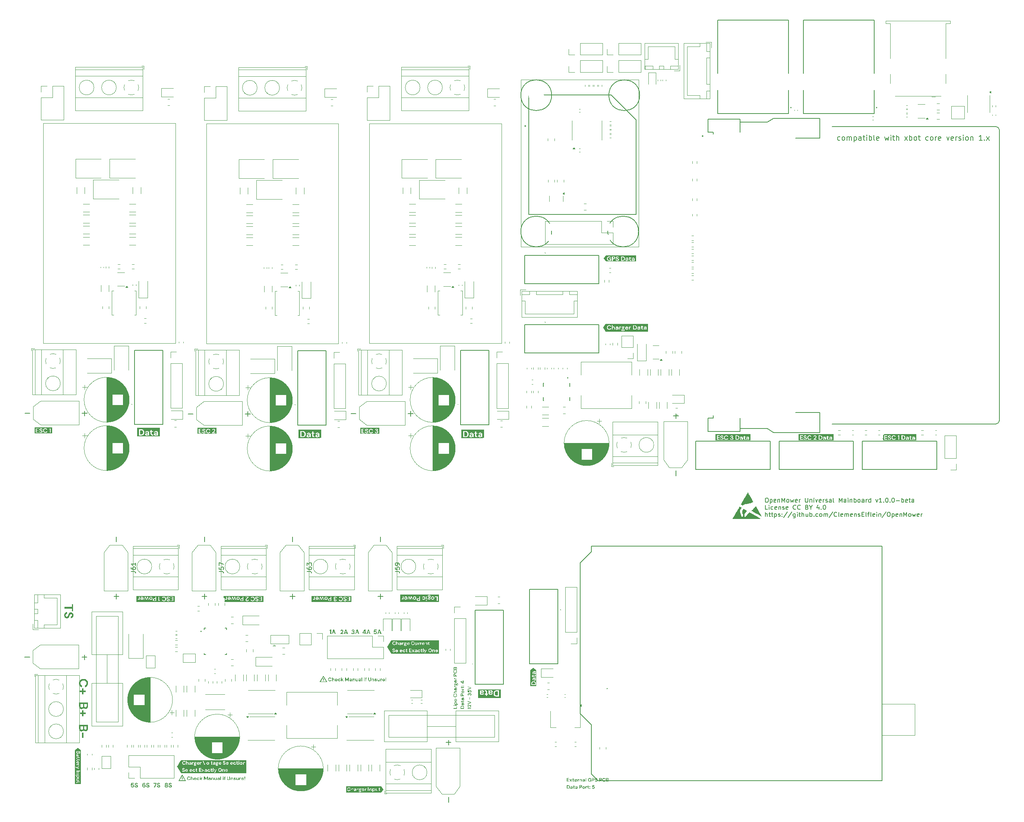
<source format=gto>
G04 #@! TF.GenerationSoftware,KiCad,Pcbnew,8.0.4+1*
G04 #@! TF.CreationDate,2024-10-19T13:43:31+00:00*
G04 #@! TF.ProjectId,hw-openmower-universal,68772d6f-7065-46e6-9d6f-7765722d756e,rev?*
G04 #@! TF.SameCoordinates,Original*
G04 #@! TF.FileFunction,Legend,Top*
G04 #@! TF.FilePolarity,Positive*
%FSLAX46Y46*%
G04 Gerber Fmt 4.6, Leading zero omitted, Abs format (unit mm)*
G04 Created by KiCad (PCBNEW 8.0.4+1) date 2024-10-19 13:43:31*
%MOMM*%
%LPD*%
G01*
G04 APERTURE LIST*
%ADD10C,0.000000*%
%ADD11C,0.150000*%
%ADD12C,0.200000*%
%ADD13C,0.120000*%
%ADD14C,0.100000*%
%ADD15C,0.127000*%
%ADD16C,0.010000*%
%ADD17R,1.700000X1.700000*%
%ADD18O,1.700000X1.700000*%
%ADD19R,1.100000X1.100000*%
%ADD20C,1.100000*%
%ADD21C,2.025000*%
%ADD22C,0.600000*%
%ADD23C,0.900000*%
%ADD24C,8.600000*%
%ADD25R,2.000000X2.000000*%
%ADD26C,2.000000*%
%ADD27R,4.200000X1.400000*%
%ADD28O,1.700000X2.000000*%
%ADD29R,2.600000X2.600000*%
%ADD30C,2.600000*%
%ADD31O,1.950000X1.700000*%
%ADD32R,1.000000X1.500000*%
%ADD33C,1.412000*%
%ADD34R,3.000000X3.000000*%
%ADD35C,3.000000*%
%ADD36O,1.727200X2.500000*%
%ADD37R,4.100000X4.100000*%
%ADD38R,1.500000X1.500000*%
%ADD39C,1.500000*%
%ADD40O,3.000000X1.700000*%
%ADD41O,1.700000X3.000000*%
%ADD42R,1.500000X1.000000*%
%ADD43C,3.250000*%
%ADD44C,1.602000*%
%ADD45C,1.734000*%
%ADD46C,2.649000*%
%ADD47O,1.700000X1.950000*%
%ADD48C,2.350000*%
%ADD49C,3.500000*%
%ADD50C,1.600000*%
%ADD51O,8.400000X6.400000*%
%ADD52O,2.000000X1.700000*%
G04 APERTURE END LIST*
D10*
G36*
X111206250Y-166523750D02*
G01*
X111047500Y-166523750D01*
X111047500Y-166126875D01*
X111206250Y-166126875D01*
X111206250Y-166523750D01*
G37*
G36*
X79074742Y-189103214D02*
G01*
X79078831Y-189103482D01*
X79082835Y-189103927D01*
X79086753Y-189104551D01*
X79090586Y-189105354D01*
X79094334Y-189106334D01*
X79097997Y-189107493D01*
X79101574Y-189108830D01*
X79105066Y-189110345D01*
X79108473Y-189112039D01*
X79111794Y-189113911D01*
X79115030Y-189115961D01*
X79118181Y-189118190D01*
X79121247Y-189120597D01*
X79124227Y-189123182D01*
X79127123Y-189125945D01*
X79129886Y-189128840D01*
X79132471Y-189131821D01*
X79134878Y-189134887D01*
X79137107Y-189138037D01*
X79139157Y-189141274D01*
X79141029Y-189144595D01*
X79142723Y-189148002D01*
X79144238Y-189151494D01*
X79145575Y-189155071D01*
X79146734Y-189158734D01*
X79147714Y-189162482D01*
X79148517Y-189166315D01*
X79149141Y-189170233D01*
X79149586Y-189174237D01*
X79149854Y-189178326D01*
X79149943Y-189182500D01*
X79149854Y-189186674D01*
X79149586Y-189190763D01*
X79149141Y-189194767D01*
X79148517Y-189198685D01*
X79147714Y-189202518D01*
X79146734Y-189206266D01*
X79145575Y-189209929D01*
X79144238Y-189213506D01*
X79142723Y-189216998D01*
X79141029Y-189220405D01*
X79139157Y-189223726D01*
X79137107Y-189226962D01*
X79134878Y-189230113D01*
X79132471Y-189233179D01*
X79129886Y-189236159D01*
X79127123Y-189239055D01*
X79124227Y-189241818D01*
X79121247Y-189244403D01*
X79118181Y-189246810D01*
X79115030Y-189249039D01*
X79111794Y-189251089D01*
X79108473Y-189252961D01*
X79105066Y-189254654D01*
X79101574Y-189256170D01*
X79097997Y-189257507D01*
X79094334Y-189258666D01*
X79090586Y-189259646D01*
X79086753Y-189260449D01*
X79082835Y-189261073D01*
X79078831Y-189261518D01*
X79074742Y-189261786D01*
X79070568Y-189261875D01*
X79066394Y-189261786D01*
X79062305Y-189261518D01*
X79058301Y-189261073D01*
X79054383Y-189260449D01*
X79050550Y-189259646D01*
X79046802Y-189258666D01*
X79043139Y-189257507D01*
X79039562Y-189256170D01*
X79036070Y-189254654D01*
X79032663Y-189252961D01*
X79029342Y-189251089D01*
X79026106Y-189249039D01*
X79022955Y-189246810D01*
X79019889Y-189244403D01*
X79016908Y-189241818D01*
X79014013Y-189239055D01*
X79011250Y-189236159D01*
X79008665Y-189233179D01*
X79006258Y-189230113D01*
X79004029Y-189226962D01*
X79001979Y-189223726D01*
X79000107Y-189220405D01*
X78998413Y-189216998D01*
X78996898Y-189213506D01*
X78995561Y-189209929D01*
X78994402Y-189206266D01*
X78993422Y-189202518D01*
X78992619Y-189198685D01*
X78991995Y-189194767D01*
X78991550Y-189190763D01*
X78991282Y-189186674D01*
X78991193Y-189182500D01*
X78991282Y-189178326D01*
X78991550Y-189174237D01*
X78991995Y-189170233D01*
X78992619Y-189166315D01*
X78993422Y-189162482D01*
X78994402Y-189158734D01*
X78995561Y-189155071D01*
X78996898Y-189151494D01*
X78998413Y-189148002D01*
X79000107Y-189144595D01*
X79001979Y-189141274D01*
X79004029Y-189138037D01*
X79006258Y-189134887D01*
X79008665Y-189131821D01*
X79011250Y-189128840D01*
X79014013Y-189125945D01*
X79016908Y-189123182D01*
X79019889Y-189120597D01*
X79022955Y-189118190D01*
X79026106Y-189115961D01*
X79029342Y-189113911D01*
X79032663Y-189112039D01*
X79036070Y-189110345D01*
X79039562Y-189108830D01*
X79043139Y-189107493D01*
X79046802Y-189106334D01*
X79050550Y-189105354D01*
X79054383Y-189104551D01*
X79058301Y-189103927D01*
X79062305Y-189103482D01*
X79066394Y-189103214D01*
X79070568Y-189103125D01*
X79074742Y-189103214D01*
G37*
G36*
X111131049Y-166603214D02*
G01*
X111135138Y-166603482D01*
X111139142Y-166603927D01*
X111143060Y-166604551D01*
X111146893Y-166605354D01*
X111150641Y-166606334D01*
X111154304Y-166607493D01*
X111157881Y-166608830D01*
X111161373Y-166610345D01*
X111164780Y-166612039D01*
X111168101Y-166613911D01*
X111171337Y-166615961D01*
X111174488Y-166618190D01*
X111177554Y-166620597D01*
X111180534Y-166623182D01*
X111183430Y-166625945D01*
X111186193Y-166628840D01*
X111188778Y-166631821D01*
X111191185Y-166634887D01*
X111193414Y-166638037D01*
X111195464Y-166641274D01*
X111197336Y-166644595D01*
X111199030Y-166648002D01*
X111200545Y-166651494D01*
X111201882Y-166655071D01*
X111203041Y-166658734D01*
X111204021Y-166662482D01*
X111204824Y-166666315D01*
X111205448Y-166670233D01*
X111205893Y-166674237D01*
X111206161Y-166678326D01*
X111206250Y-166682500D01*
X111206161Y-166686674D01*
X111205893Y-166690763D01*
X111205448Y-166694767D01*
X111204824Y-166698685D01*
X111204021Y-166702518D01*
X111203041Y-166706266D01*
X111201882Y-166709929D01*
X111200545Y-166713506D01*
X111199030Y-166716998D01*
X111197336Y-166720405D01*
X111195464Y-166723726D01*
X111193414Y-166726962D01*
X111191185Y-166730113D01*
X111188778Y-166733179D01*
X111186193Y-166736159D01*
X111183430Y-166739055D01*
X111180534Y-166741818D01*
X111177554Y-166744403D01*
X111174488Y-166746810D01*
X111171337Y-166749039D01*
X111168101Y-166751089D01*
X111164780Y-166752961D01*
X111161373Y-166754654D01*
X111157881Y-166756170D01*
X111154304Y-166757507D01*
X111150641Y-166758666D01*
X111146893Y-166759646D01*
X111143060Y-166760449D01*
X111139142Y-166761073D01*
X111135138Y-166761518D01*
X111131049Y-166761786D01*
X111126875Y-166761875D01*
X111122701Y-166761786D01*
X111118612Y-166761518D01*
X111114608Y-166761073D01*
X111110690Y-166760449D01*
X111106857Y-166759646D01*
X111103109Y-166758666D01*
X111099446Y-166757507D01*
X111095869Y-166756170D01*
X111092377Y-166754654D01*
X111088970Y-166752961D01*
X111085649Y-166751089D01*
X111082413Y-166749039D01*
X111079262Y-166746810D01*
X111076196Y-166744403D01*
X111073215Y-166741818D01*
X111070320Y-166739055D01*
X111067557Y-166736159D01*
X111064972Y-166733179D01*
X111062565Y-166730113D01*
X111060336Y-166726962D01*
X111058286Y-166723726D01*
X111056414Y-166720405D01*
X111054720Y-166716998D01*
X111053205Y-166713506D01*
X111051868Y-166709929D01*
X111050709Y-166706266D01*
X111049729Y-166702518D01*
X111048926Y-166698685D01*
X111048302Y-166694767D01*
X111047857Y-166690763D01*
X111047589Y-166686674D01*
X111047500Y-166682500D01*
X111047589Y-166678326D01*
X111047857Y-166674237D01*
X111048302Y-166670233D01*
X111048926Y-166666315D01*
X111049729Y-166662482D01*
X111050709Y-166658734D01*
X111051868Y-166655071D01*
X111053205Y-166651494D01*
X111054720Y-166648002D01*
X111056414Y-166644595D01*
X111058286Y-166641274D01*
X111060336Y-166638037D01*
X111062565Y-166634887D01*
X111064972Y-166631821D01*
X111067557Y-166628840D01*
X111070320Y-166625945D01*
X111073215Y-166623182D01*
X111076196Y-166620597D01*
X111079262Y-166618190D01*
X111082413Y-166615961D01*
X111085649Y-166613911D01*
X111088970Y-166612039D01*
X111092377Y-166610345D01*
X111095869Y-166608830D01*
X111099446Y-166607493D01*
X111103109Y-166606334D01*
X111106857Y-166605354D01*
X111110690Y-166604551D01*
X111114608Y-166603927D01*
X111118612Y-166603482D01*
X111122701Y-166603214D01*
X111126875Y-166603125D01*
X111131049Y-166603214D01*
G37*
G36*
X79149943Y-189023750D02*
G01*
X78991193Y-189023750D01*
X78991193Y-188626875D01*
X79149943Y-188626875D01*
X79149943Y-189023750D01*
G37*
G36*
X112000000Y-167000000D02*
G01*
X110253750Y-167000000D01*
X110345658Y-166841250D01*
X110527594Y-166841250D01*
X111726156Y-166841250D01*
X111126875Y-165809375D01*
X110527594Y-166841250D01*
X110345658Y-166841250D01*
X111126875Y-165491875D01*
X112000000Y-167000000D01*
G37*
G36*
X79943693Y-189500000D02*
G01*
X78197443Y-189500000D01*
X78289351Y-189341250D01*
X78471287Y-189341250D01*
X79669849Y-189341250D01*
X79070568Y-188309375D01*
X78471287Y-189341250D01*
X78289351Y-189341250D01*
X79070568Y-187991875D01*
X79943693Y-189500000D01*
G37*
D11*
X211777255Y-125094875D02*
X211967731Y-125094875D01*
X211967731Y-125094875D02*
X212062969Y-125142494D01*
X212062969Y-125142494D02*
X212158207Y-125237732D01*
X212158207Y-125237732D02*
X212205826Y-125428208D01*
X212205826Y-125428208D02*
X212205826Y-125761541D01*
X212205826Y-125761541D02*
X212158207Y-125952017D01*
X212158207Y-125952017D02*
X212062969Y-126047256D01*
X212062969Y-126047256D02*
X211967731Y-126094875D01*
X211967731Y-126094875D02*
X211777255Y-126094875D01*
X211777255Y-126094875D02*
X211682017Y-126047256D01*
X211682017Y-126047256D02*
X211586779Y-125952017D01*
X211586779Y-125952017D02*
X211539160Y-125761541D01*
X211539160Y-125761541D02*
X211539160Y-125428208D01*
X211539160Y-125428208D02*
X211586779Y-125237732D01*
X211586779Y-125237732D02*
X211682017Y-125142494D01*
X211682017Y-125142494D02*
X211777255Y-125094875D01*
X212634398Y-125428208D02*
X212634398Y-126428208D01*
X212634398Y-125475827D02*
X212729636Y-125428208D01*
X212729636Y-125428208D02*
X212920112Y-125428208D01*
X212920112Y-125428208D02*
X213015350Y-125475827D01*
X213015350Y-125475827D02*
X213062969Y-125523446D01*
X213062969Y-125523446D02*
X213110588Y-125618684D01*
X213110588Y-125618684D02*
X213110588Y-125904398D01*
X213110588Y-125904398D02*
X213062969Y-125999636D01*
X213062969Y-125999636D02*
X213015350Y-126047256D01*
X213015350Y-126047256D02*
X212920112Y-126094875D01*
X212920112Y-126094875D02*
X212729636Y-126094875D01*
X212729636Y-126094875D02*
X212634398Y-126047256D01*
X213920112Y-126047256D02*
X213824874Y-126094875D01*
X213824874Y-126094875D02*
X213634398Y-126094875D01*
X213634398Y-126094875D02*
X213539160Y-126047256D01*
X213539160Y-126047256D02*
X213491541Y-125952017D01*
X213491541Y-125952017D02*
X213491541Y-125571065D01*
X213491541Y-125571065D02*
X213539160Y-125475827D01*
X213539160Y-125475827D02*
X213634398Y-125428208D01*
X213634398Y-125428208D02*
X213824874Y-125428208D01*
X213824874Y-125428208D02*
X213920112Y-125475827D01*
X213920112Y-125475827D02*
X213967731Y-125571065D01*
X213967731Y-125571065D02*
X213967731Y-125666303D01*
X213967731Y-125666303D02*
X213491541Y-125761541D01*
X214396303Y-125428208D02*
X214396303Y-126094875D01*
X214396303Y-125523446D02*
X214443922Y-125475827D01*
X214443922Y-125475827D02*
X214539160Y-125428208D01*
X214539160Y-125428208D02*
X214682017Y-125428208D01*
X214682017Y-125428208D02*
X214777255Y-125475827D01*
X214777255Y-125475827D02*
X214824874Y-125571065D01*
X214824874Y-125571065D02*
X214824874Y-126094875D01*
X215301065Y-126094875D02*
X215301065Y-125094875D01*
X215301065Y-125094875D02*
X215634398Y-125809160D01*
X215634398Y-125809160D02*
X215967731Y-125094875D01*
X215967731Y-125094875D02*
X215967731Y-126094875D01*
X216586779Y-126094875D02*
X216491541Y-126047256D01*
X216491541Y-126047256D02*
X216443922Y-125999636D01*
X216443922Y-125999636D02*
X216396303Y-125904398D01*
X216396303Y-125904398D02*
X216396303Y-125618684D01*
X216396303Y-125618684D02*
X216443922Y-125523446D01*
X216443922Y-125523446D02*
X216491541Y-125475827D01*
X216491541Y-125475827D02*
X216586779Y-125428208D01*
X216586779Y-125428208D02*
X216729636Y-125428208D01*
X216729636Y-125428208D02*
X216824874Y-125475827D01*
X216824874Y-125475827D02*
X216872493Y-125523446D01*
X216872493Y-125523446D02*
X216920112Y-125618684D01*
X216920112Y-125618684D02*
X216920112Y-125904398D01*
X216920112Y-125904398D02*
X216872493Y-125999636D01*
X216872493Y-125999636D02*
X216824874Y-126047256D01*
X216824874Y-126047256D02*
X216729636Y-126094875D01*
X216729636Y-126094875D02*
X216586779Y-126094875D01*
X217253446Y-125428208D02*
X217443922Y-126094875D01*
X217443922Y-126094875D02*
X217634398Y-125618684D01*
X217634398Y-125618684D02*
X217824874Y-126094875D01*
X217824874Y-126094875D02*
X218015350Y-125428208D01*
X218777255Y-126047256D02*
X218682017Y-126094875D01*
X218682017Y-126094875D02*
X218491541Y-126094875D01*
X218491541Y-126094875D02*
X218396303Y-126047256D01*
X218396303Y-126047256D02*
X218348684Y-125952017D01*
X218348684Y-125952017D02*
X218348684Y-125571065D01*
X218348684Y-125571065D02*
X218396303Y-125475827D01*
X218396303Y-125475827D02*
X218491541Y-125428208D01*
X218491541Y-125428208D02*
X218682017Y-125428208D01*
X218682017Y-125428208D02*
X218777255Y-125475827D01*
X218777255Y-125475827D02*
X218824874Y-125571065D01*
X218824874Y-125571065D02*
X218824874Y-125666303D01*
X218824874Y-125666303D02*
X218348684Y-125761541D01*
X219253446Y-126094875D02*
X219253446Y-125428208D01*
X219253446Y-125618684D02*
X219301065Y-125523446D01*
X219301065Y-125523446D02*
X219348684Y-125475827D01*
X219348684Y-125475827D02*
X219443922Y-125428208D01*
X219443922Y-125428208D02*
X219539160Y-125428208D01*
X220634399Y-125094875D02*
X220634399Y-125904398D01*
X220634399Y-125904398D02*
X220682018Y-125999636D01*
X220682018Y-125999636D02*
X220729637Y-126047256D01*
X220729637Y-126047256D02*
X220824875Y-126094875D01*
X220824875Y-126094875D02*
X221015351Y-126094875D01*
X221015351Y-126094875D02*
X221110589Y-126047256D01*
X221110589Y-126047256D02*
X221158208Y-125999636D01*
X221158208Y-125999636D02*
X221205827Y-125904398D01*
X221205827Y-125904398D02*
X221205827Y-125094875D01*
X221682018Y-125428208D02*
X221682018Y-126094875D01*
X221682018Y-125523446D02*
X221729637Y-125475827D01*
X221729637Y-125475827D02*
X221824875Y-125428208D01*
X221824875Y-125428208D02*
X221967732Y-125428208D01*
X221967732Y-125428208D02*
X222062970Y-125475827D01*
X222062970Y-125475827D02*
X222110589Y-125571065D01*
X222110589Y-125571065D02*
X222110589Y-126094875D01*
X222586780Y-126094875D02*
X222586780Y-125428208D01*
X222586780Y-125094875D02*
X222539161Y-125142494D01*
X222539161Y-125142494D02*
X222586780Y-125190113D01*
X222586780Y-125190113D02*
X222634399Y-125142494D01*
X222634399Y-125142494D02*
X222586780Y-125094875D01*
X222586780Y-125094875D02*
X222586780Y-125190113D01*
X222967732Y-125428208D02*
X223205827Y-126094875D01*
X223205827Y-126094875D02*
X223443922Y-125428208D01*
X224205827Y-126047256D02*
X224110589Y-126094875D01*
X224110589Y-126094875D02*
X223920113Y-126094875D01*
X223920113Y-126094875D02*
X223824875Y-126047256D01*
X223824875Y-126047256D02*
X223777256Y-125952017D01*
X223777256Y-125952017D02*
X223777256Y-125571065D01*
X223777256Y-125571065D02*
X223824875Y-125475827D01*
X223824875Y-125475827D02*
X223920113Y-125428208D01*
X223920113Y-125428208D02*
X224110589Y-125428208D01*
X224110589Y-125428208D02*
X224205827Y-125475827D01*
X224205827Y-125475827D02*
X224253446Y-125571065D01*
X224253446Y-125571065D02*
X224253446Y-125666303D01*
X224253446Y-125666303D02*
X223777256Y-125761541D01*
X224682018Y-126094875D02*
X224682018Y-125428208D01*
X224682018Y-125618684D02*
X224729637Y-125523446D01*
X224729637Y-125523446D02*
X224777256Y-125475827D01*
X224777256Y-125475827D02*
X224872494Y-125428208D01*
X224872494Y-125428208D02*
X224967732Y-125428208D01*
X225253447Y-126047256D02*
X225348685Y-126094875D01*
X225348685Y-126094875D02*
X225539161Y-126094875D01*
X225539161Y-126094875D02*
X225634399Y-126047256D01*
X225634399Y-126047256D02*
X225682018Y-125952017D01*
X225682018Y-125952017D02*
X225682018Y-125904398D01*
X225682018Y-125904398D02*
X225634399Y-125809160D01*
X225634399Y-125809160D02*
X225539161Y-125761541D01*
X225539161Y-125761541D02*
X225396304Y-125761541D01*
X225396304Y-125761541D02*
X225301066Y-125713922D01*
X225301066Y-125713922D02*
X225253447Y-125618684D01*
X225253447Y-125618684D02*
X225253447Y-125571065D01*
X225253447Y-125571065D02*
X225301066Y-125475827D01*
X225301066Y-125475827D02*
X225396304Y-125428208D01*
X225396304Y-125428208D02*
X225539161Y-125428208D01*
X225539161Y-125428208D02*
X225634399Y-125475827D01*
X226539161Y-126094875D02*
X226539161Y-125571065D01*
X226539161Y-125571065D02*
X226491542Y-125475827D01*
X226491542Y-125475827D02*
X226396304Y-125428208D01*
X226396304Y-125428208D02*
X226205828Y-125428208D01*
X226205828Y-125428208D02*
X226110590Y-125475827D01*
X226539161Y-126047256D02*
X226443923Y-126094875D01*
X226443923Y-126094875D02*
X226205828Y-126094875D01*
X226205828Y-126094875D02*
X226110590Y-126047256D01*
X226110590Y-126047256D02*
X226062971Y-125952017D01*
X226062971Y-125952017D02*
X226062971Y-125856779D01*
X226062971Y-125856779D02*
X226110590Y-125761541D01*
X226110590Y-125761541D02*
X226205828Y-125713922D01*
X226205828Y-125713922D02*
X226443923Y-125713922D01*
X226443923Y-125713922D02*
X226539161Y-125666303D01*
X227158209Y-126094875D02*
X227062971Y-126047256D01*
X227062971Y-126047256D02*
X227015352Y-125952017D01*
X227015352Y-125952017D02*
X227015352Y-125094875D01*
X228301067Y-126094875D02*
X228301067Y-125094875D01*
X228301067Y-125094875D02*
X228634400Y-125809160D01*
X228634400Y-125809160D02*
X228967733Y-125094875D01*
X228967733Y-125094875D02*
X228967733Y-126094875D01*
X229872495Y-126094875D02*
X229872495Y-125571065D01*
X229872495Y-125571065D02*
X229824876Y-125475827D01*
X229824876Y-125475827D02*
X229729638Y-125428208D01*
X229729638Y-125428208D02*
X229539162Y-125428208D01*
X229539162Y-125428208D02*
X229443924Y-125475827D01*
X229872495Y-126047256D02*
X229777257Y-126094875D01*
X229777257Y-126094875D02*
X229539162Y-126094875D01*
X229539162Y-126094875D02*
X229443924Y-126047256D01*
X229443924Y-126047256D02*
X229396305Y-125952017D01*
X229396305Y-125952017D02*
X229396305Y-125856779D01*
X229396305Y-125856779D02*
X229443924Y-125761541D01*
X229443924Y-125761541D02*
X229539162Y-125713922D01*
X229539162Y-125713922D02*
X229777257Y-125713922D01*
X229777257Y-125713922D02*
X229872495Y-125666303D01*
X230348686Y-126094875D02*
X230348686Y-125428208D01*
X230348686Y-125094875D02*
X230301067Y-125142494D01*
X230301067Y-125142494D02*
X230348686Y-125190113D01*
X230348686Y-125190113D02*
X230396305Y-125142494D01*
X230396305Y-125142494D02*
X230348686Y-125094875D01*
X230348686Y-125094875D02*
X230348686Y-125190113D01*
X230824876Y-125428208D02*
X230824876Y-126094875D01*
X230824876Y-125523446D02*
X230872495Y-125475827D01*
X230872495Y-125475827D02*
X230967733Y-125428208D01*
X230967733Y-125428208D02*
X231110590Y-125428208D01*
X231110590Y-125428208D02*
X231205828Y-125475827D01*
X231205828Y-125475827D02*
X231253447Y-125571065D01*
X231253447Y-125571065D02*
X231253447Y-126094875D01*
X231729638Y-126094875D02*
X231729638Y-125094875D01*
X231729638Y-125475827D02*
X231824876Y-125428208D01*
X231824876Y-125428208D02*
X232015352Y-125428208D01*
X232015352Y-125428208D02*
X232110590Y-125475827D01*
X232110590Y-125475827D02*
X232158209Y-125523446D01*
X232158209Y-125523446D02*
X232205828Y-125618684D01*
X232205828Y-125618684D02*
X232205828Y-125904398D01*
X232205828Y-125904398D02*
X232158209Y-125999636D01*
X232158209Y-125999636D02*
X232110590Y-126047256D01*
X232110590Y-126047256D02*
X232015352Y-126094875D01*
X232015352Y-126094875D02*
X231824876Y-126094875D01*
X231824876Y-126094875D02*
X231729638Y-126047256D01*
X232777257Y-126094875D02*
X232682019Y-126047256D01*
X232682019Y-126047256D02*
X232634400Y-125999636D01*
X232634400Y-125999636D02*
X232586781Y-125904398D01*
X232586781Y-125904398D02*
X232586781Y-125618684D01*
X232586781Y-125618684D02*
X232634400Y-125523446D01*
X232634400Y-125523446D02*
X232682019Y-125475827D01*
X232682019Y-125475827D02*
X232777257Y-125428208D01*
X232777257Y-125428208D02*
X232920114Y-125428208D01*
X232920114Y-125428208D02*
X233015352Y-125475827D01*
X233015352Y-125475827D02*
X233062971Y-125523446D01*
X233062971Y-125523446D02*
X233110590Y-125618684D01*
X233110590Y-125618684D02*
X233110590Y-125904398D01*
X233110590Y-125904398D02*
X233062971Y-125999636D01*
X233062971Y-125999636D02*
X233015352Y-126047256D01*
X233015352Y-126047256D02*
X232920114Y-126094875D01*
X232920114Y-126094875D02*
X232777257Y-126094875D01*
X233967733Y-126094875D02*
X233967733Y-125571065D01*
X233967733Y-125571065D02*
X233920114Y-125475827D01*
X233920114Y-125475827D02*
X233824876Y-125428208D01*
X233824876Y-125428208D02*
X233634400Y-125428208D01*
X233634400Y-125428208D02*
X233539162Y-125475827D01*
X233967733Y-126047256D02*
X233872495Y-126094875D01*
X233872495Y-126094875D02*
X233634400Y-126094875D01*
X233634400Y-126094875D02*
X233539162Y-126047256D01*
X233539162Y-126047256D02*
X233491543Y-125952017D01*
X233491543Y-125952017D02*
X233491543Y-125856779D01*
X233491543Y-125856779D02*
X233539162Y-125761541D01*
X233539162Y-125761541D02*
X233634400Y-125713922D01*
X233634400Y-125713922D02*
X233872495Y-125713922D01*
X233872495Y-125713922D02*
X233967733Y-125666303D01*
X234443924Y-126094875D02*
X234443924Y-125428208D01*
X234443924Y-125618684D02*
X234491543Y-125523446D01*
X234491543Y-125523446D02*
X234539162Y-125475827D01*
X234539162Y-125475827D02*
X234634400Y-125428208D01*
X234634400Y-125428208D02*
X234729638Y-125428208D01*
X235491543Y-126094875D02*
X235491543Y-125094875D01*
X235491543Y-126047256D02*
X235396305Y-126094875D01*
X235396305Y-126094875D02*
X235205829Y-126094875D01*
X235205829Y-126094875D02*
X235110591Y-126047256D01*
X235110591Y-126047256D02*
X235062972Y-125999636D01*
X235062972Y-125999636D02*
X235015353Y-125904398D01*
X235015353Y-125904398D02*
X235015353Y-125618684D01*
X235015353Y-125618684D02*
X235062972Y-125523446D01*
X235062972Y-125523446D02*
X235110591Y-125475827D01*
X235110591Y-125475827D02*
X235205829Y-125428208D01*
X235205829Y-125428208D02*
X235396305Y-125428208D01*
X235396305Y-125428208D02*
X235491543Y-125475827D01*
X236634401Y-125428208D02*
X236872496Y-126094875D01*
X236872496Y-126094875D02*
X237110591Y-125428208D01*
X238015353Y-126094875D02*
X237443925Y-126094875D01*
X237729639Y-126094875D02*
X237729639Y-125094875D01*
X237729639Y-125094875D02*
X237634401Y-125237732D01*
X237634401Y-125237732D02*
X237539163Y-125332970D01*
X237539163Y-125332970D02*
X237443925Y-125380589D01*
X238443925Y-125999636D02*
X238491544Y-126047256D01*
X238491544Y-126047256D02*
X238443925Y-126094875D01*
X238443925Y-126094875D02*
X238396306Y-126047256D01*
X238396306Y-126047256D02*
X238443925Y-125999636D01*
X238443925Y-125999636D02*
X238443925Y-126094875D01*
X239110591Y-125094875D02*
X239205829Y-125094875D01*
X239205829Y-125094875D02*
X239301067Y-125142494D01*
X239301067Y-125142494D02*
X239348686Y-125190113D01*
X239348686Y-125190113D02*
X239396305Y-125285351D01*
X239396305Y-125285351D02*
X239443924Y-125475827D01*
X239443924Y-125475827D02*
X239443924Y-125713922D01*
X239443924Y-125713922D02*
X239396305Y-125904398D01*
X239396305Y-125904398D02*
X239348686Y-125999636D01*
X239348686Y-125999636D02*
X239301067Y-126047256D01*
X239301067Y-126047256D02*
X239205829Y-126094875D01*
X239205829Y-126094875D02*
X239110591Y-126094875D01*
X239110591Y-126094875D02*
X239015353Y-126047256D01*
X239015353Y-126047256D02*
X238967734Y-125999636D01*
X238967734Y-125999636D02*
X238920115Y-125904398D01*
X238920115Y-125904398D02*
X238872496Y-125713922D01*
X238872496Y-125713922D02*
X238872496Y-125475827D01*
X238872496Y-125475827D02*
X238920115Y-125285351D01*
X238920115Y-125285351D02*
X238967734Y-125190113D01*
X238967734Y-125190113D02*
X239015353Y-125142494D01*
X239015353Y-125142494D02*
X239110591Y-125094875D01*
X239872496Y-125999636D02*
X239920115Y-126047256D01*
X239920115Y-126047256D02*
X239872496Y-126094875D01*
X239872496Y-126094875D02*
X239824877Y-126047256D01*
X239824877Y-126047256D02*
X239872496Y-125999636D01*
X239872496Y-125999636D02*
X239872496Y-126094875D01*
X240539162Y-125094875D02*
X240634400Y-125094875D01*
X240634400Y-125094875D02*
X240729638Y-125142494D01*
X240729638Y-125142494D02*
X240777257Y-125190113D01*
X240777257Y-125190113D02*
X240824876Y-125285351D01*
X240824876Y-125285351D02*
X240872495Y-125475827D01*
X240872495Y-125475827D02*
X240872495Y-125713922D01*
X240872495Y-125713922D02*
X240824876Y-125904398D01*
X240824876Y-125904398D02*
X240777257Y-125999636D01*
X240777257Y-125999636D02*
X240729638Y-126047256D01*
X240729638Y-126047256D02*
X240634400Y-126094875D01*
X240634400Y-126094875D02*
X240539162Y-126094875D01*
X240539162Y-126094875D02*
X240443924Y-126047256D01*
X240443924Y-126047256D02*
X240396305Y-125999636D01*
X240396305Y-125999636D02*
X240348686Y-125904398D01*
X240348686Y-125904398D02*
X240301067Y-125713922D01*
X240301067Y-125713922D02*
X240301067Y-125475827D01*
X240301067Y-125475827D02*
X240348686Y-125285351D01*
X240348686Y-125285351D02*
X240396305Y-125190113D01*
X240396305Y-125190113D02*
X240443924Y-125142494D01*
X240443924Y-125142494D02*
X240539162Y-125094875D01*
X241301067Y-125713922D02*
X242062972Y-125713922D01*
X242539162Y-126094875D02*
X242539162Y-125094875D01*
X242539162Y-125475827D02*
X242634400Y-125428208D01*
X242634400Y-125428208D02*
X242824876Y-125428208D01*
X242824876Y-125428208D02*
X242920114Y-125475827D01*
X242920114Y-125475827D02*
X242967733Y-125523446D01*
X242967733Y-125523446D02*
X243015352Y-125618684D01*
X243015352Y-125618684D02*
X243015352Y-125904398D01*
X243015352Y-125904398D02*
X242967733Y-125999636D01*
X242967733Y-125999636D02*
X242920114Y-126047256D01*
X242920114Y-126047256D02*
X242824876Y-126094875D01*
X242824876Y-126094875D02*
X242634400Y-126094875D01*
X242634400Y-126094875D02*
X242539162Y-126047256D01*
X243824876Y-126047256D02*
X243729638Y-126094875D01*
X243729638Y-126094875D02*
X243539162Y-126094875D01*
X243539162Y-126094875D02*
X243443924Y-126047256D01*
X243443924Y-126047256D02*
X243396305Y-125952017D01*
X243396305Y-125952017D02*
X243396305Y-125571065D01*
X243396305Y-125571065D02*
X243443924Y-125475827D01*
X243443924Y-125475827D02*
X243539162Y-125428208D01*
X243539162Y-125428208D02*
X243729638Y-125428208D01*
X243729638Y-125428208D02*
X243824876Y-125475827D01*
X243824876Y-125475827D02*
X243872495Y-125571065D01*
X243872495Y-125571065D02*
X243872495Y-125666303D01*
X243872495Y-125666303D02*
X243396305Y-125761541D01*
X244158210Y-125428208D02*
X244539162Y-125428208D01*
X244301067Y-125094875D02*
X244301067Y-125952017D01*
X244301067Y-125952017D02*
X244348686Y-126047256D01*
X244348686Y-126047256D02*
X244443924Y-126094875D01*
X244443924Y-126094875D02*
X244539162Y-126094875D01*
X245301067Y-126094875D02*
X245301067Y-125571065D01*
X245301067Y-125571065D02*
X245253448Y-125475827D01*
X245253448Y-125475827D02*
X245158210Y-125428208D01*
X245158210Y-125428208D02*
X244967734Y-125428208D01*
X244967734Y-125428208D02*
X244872496Y-125475827D01*
X245301067Y-126047256D02*
X245205829Y-126094875D01*
X245205829Y-126094875D02*
X244967734Y-126094875D01*
X244967734Y-126094875D02*
X244872496Y-126047256D01*
X244872496Y-126047256D02*
X244824877Y-125952017D01*
X244824877Y-125952017D02*
X244824877Y-125856779D01*
X244824877Y-125856779D02*
X244872496Y-125761541D01*
X244872496Y-125761541D02*
X244967734Y-125713922D01*
X244967734Y-125713922D02*
X245205829Y-125713922D01*
X245205829Y-125713922D02*
X245301067Y-125666303D01*
X212062969Y-127704819D02*
X211586779Y-127704819D01*
X211586779Y-127704819D02*
X211586779Y-126704819D01*
X212396303Y-127704819D02*
X212396303Y-127038152D01*
X212396303Y-126704819D02*
X212348684Y-126752438D01*
X212348684Y-126752438D02*
X212396303Y-126800057D01*
X212396303Y-126800057D02*
X212443922Y-126752438D01*
X212443922Y-126752438D02*
X212396303Y-126704819D01*
X212396303Y-126704819D02*
X212396303Y-126800057D01*
X213301064Y-127657200D02*
X213205826Y-127704819D01*
X213205826Y-127704819D02*
X213015350Y-127704819D01*
X213015350Y-127704819D02*
X212920112Y-127657200D01*
X212920112Y-127657200D02*
X212872493Y-127609580D01*
X212872493Y-127609580D02*
X212824874Y-127514342D01*
X212824874Y-127514342D02*
X212824874Y-127228628D01*
X212824874Y-127228628D02*
X212872493Y-127133390D01*
X212872493Y-127133390D02*
X212920112Y-127085771D01*
X212920112Y-127085771D02*
X213015350Y-127038152D01*
X213015350Y-127038152D02*
X213205826Y-127038152D01*
X213205826Y-127038152D02*
X213301064Y-127085771D01*
X214110588Y-127657200D02*
X214015350Y-127704819D01*
X214015350Y-127704819D02*
X213824874Y-127704819D01*
X213824874Y-127704819D02*
X213729636Y-127657200D01*
X213729636Y-127657200D02*
X213682017Y-127561961D01*
X213682017Y-127561961D02*
X213682017Y-127181009D01*
X213682017Y-127181009D02*
X213729636Y-127085771D01*
X213729636Y-127085771D02*
X213824874Y-127038152D01*
X213824874Y-127038152D02*
X214015350Y-127038152D01*
X214015350Y-127038152D02*
X214110588Y-127085771D01*
X214110588Y-127085771D02*
X214158207Y-127181009D01*
X214158207Y-127181009D02*
X214158207Y-127276247D01*
X214158207Y-127276247D02*
X213682017Y-127371485D01*
X214586779Y-127038152D02*
X214586779Y-127704819D01*
X214586779Y-127133390D02*
X214634398Y-127085771D01*
X214634398Y-127085771D02*
X214729636Y-127038152D01*
X214729636Y-127038152D02*
X214872493Y-127038152D01*
X214872493Y-127038152D02*
X214967731Y-127085771D01*
X214967731Y-127085771D02*
X215015350Y-127181009D01*
X215015350Y-127181009D02*
X215015350Y-127704819D01*
X215443922Y-127657200D02*
X215539160Y-127704819D01*
X215539160Y-127704819D02*
X215729636Y-127704819D01*
X215729636Y-127704819D02*
X215824874Y-127657200D01*
X215824874Y-127657200D02*
X215872493Y-127561961D01*
X215872493Y-127561961D02*
X215872493Y-127514342D01*
X215872493Y-127514342D02*
X215824874Y-127419104D01*
X215824874Y-127419104D02*
X215729636Y-127371485D01*
X215729636Y-127371485D02*
X215586779Y-127371485D01*
X215586779Y-127371485D02*
X215491541Y-127323866D01*
X215491541Y-127323866D02*
X215443922Y-127228628D01*
X215443922Y-127228628D02*
X215443922Y-127181009D01*
X215443922Y-127181009D02*
X215491541Y-127085771D01*
X215491541Y-127085771D02*
X215586779Y-127038152D01*
X215586779Y-127038152D02*
X215729636Y-127038152D01*
X215729636Y-127038152D02*
X215824874Y-127085771D01*
X216682017Y-127657200D02*
X216586779Y-127704819D01*
X216586779Y-127704819D02*
X216396303Y-127704819D01*
X216396303Y-127704819D02*
X216301065Y-127657200D01*
X216301065Y-127657200D02*
X216253446Y-127561961D01*
X216253446Y-127561961D02*
X216253446Y-127181009D01*
X216253446Y-127181009D02*
X216301065Y-127085771D01*
X216301065Y-127085771D02*
X216396303Y-127038152D01*
X216396303Y-127038152D02*
X216586779Y-127038152D01*
X216586779Y-127038152D02*
X216682017Y-127085771D01*
X216682017Y-127085771D02*
X216729636Y-127181009D01*
X216729636Y-127181009D02*
X216729636Y-127276247D01*
X216729636Y-127276247D02*
X216253446Y-127371485D01*
X218491541Y-127609580D02*
X218443922Y-127657200D01*
X218443922Y-127657200D02*
X218301065Y-127704819D01*
X218301065Y-127704819D02*
X218205827Y-127704819D01*
X218205827Y-127704819D02*
X218062970Y-127657200D01*
X218062970Y-127657200D02*
X217967732Y-127561961D01*
X217967732Y-127561961D02*
X217920113Y-127466723D01*
X217920113Y-127466723D02*
X217872494Y-127276247D01*
X217872494Y-127276247D02*
X217872494Y-127133390D01*
X217872494Y-127133390D02*
X217920113Y-126942914D01*
X217920113Y-126942914D02*
X217967732Y-126847676D01*
X217967732Y-126847676D02*
X218062970Y-126752438D01*
X218062970Y-126752438D02*
X218205827Y-126704819D01*
X218205827Y-126704819D02*
X218301065Y-126704819D01*
X218301065Y-126704819D02*
X218443922Y-126752438D01*
X218443922Y-126752438D02*
X218491541Y-126800057D01*
X219491541Y-127609580D02*
X219443922Y-127657200D01*
X219443922Y-127657200D02*
X219301065Y-127704819D01*
X219301065Y-127704819D02*
X219205827Y-127704819D01*
X219205827Y-127704819D02*
X219062970Y-127657200D01*
X219062970Y-127657200D02*
X218967732Y-127561961D01*
X218967732Y-127561961D02*
X218920113Y-127466723D01*
X218920113Y-127466723D02*
X218872494Y-127276247D01*
X218872494Y-127276247D02*
X218872494Y-127133390D01*
X218872494Y-127133390D02*
X218920113Y-126942914D01*
X218920113Y-126942914D02*
X218967732Y-126847676D01*
X218967732Y-126847676D02*
X219062970Y-126752438D01*
X219062970Y-126752438D02*
X219205827Y-126704819D01*
X219205827Y-126704819D02*
X219301065Y-126704819D01*
X219301065Y-126704819D02*
X219443922Y-126752438D01*
X219443922Y-126752438D02*
X219491541Y-126800057D01*
X221015351Y-127181009D02*
X221158208Y-127228628D01*
X221158208Y-127228628D02*
X221205827Y-127276247D01*
X221205827Y-127276247D02*
X221253446Y-127371485D01*
X221253446Y-127371485D02*
X221253446Y-127514342D01*
X221253446Y-127514342D02*
X221205827Y-127609580D01*
X221205827Y-127609580D02*
X221158208Y-127657200D01*
X221158208Y-127657200D02*
X221062970Y-127704819D01*
X221062970Y-127704819D02*
X220682018Y-127704819D01*
X220682018Y-127704819D02*
X220682018Y-126704819D01*
X220682018Y-126704819D02*
X221015351Y-126704819D01*
X221015351Y-126704819D02*
X221110589Y-126752438D01*
X221110589Y-126752438D02*
X221158208Y-126800057D01*
X221158208Y-126800057D02*
X221205827Y-126895295D01*
X221205827Y-126895295D02*
X221205827Y-126990533D01*
X221205827Y-126990533D02*
X221158208Y-127085771D01*
X221158208Y-127085771D02*
X221110589Y-127133390D01*
X221110589Y-127133390D02*
X221015351Y-127181009D01*
X221015351Y-127181009D02*
X220682018Y-127181009D01*
X221872494Y-127228628D02*
X221872494Y-127704819D01*
X221539161Y-126704819D02*
X221872494Y-127228628D01*
X221872494Y-127228628D02*
X222205827Y-126704819D01*
X223729637Y-127038152D02*
X223729637Y-127704819D01*
X223491542Y-126657200D02*
X223253447Y-127371485D01*
X223253447Y-127371485D02*
X223872494Y-127371485D01*
X224253447Y-127609580D02*
X224301066Y-127657200D01*
X224301066Y-127657200D02*
X224253447Y-127704819D01*
X224253447Y-127704819D02*
X224205828Y-127657200D01*
X224205828Y-127657200D02*
X224253447Y-127609580D01*
X224253447Y-127609580D02*
X224253447Y-127704819D01*
X224920113Y-126704819D02*
X225015351Y-126704819D01*
X225015351Y-126704819D02*
X225110589Y-126752438D01*
X225110589Y-126752438D02*
X225158208Y-126800057D01*
X225158208Y-126800057D02*
X225205827Y-126895295D01*
X225205827Y-126895295D02*
X225253446Y-127085771D01*
X225253446Y-127085771D02*
X225253446Y-127323866D01*
X225253446Y-127323866D02*
X225205827Y-127514342D01*
X225205827Y-127514342D02*
X225158208Y-127609580D01*
X225158208Y-127609580D02*
X225110589Y-127657200D01*
X225110589Y-127657200D02*
X225015351Y-127704819D01*
X225015351Y-127704819D02*
X224920113Y-127704819D01*
X224920113Y-127704819D02*
X224824875Y-127657200D01*
X224824875Y-127657200D02*
X224777256Y-127609580D01*
X224777256Y-127609580D02*
X224729637Y-127514342D01*
X224729637Y-127514342D02*
X224682018Y-127323866D01*
X224682018Y-127323866D02*
X224682018Y-127085771D01*
X224682018Y-127085771D02*
X224729637Y-126895295D01*
X224729637Y-126895295D02*
X224777256Y-126800057D01*
X224777256Y-126800057D02*
X224824875Y-126752438D01*
X224824875Y-126752438D02*
X224920113Y-126704819D01*
X211586779Y-129314763D02*
X211586779Y-128314763D01*
X212015350Y-129314763D02*
X212015350Y-128790953D01*
X212015350Y-128790953D02*
X211967731Y-128695715D01*
X211967731Y-128695715D02*
X211872493Y-128648096D01*
X211872493Y-128648096D02*
X211729636Y-128648096D01*
X211729636Y-128648096D02*
X211634398Y-128695715D01*
X211634398Y-128695715D02*
X211586779Y-128743334D01*
X212348684Y-128648096D02*
X212729636Y-128648096D01*
X212491541Y-128314763D02*
X212491541Y-129171905D01*
X212491541Y-129171905D02*
X212539160Y-129267144D01*
X212539160Y-129267144D02*
X212634398Y-129314763D01*
X212634398Y-129314763D02*
X212729636Y-129314763D01*
X212920113Y-128648096D02*
X213301065Y-128648096D01*
X213062970Y-128314763D02*
X213062970Y-129171905D01*
X213062970Y-129171905D02*
X213110589Y-129267144D01*
X213110589Y-129267144D02*
X213205827Y-129314763D01*
X213205827Y-129314763D02*
X213301065Y-129314763D01*
X213634399Y-128648096D02*
X213634399Y-129648096D01*
X213634399Y-128695715D02*
X213729637Y-128648096D01*
X213729637Y-128648096D02*
X213920113Y-128648096D01*
X213920113Y-128648096D02*
X214015351Y-128695715D01*
X214015351Y-128695715D02*
X214062970Y-128743334D01*
X214062970Y-128743334D02*
X214110589Y-128838572D01*
X214110589Y-128838572D02*
X214110589Y-129124286D01*
X214110589Y-129124286D02*
X214062970Y-129219524D01*
X214062970Y-129219524D02*
X214015351Y-129267144D01*
X214015351Y-129267144D02*
X213920113Y-129314763D01*
X213920113Y-129314763D02*
X213729637Y-129314763D01*
X213729637Y-129314763D02*
X213634399Y-129267144D01*
X214491542Y-129267144D02*
X214586780Y-129314763D01*
X214586780Y-129314763D02*
X214777256Y-129314763D01*
X214777256Y-129314763D02*
X214872494Y-129267144D01*
X214872494Y-129267144D02*
X214920113Y-129171905D01*
X214920113Y-129171905D02*
X214920113Y-129124286D01*
X214920113Y-129124286D02*
X214872494Y-129029048D01*
X214872494Y-129029048D02*
X214777256Y-128981429D01*
X214777256Y-128981429D02*
X214634399Y-128981429D01*
X214634399Y-128981429D02*
X214539161Y-128933810D01*
X214539161Y-128933810D02*
X214491542Y-128838572D01*
X214491542Y-128838572D02*
X214491542Y-128790953D01*
X214491542Y-128790953D02*
X214539161Y-128695715D01*
X214539161Y-128695715D02*
X214634399Y-128648096D01*
X214634399Y-128648096D02*
X214777256Y-128648096D01*
X214777256Y-128648096D02*
X214872494Y-128695715D01*
X215348685Y-129219524D02*
X215396304Y-129267144D01*
X215396304Y-129267144D02*
X215348685Y-129314763D01*
X215348685Y-129314763D02*
X215301066Y-129267144D01*
X215301066Y-129267144D02*
X215348685Y-129219524D01*
X215348685Y-129219524D02*
X215348685Y-129314763D01*
X215348685Y-128695715D02*
X215396304Y-128743334D01*
X215396304Y-128743334D02*
X215348685Y-128790953D01*
X215348685Y-128790953D02*
X215301066Y-128743334D01*
X215301066Y-128743334D02*
X215348685Y-128695715D01*
X215348685Y-128695715D02*
X215348685Y-128790953D01*
X216539160Y-128267144D02*
X215682018Y-129552858D01*
X217586779Y-128267144D02*
X216729637Y-129552858D01*
X218348684Y-128648096D02*
X218348684Y-129457620D01*
X218348684Y-129457620D02*
X218301065Y-129552858D01*
X218301065Y-129552858D02*
X218253446Y-129600477D01*
X218253446Y-129600477D02*
X218158208Y-129648096D01*
X218158208Y-129648096D02*
X218015351Y-129648096D01*
X218015351Y-129648096D02*
X217920113Y-129600477D01*
X218348684Y-129267144D02*
X218253446Y-129314763D01*
X218253446Y-129314763D02*
X218062970Y-129314763D01*
X218062970Y-129314763D02*
X217967732Y-129267144D01*
X217967732Y-129267144D02*
X217920113Y-129219524D01*
X217920113Y-129219524D02*
X217872494Y-129124286D01*
X217872494Y-129124286D02*
X217872494Y-128838572D01*
X217872494Y-128838572D02*
X217920113Y-128743334D01*
X217920113Y-128743334D02*
X217967732Y-128695715D01*
X217967732Y-128695715D02*
X218062970Y-128648096D01*
X218062970Y-128648096D02*
X218253446Y-128648096D01*
X218253446Y-128648096D02*
X218348684Y-128695715D01*
X218824875Y-129314763D02*
X218824875Y-128648096D01*
X218824875Y-128314763D02*
X218777256Y-128362382D01*
X218777256Y-128362382D02*
X218824875Y-128410001D01*
X218824875Y-128410001D02*
X218872494Y-128362382D01*
X218872494Y-128362382D02*
X218824875Y-128314763D01*
X218824875Y-128314763D02*
X218824875Y-128410001D01*
X219158208Y-128648096D02*
X219539160Y-128648096D01*
X219301065Y-128314763D02*
X219301065Y-129171905D01*
X219301065Y-129171905D02*
X219348684Y-129267144D01*
X219348684Y-129267144D02*
X219443922Y-129314763D01*
X219443922Y-129314763D02*
X219539160Y-129314763D01*
X219872494Y-129314763D02*
X219872494Y-128314763D01*
X220301065Y-129314763D02*
X220301065Y-128790953D01*
X220301065Y-128790953D02*
X220253446Y-128695715D01*
X220253446Y-128695715D02*
X220158208Y-128648096D01*
X220158208Y-128648096D02*
X220015351Y-128648096D01*
X220015351Y-128648096D02*
X219920113Y-128695715D01*
X219920113Y-128695715D02*
X219872494Y-128743334D01*
X221205827Y-128648096D02*
X221205827Y-129314763D01*
X220777256Y-128648096D02*
X220777256Y-129171905D01*
X220777256Y-129171905D02*
X220824875Y-129267144D01*
X220824875Y-129267144D02*
X220920113Y-129314763D01*
X220920113Y-129314763D02*
X221062970Y-129314763D01*
X221062970Y-129314763D02*
X221158208Y-129267144D01*
X221158208Y-129267144D02*
X221205827Y-129219524D01*
X221682018Y-129314763D02*
X221682018Y-128314763D01*
X221682018Y-128695715D02*
X221777256Y-128648096D01*
X221777256Y-128648096D02*
X221967732Y-128648096D01*
X221967732Y-128648096D02*
X222062970Y-128695715D01*
X222062970Y-128695715D02*
X222110589Y-128743334D01*
X222110589Y-128743334D02*
X222158208Y-128838572D01*
X222158208Y-128838572D02*
X222158208Y-129124286D01*
X222158208Y-129124286D02*
X222110589Y-129219524D01*
X222110589Y-129219524D02*
X222062970Y-129267144D01*
X222062970Y-129267144D02*
X221967732Y-129314763D01*
X221967732Y-129314763D02*
X221777256Y-129314763D01*
X221777256Y-129314763D02*
X221682018Y-129267144D01*
X222586780Y-129219524D02*
X222634399Y-129267144D01*
X222634399Y-129267144D02*
X222586780Y-129314763D01*
X222586780Y-129314763D02*
X222539161Y-129267144D01*
X222539161Y-129267144D02*
X222586780Y-129219524D01*
X222586780Y-129219524D02*
X222586780Y-129314763D01*
X223491541Y-129267144D02*
X223396303Y-129314763D01*
X223396303Y-129314763D02*
X223205827Y-129314763D01*
X223205827Y-129314763D02*
X223110589Y-129267144D01*
X223110589Y-129267144D02*
X223062970Y-129219524D01*
X223062970Y-129219524D02*
X223015351Y-129124286D01*
X223015351Y-129124286D02*
X223015351Y-128838572D01*
X223015351Y-128838572D02*
X223062970Y-128743334D01*
X223062970Y-128743334D02*
X223110589Y-128695715D01*
X223110589Y-128695715D02*
X223205827Y-128648096D01*
X223205827Y-128648096D02*
X223396303Y-128648096D01*
X223396303Y-128648096D02*
X223491541Y-128695715D01*
X224062970Y-129314763D02*
X223967732Y-129267144D01*
X223967732Y-129267144D02*
X223920113Y-129219524D01*
X223920113Y-129219524D02*
X223872494Y-129124286D01*
X223872494Y-129124286D02*
X223872494Y-128838572D01*
X223872494Y-128838572D02*
X223920113Y-128743334D01*
X223920113Y-128743334D02*
X223967732Y-128695715D01*
X223967732Y-128695715D02*
X224062970Y-128648096D01*
X224062970Y-128648096D02*
X224205827Y-128648096D01*
X224205827Y-128648096D02*
X224301065Y-128695715D01*
X224301065Y-128695715D02*
X224348684Y-128743334D01*
X224348684Y-128743334D02*
X224396303Y-128838572D01*
X224396303Y-128838572D02*
X224396303Y-129124286D01*
X224396303Y-129124286D02*
X224348684Y-129219524D01*
X224348684Y-129219524D02*
X224301065Y-129267144D01*
X224301065Y-129267144D02*
X224205827Y-129314763D01*
X224205827Y-129314763D02*
X224062970Y-129314763D01*
X224824875Y-129314763D02*
X224824875Y-128648096D01*
X224824875Y-128743334D02*
X224872494Y-128695715D01*
X224872494Y-128695715D02*
X224967732Y-128648096D01*
X224967732Y-128648096D02*
X225110589Y-128648096D01*
X225110589Y-128648096D02*
X225205827Y-128695715D01*
X225205827Y-128695715D02*
X225253446Y-128790953D01*
X225253446Y-128790953D02*
X225253446Y-129314763D01*
X225253446Y-128790953D02*
X225301065Y-128695715D01*
X225301065Y-128695715D02*
X225396303Y-128648096D01*
X225396303Y-128648096D02*
X225539160Y-128648096D01*
X225539160Y-128648096D02*
X225634399Y-128695715D01*
X225634399Y-128695715D02*
X225682018Y-128790953D01*
X225682018Y-128790953D02*
X225682018Y-129314763D01*
X226872493Y-128267144D02*
X226015351Y-129552858D01*
X227777255Y-129219524D02*
X227729636Y-129267144D01*
X227729636Y-129267144D02*
X227586779Y-129314763D01*
X227586779Y-129314763D02*
X227491541Y-129314763D01*
X227491541Y-129314763D02*
X227348684Y-129267144D01*
X227348684Y-129267144D02*
X227253446Y-129171905D01*
X227253446Y-129171905D02*
X227205827Y-129076667D01*
X227205827Y-129076667D02*
X227158208Y-128886191D01*
X227158208Y-128886191D02*
X227158208Y-128743334D01*
X227158208Y-128743334D02*
X227205827Y-128552858D01*
X227205827Y-128552858D02*
X227253446Y-128457620D01*
X227253446Y-128457620D02*
X227348684Y-128362382D01*
X227348684Y-128362382D02*
X227491541Y-128314763D01*
X227491541Y-128314763D02*
X227586779Y-128314763D01*
X227586779Y-128314763D02*
X227729636Y-128362382D01*
X227729636Y-128362382D02*
X227777255Y-128410001D01*
X228348684Y-129314763D02*
X228253446Y-129267144D01*
X228253446Y-129267144D02*
X228205827Y-129171905D01*
X228205827Y-129171905D02*
X228205827Y-128314763D01*
X229110589Y-129267144D02*
X229015351Y-129314763D01*
X229015351Y-129314763D02*
X228824875Y-129314763D01*
X228824875Y-129314763D02*
X228729637Y-129267144D01*
X228729637Y-129267144D02*
X228682018Y-129171905D01*
X228682018Y-129171905D02*
X228682018Y-128790953D01*
X228682018Y-128790953D02*
X228729637Y-128695715D01*
X228729637Y-128695715D02*
X228824875Y-128648096D01*
X228824875Y-128648096D02*
X229015351Y-128648096D01*
X229015351Y-128648096D02*
X229110589Y-128695715D01*
X229110589Y-128695715D02*
X229158208Y-128790953D01*
X229158208Y-128790953D02*
X229158208Y-128886191D01*
X229158208Y-128886191D02*
X228682018Y-128981429D01*
X229586780Y-129314763D02*
X229586780Y-128648096D01*
X229586780Y-128743334D02*
X229634399Y-128695715D01*
X229634399Y-128695715D02*
X229729637Y-128648096D01*
X229729637Y-128648096D02*
X229872494Y-128648096D01*
X229872494Y-128648096D02*
X229967732Y-128695715D01*
X229967732Y-128695715D02*
X230015351Y-128790953D01*
X230015351Y-128790953D02*
X230015351Y-129314763D01*
X230015351Y-128790953D02*
X230062970Y-128695715D01*
X230062970Y-128695715D02*
X230158208Y-128648096D01*
X230158208Y-128648096D02*
X230301065Y-128648096D01*
X230301065Y-128648096D02*
X230396304Y-128695715D01*
X230396304Y-128695715D02*
X230443923Y-128790953D01*
X230443923Y-128790953D02*
X230443923Y-129314763D01*
X231301065Y-129267144D02*
X231205827Y-129314763D01*
X231205827Y-129314763D02*
X231015351Y-129314763D01*
X231015351Y-129314763D02*
X230920113Y-129267144D01*
X230920113Y-129267144D02*
X230872494Y-129171905D01*
X230872494Y-129171905D02*
X230872494Y-128790953D01*
X230872494Y-128790953D02*
X230920113Y-128695715D01*
X230920113Y-128695715D02*
X231015351Y-128648096D01*
X231015351Y-128648096D02*
X231205827Y-128648096D01*
X231205827Y-128648096D02*
X231301065Y-128695715D01*
X231301065Y-128695715D02*
X231348684Y-128790953D01*
X231348684Y-128790953D02*
X231348684Y-128886191D01*
X231348684Y-128886191D02*
X230872494Y-128981429D01*
X231777256Y-128648096D02*
X231777256Y-129314763D01*
X231777256Y-128743334D02*
X231824875Y-128695715D01*
X231824875Y-128695715D02*
X231920113Y-128648096D01*
X231920113Y-128648096D02*
X232062970Y-128648096D01*
X232062970Y-128648096D02*
X232158208Y-128695715D01*
X232158208Y-128695715D02*
X232205827Y-128790953D01*
X232205827Y-128790953D02*
X232205827Y-129314763D01*
X232634399Y-129267144D02*
X232729637Y-129314763D01*
X232729637Y-129314763D02*
X232920113Y-129314763D01*
X232920113Y-129314763D02*
X233015351Y-129267144D01*
X233015351Y-129267144D02*
X233062970Y-129171905D01*
X233062970Y-129171905D02*
X233062970Y-129124286D01*
X233062970Y-129124286D02*
X233015351Y-129029048D01*
X233015351Y-129029048D02*
X232920113Y-128981429D01*
X232920113Y-128981429D02*
X232777256Y-128981429D01*
X232777256Y-128981429D02*
X232682018Y-128933810D01*
X232682018Y-128933810D02*
X232634399Y-128838572D01*
X232634399Y-128838572D02*
X232634399Y-128790953D01*
X232634399Y-128790953D02*
X232682018Y-128695715D01*
X232682018Y-128695715D02*
X232777256Y-128648096D01*
X232777256Y-128648096D02*
X232920113Y-128648096D01*
X232920113Y-128648096D02*
X233015351Y-128695715D01*
X233491542Y-128790953D02*
X233824875Y-128790953D01*
X233967732Y-129314763D02*
X233491542Y-129314763D01*
X233491542Y-129314763D02*
X233491542Y-128314763D01*
X233491542Y-128314763D02*
X233967732Y-128314763D01*
X234539161Y-129314763D02*
X234443923Y-129267144D01*
X234443923Y-129267144D02*
X234396304Y-129171905D01*
X234396304Y-129171905D02*
X234396304Y-128314763D01*
X234777257Y-128648096D02*
X235158209Y-128648096D01*
X234920114Y-129314763D02*
X234920114Y-128457620D01*
X234920114Y-128457620D02*
X234967733Y-128362382D01*
X234967733Y-128362382D02*
X235062971Y-128314763D01*
X235062971Y-128314763D02*
X235158209Y-128314763D01*
X235634400Y-129314763D02*
X235539162Y-129267144D01*
X235539162Y-129267144D02*
X235491543Y-129171905D01*
X235491543Y-129171905D02*
X235491543Y-128314763D01*
X236396305Y-129267144D02*
X236301067Y-129314763D01*
X236301067Y-129314763D02*
X236110591Y-129314763D01*
X236110591Y-129314763D02*
X236015353Y-129267144D01*
X236015353Y-129267144D02*
X235967734Y-129171905D01*
X235967734Y-129171905D02*
X235967734Y-128790953D01*
X235967734Y-128790953D02*
X236015353Y-128695715D01*
X236015353Y-128695715D02*
X236110591Y-128648096D01*
X236110591Y-128648096D02*
X236301067Y-128648096D01*
X236301067Y-128648096D02*
X236396305Y-128695715D01*
X236396305Y-128695715D02*
X236443924Y-128790953D01*
X236443924Y-128790953D02*
X236443924Y-128886191D01*
X236443924Y-128886191D02*
X235967734Y-128981429D01*
X236872496Y-129314763D02*
X236872496Y-128648096D01*
X236872496Y-128314763D02*
X236824877Y-128362382D01*
X236824877Y-128362382D02*
X236872496Y-128410001D01*
X236872496Y-128410001D02*
X236920115Y-128362382D01*
X236920115Y-128362382D02*
X236872496Y-128314763D01*
X236872496Y-128314763D02*
X236872496Y-128410001D01*
X237348686Y-128648096D02*
X237348686Y-129314763D01*
X237348686Y-128743334D02*
X237396305Y-128695715D01*
X237396305Y-128695715D02*
X237491543Y-128648096D01*
X237491543Y-128648096D02*
X237634400Y-128648096D01*
X237634400Y-128648096D02*
X237729638Y-128695715D01*
X237729638Y-128695715D02*
X237777257Y-128790953D01*
X237777257Y-128790953D02*
X237777257Y-129314763D01*
X238967733Y-128267144D02*
X238110591Y-129552858D01*
X239491543Y-128314763D02*
X239682019Y-128314763D01*
X239682019Y-128314763D02*
X239777257Y-128362382D01*
X239777257Y-128362382D02*
X239872495Y-128457620D01*
X239872495Y-128457620D02*
X239920114Y-128648096D01*
X239920114Y-128648096D02*
X239920114Y-128981429D01*
X239920114Y-128981429D02*
X239872495Y-129171905D01*
X239872495Y-129171905D02*
X239777257Y-129267144D01*
X239777257Y-129267144D02*
X239682019Y-129314763D01*
X239682019Y-129314763D02*
X239491543Y-129314763D01*
X239491543Y-129314763D02*
X239396305Y-129267144D01*
X239396305Y-129267144D02*
X239301067Y-129171905D01*
X239301067Y-129171905D02*
X239253448Y-128981429D01*
X239253448Y-128981429D02*
X239253448Y-128648096D01*
X239253448Y-128648096D02*
X239301067Y-128457620D01*
X239301067Y-128457620D02*
X239396305Y-128362382D01*
X239396305Y-128362382D02*
X239491543Y-128314763D01*
X240348686Y-128648096D02*
X240348686Y-129648096D01*
X240348686Y-128695715D02*
X240443924Y-128648096D01*
X240443924Y-128648096D02*
X240634400Y-128648096D01*
X240634400Y-128648096D02*
X240729638Y-128695715D01*
X240729638Y-128695715D02*
X240777257Y-128743334D01*
X240777257Y-128743334D02*
X240824876Y-128838572D01*
X240824876Y-128838572D02*
X240824876Y-129124286D01*
X240824876Y-129124286D02*
X240777257Y-129219524D01*
X240777257Y-129219524D02*
X240729638Y-129267144D01*
X240729638Y-129267144D02*
X240634400Y-129314763D01*
X240634400Y-129314763D02*
X240443924Y-129314763D01*
X240443924Y-129314763D02*
X240348686Y-129267144D01*
X241634400Y-129267144D02*
X241539162Y-129314763D01*
X241539162Y-129314763D02*
X241348686Y-129314763D01*
X241348686Y-129314763D02*
X241253448Y-129267144D01*
X241253448Y-129267144D02*
X241205829Y-129171905D01*
X241205829Y-129171905D02*
X241205829Y-128790953D01*
X241205829Y-128790953D02*
X241253448Y-128695715D01*
X241253448Y-128695715D02*
X241348686Y-128648096D01*
X241348686Y-128648096D02*
X241539162Y-128648096D01*
X241539162Y-128648096D02*
X241634400Y-128695715D01*
X241634400Y-128695715D02*
X241682019Y-128790953D01*
X241682019Y-128790953D02*
X241682019Y-128886191D01*
X241682019Y-128886191D02*
X241205829Y-128981429D01*
X242110591Y-128648096D02*
X242110591Y-129314763D01*
X242110591Y-128743334D02*
X242158210Y-128695715D01*
X242158210Y-128695715D02*
X242253448Y-128648096D01*
X242253448Y-128648096D02*
X242396305Y-128648096D01*
X242396305Y-128648096D02*
X242491543Y-128695715D01*
X242491543Y-128695715D02*
X242539162Y-128790953D01*
X242539162Y-128790953D02*
X242539162Y-129314763D01*
X243015353Y-129314763D02*
X243015353Y-128314763D01*
X243015353Y-128314763D02*
X243348686Y-129029048D01*
X243348686Y-129029048D02*
X243682019Y-128314763D01*
X243682019Y-128314763D02*
X243682019Y-129314763D01*
X244301067Y-129314763D02*
X244205829Y-129267144D01*
X244205829Y-129267144D02*
X244158210Y-129219524D01*
X244158210Y-129219524D02*
X244110591Y-129124286D01*
X244110591Y-129124286D02*
X244110591Y-128838572D01*
X244110591Y-128838572D02*
X244158210Y-128743334D01*
X244158210Y-128743334D02*
X244205829Y-128695715D01*
X244205829Y-128695715D02*
X244301067Y-128648096D01*
X244301067Y-128648096D02*
X244443924Y-128648096D01*
X244443924Y-128648096D02*
X244539162Y-128695715D01*
X244539162Y-128695715D02*
X244586781Y-128743334D01*
X244586781Y-128743334D02*
X244634400Y-128838572D01*
X244634400Y-128838572D02*
X244634400Y-129124286D01*
X244634400Y-129124286D02*
X244586781Y-129219524D01*
X244586781Y-129219524D02*
X244539162Y-129267144D01*
X244539162Y-129267144D02*
X244443924Y-129314763D01*
X244443924Y-129314763D02*
X244301067Y-129314763D01*
X244967734Y-128648096D02*
X245158210Y-129314763D01*
X245158210Y-129314763D02*
X245348686Y-128838572D01*
X245348686Y-128838572D02*
X245539162Y-129314763D01*
X245539162Y-129314763D02*
X245729638Y-128648096D01*
X246491543Y-129267144D02*
X246396305Y-129314763D01*
X246396305Y-129314763D02*
X246205829Y-129314763D01*
X246205829Y-129314763D02*
X246110591Y-129267144D01*
X246110591Y-129267144D02*
X246062972Y-129171905D01*
X246062972Y-129171905D02*
X246062972Y-128790953D01*
X246062972Y-128790953D02*
X246110591Y-128695715D01*
X246110591Y-128695715D02*
X246205829Y-128648096D01*
X246205829Y-128648096D02*
X246396305Y-128648096D01*
X246396305Y-128648096D02*
X246491543Y-128695715D01*
X246491543Y-128695715D02*
X246539162Y-128790953D01*
X246539162Y-128790953D02*
X246539162Y-128886191D01*
X246539162Y-128886191D02*
X246062972Y-128981429D01*
X246967734Y-129314763D02*
X246967734Y-128648096D01*
X246967734Y-128838572D02*
X247015353Y-128743334D01*
X247015353Y-128743334D02*
X247062972Y-128695715D01*
X247062972Y-128695715D02*
X247158210Y-128648096D01*
X247158210Y-128648096D02*
X247253448Y-128648096D01*
D12*
X228531578Y-43685600D02*
X228417292Y-43742742D01*
X228417292Y-43742742D02*
X228188720Y-43742742D01*
X228188720Y-43742742D02*
X228074435Y-43685600D01*
X228074435Y-43685600D02*
X228017292Y-43628457D01*
X228017292Y-43628457D02*
X227960149Y-43514171D01*
X227960149Y-43514171D02*
X227960149Y-43171314D01*
X227960149Y-43171314D02*
X228017292Y-43057028D01*
X228017292Y-43057028D02*
X228074435Y-42999885D01*
X228074435Y-42999885D02*
X228188720Y-42942742D01*
X228188720Y-42942742D02*
X228417292Y-42942742D01*
X228417292Y-42942742D02*
X228531578Y-42999885D01*
X229217291Y-43742742D02*
X229103006Y-43685600D01*
X229103006Y-43685600D02*
X229045863Y-43628457D01*
X229045863Y-43628457D02*
X228988720Y-43514171D01*
X228988720Y-43514171D02*
X228988720Y-43171314D01*
X228988720Y-43171314D02*
X229045863Y-43057028D01*
X229045863Y-43057028D02*
X229103006Y-42999885D01*
X229103006Y-42999885D02*
X229217291Y-42942742D01*
X229217291Y-42942742D02*
X229388720Y-42942742D01*
X229388720Y-42942742D02*
X229503006Y-42999885D01*
X229503006Y-42999885D02*
X229560149Y-43057028D01*
X229560149Y-43057028D02*
X229617291Y-43171314D01*
X229617291Y-43171314D02*
X229617291Y-43514171D01*
X229617291Y-43514171D02*
X229560149Y-43628457D01*
X229560149Y-43628457D02*
X229503006Y-43685600D01*
X229503006Y-43685600D02*
X229388720Y-43742742D01*
X229388720Y-43742742D02*
X229217291Y-43742742D01*
X230131577Y-43742742D02*
X230131577Y-42942742D01*
X230131577Y-43057028D02*
X230188720Y-42999885D01*
X230188720Y-42999885D02*
X230303005Y-42942742D01*
X230303005Y-42942742D02*
X230474434Y-42942742D01*
X230474434Y-42942742D02*
X230588720Y-42999885D01*
X230588720Y-42999885D02*
X230645863Y-43114171D01*
X230645863Y-43114171D02*
X230645863Y-43742742D01*
X230645863Y-43114171D02*
X230703005Y-42999885D01*
X230703005Y-42999885D02*
X230817291Y-42942742D01*
X230817291Y-42942742D02*
X230988720Y-42942742D01*
X230988720Y-42942742D02*
X231103005Y-42999885D01*
X231103005Y-42999885D02*
X231160148Y-43114171D01*
X231160148Y-43114171D02*
X231160148Y-43742742D01*
X231731577Y-42942742D02*
X231731577Y-44142742D01*
X231731577Y-42999885D02*
X231845863Y-42942742D01*
X231845863Y-42942742D02*
X232074434Y-42942742D01*
X232074434Y-42942742D02*
X232188720Y-42999885D01*
X232188720Y-42999885D02*
X232245863Y-43057028D01*
X232245863Y-43057028D02*
X232303005Y-43171314D01*
X232303005Y-43171314D02*
X232303005Y-43514171D01*
X232303005Y-43514171D02*
X232245863Y-43628457D01*
X232245863Y-43628457D02*
X232188720Y-43685600D01*
X232188720Y-43685600D02*
X232074434Y-43742742D01*
X232074434Y-43742742D02*
X231845863Y-43742742D01*
X231845863Y-43742742D02*
X231731577Y-43685600D01*
X233331577Y-43742742D02*
X233331577Y-43114171D01*
X233331577Y-43114171D02*
X233274434Y-42999885D01*
X233274434Y-42999885D02*
X233160148Y-42942742D01*
X233160148Y-42942742D02*
X232931577Y-42942742D01*
X232931577Y-42942742D02*
X232817291Y-42999885D01*
X233331577Y-43685600D02*
X233217291Y-43742742D01*
X233217291Y-43742742D02*
X232931577Y-43742742D01*
X232931577Y-43742742D02*
X232817291Y-43685600D01*
X232817291Y-43685600D02*
X232760148Y-43571314D01*
X232760148Y-43571314D02*
X232760148Y-43457028D01*
X232760148Y-43457028D02*
X232817291Y-43342742D01*
X232817291Y-43342742D02*
X232931577Y-43285600D01*
X232931577Y-43285600D02*
X233217291Y-43285600D01*
X233217291Y-43285600D02*
X233331577Y-43228457D01*
X233731576Y-42942742D02*
X234188719Y-42942742D01*
X233903005Y-42542742D02*
X233903005Y-43571314D01*
X233903005Y-43571314D02*
X233960148Y-43685600D01*
X233960148Y-43685600D02*
X234074433Y-43742742D01*
X234074433Y-43742742D02*
X234188719Y-43742742D01*
X234588719Y-43742742D02*
X234588719Y-42942742D01*
X234588719Y-42542742D02*
X234531576Y-42599885D01*
X234531576Y-42599885D02*
X234588719Y-42657028D01*
X234588719Y-42657028D02*
X234645862Y-42599885D01*
X234645862Y-42599885D02*
X234588719Y-42542742D01*
X234588719Y-42542742D02*
X234588719Y-42657028D01*
X235160148Y-43742742D02*
X235160148Y-42542742D01*
X235160148Y-42999885D02*
X235274434Y-42942742D01*
X235274434Y-42942742D02*
X235503005Y-42942742D01*
X235503005Y-42942742D02*
X235617291Y-42999885D01*
X235617291Y-42999885D02*
X235674434Y-43057028D01*
X235674434Y-43057028D02*
X235731576Y-43171314D01*
X235731576Y-43171314D02*
X235731576Y-43514171D01*
X235731576Y-43514171D02*
X235674434Y-43628457D01*
X235674434Y-43628457D02*
X235617291Y-43685600D01*
X235617291Y-43685600D02*
X235503005Y-43742742D01*
X235503005Y-43742742D02*
X235274434Y-43742742D01*
X235274434Y-43742742D02*
X235160148Y-43685600D01*
X236417290Y-43742742D02*
X236303005Y-43685600D01*
X236303005Y-43685600D02*
X236245862Y-43571314D01*
X236245862Y-43571314D02*
X236245862Y-42542742D01*
X237331576Y-43685600D02*
X237217290Y-43742742D01*
X237217290Y-43742742D02*
X236988719Y-43742742D01*
X236988719Y-43742742D02*
X236874433Y-43685600D01*
X236874433Y-43685600D02*
X236817290Y-43571314D01*
X236817290Y-43571314D02*
X236817290Y-43114171D01*
X236817290Y-43114171D02*
X236874433Y-42999885D01*
X236874433Y-42999885D02*
X236988719Y-42942742D01*
X236988719Y-42942742D02*
X237217290Y-42942742D01*
X237217290Y-42942742D02*
X237331576Y-42999885D01*
X237331576Y-42999885D02*
X237388719Y-43114171D01*
X237388719Y-43114171D02*
X237388719Y-43228457D01*
X237388719Y-43228457D02*
X236817290Y-43342742D01*
X238703004Y-42942742D02*
X238931576Y-43742742D01*
X238931576Y-43742742D02*
X239160147Y-43171314D01*
X239160147Y-43171314D02*
X239388718Y-43742742D01*
X239388718Y-43742742D02*
X239617290Y-42942742D01*
X240074433Y-43742742D02*
X240074433Y-42942742D01*
X240074433Y-42542742D02*
X240017290Y-42599885D01*
X240017290Y-42599885D02*
X240074433Y-42657028D01*
X240074433Y-42657028D02*
X240131576Y-42599885D01*
X240131576Y-42599885D02*
X240074433Y-42542742D01*
X240074433Y-42542742D02*
X240074433Y-42657028D01*
X240474433Y-42942742D02*
X240931576Y-42942742D01*
X240645862Y-42542742D02*
X240645862Y-43571314D01*
X240645862Y-43571314D02*
X240703005Y-43685600D01*
X240703005Y-43685600D02*
X240817290Y-43742742D01*
X240817290Y-43742742D02*
X240931576Y-43742742D01*
X241331576Y-43742742D02*
X241331576Y-42542742D01*
X241845862Y-43742742D02*
X241845862Y-43114171D01*
X241845862Y-43114171D02*
X241788719Y-42999885D01*
X241788719Y-42999885D02*
X241674433Y-42942742D01*
X241674433Y-42942742D02*
X241503004Y-42942742D01*
X241503004Y-42942742D02*
X241388719Y-42999885D01*
X241388719Y-42999885D02*
X241331576Y-43057028D01*
X243217290Y-43742742D02*
X243845862Y-42942742D01*
X243217290Y-42942742D02*
X243845862Y-43742742D01*
X244303005Y-43742742D02*
X244303005Y-42542742D01*
X244303005Y-42999885D02*
X244417291Y-42942742D01*
X244417291Y-42942742D02*
X244645862Y-42942742D01*
X244645862Y-42942742D02*
X244760148Y-42999885D01*
X244760148Y-42999885D02*
X244817291Y-43057028D01*
X244817291Y-43057028D02*
X244874433Y-43171314D01*
X244874433Y-43171314D02*
X244874433Y-43514171D01*
X244874433Y-43514171D02*
X244817291Y-43628457D01*
X244817291Y-43628457D02*
X244760148Y-43685600D01*
X244760148Y-43685600D02*
X244645862Y-43742742D01*
X244645862Y-43742742D02*
X244417291Y-43742742D01*
X244417291Y-43742742D02*
X244303005Y-43685600D01*
X245560147Y-43742742D02*
X245445862Y-43685600D01*
X245445862Y-43685600D02*
X245388719Y-43628457D01*
X245388719Y-43628457D02*
X245331576Y-43514171D01*
X245331576Y-43514171D02*
X245331576Y-43171314D01*
X245331576Y-43171314D02*
X245388719Y-43057028D01*
X245388719Y-43057028D02*
X245445862Y-42999885D01*
X245445862Y-42999885D02*
X245560147Y-42942742D01*
X245560147Y-42942742D02*
X245731576Y-42942742D01*
X245731576Y-42942742D02*
X245845862Y-42999885D01*
X245845862Y-42999885D02*
X245903005Y-43057028D01*
X245903005Y-43057028D02*
X245960147Y-43171314D01*
X245960147Y-43171314D02*
X245960147Y-43514171D01*
X245960147Y-43514171D02*
X245903005Y-43628457D01*
X245903005Y-43628457D02*
X245845862Y-43685600D01*
X245845862Y-43685600D02*
X245731576Y-43742742D01*
X245731576Y-43742742D02*
X245560147Y-43742742D01*
X246303004Y-42942742D02*
X246760147Y-42942742D01*
X246474433Y-42542742D02*
X246474433Y-43571314D01*
X246474433Y-43571314D02*
X246531576Y-43685600D01*
X246531576Y-43685600D02*
X246645861Y-43742742D01*
X246645861Y-43742742D02*
X246760147Y-43742742D01*
X248588719Y-43685600D02*
X248474433Y-43742742D01*
X248474433Y-43742742D02*
X248245861Y-43742742D01*
X248245861Y-43742742D02*
X248131576Y-43685600D01*
X248131576Y-43685600D02*
X248074433Y-43628457D01*
X248074433Y-43628457D02*
X248017290Y-43514171D01*
X248017290Y-43514171D02*
X248017290Y-43171314D01*
X248017290Y-43171314D02*
X248074433Y-43057028D01*
X248074433Y-43057028D02*
X248131576Y-42999885D01*
X248131576Y-42999885D02*
X248245861Y-42942742D01*
X248245861Y-42942742D02*
X248474433Y-42942742D01*
X248474433Y-42942742D02*
X248588719Y-42999885D01*
X249274432Y-43742742D02*
X249160147Y-43685600D01*
X249160147Y-43685600D02*
X249103004Y-43628457D01*
X249103004Y-43628457D02*
X249045861Y-43514171D01*
X249045861Y-43514171D02*
X249045861Y-43171314D01*
X249045861Y-43171314D02*
X249103004Y-43057028D01*
X249103004Y-43057028D02*
X249160147Y-42999885D01*
X249160147Y-42999885D02*
X249274432Y-42942742D01*
X249274432Y-42942742D02*
X249445861Y-42942742D01*
X249445861Y-42942742D02*
X249560147Y-42999885D01*
X249560147Y-42999885D02*
X249617290Y-43057028D01*
X249617290Y-43057028D02*
X249674432Y-43171314D01*
X249674432Y-43171314D02*
X249674432Y-43514171D01*
X249674432Y-43514171D02*
X249617290Y-43628457D01*
X249617290Y-43628457D02*
X249560147Y-43685600D01*
X249560147Y-43685600D02*
X249445861Y-43742742D01*
X249445861Y-43742742D02*
X249274432Y-43742742D01*
X250188718Y-43742742D02*
X250188718Y-42942742D01*
X250188718Y-43171314D02*
X250245861Y-43057028D01*
X250245861Y-43057028D02*
X250303004Y-42999885D01*
X250303004Y-42999885D02*
X250417289Y-42942742D01*
X250417289Y-42942742D02*
X250531575Y-42942742D01*
X251388718Y-43685600D02*
X251274432Y-43742742D01*
X251274432Y-43742742D02*
X251045861Y-43742742D01*
X251045861Y-43742742D02*
X250931575Y-43685600D01*
X250931575Y-43685600D02*
X250874432Y-43571314D01*
X250874432Y-43571314D02*
X250874432Y-43114171D01*
X250874432Y-43114171D02*
X250931575Y-42999885D01*
X250931575Y-42999885D02*
X251045861Y-42942742D01*
X251045861Y-42942742D02*
X251274432Y-42942742D01*
X251274432Y-42942742D02*
X251388718Y-42999885D01*
X251388718Y-42999885D02*
X251445861Y-43114171D01*
X251445861Y-43114171D02*
X251445861Y-43228457D01*
X251445861Y-43228457D02*
X250874432Y-43342742D01*
X252760146Y-42942742D02*
X253045860Y-43742742D01*
X253045860Y-43742742D02*
X253331575Y-42942742D01*
X254245861Y-43685600D02*
X254131575Y-43742742D01*
X254131575Y-43742742D02*
X253903004Y-43742742D01*
X253903004Y-43742742D02*
X253788718Y-43685600D01*
X253788718Y-43685600D02*
X253731575Y-43571314D01*
X253731575Y-43571314D02*
X253731575Y-43114171D01*
X253731575Y-43114171D02*
X253788718Y-42999885D01*
X253788718Y-42999885D02*
X253903004Y-42942742D01*
X253903004Y-42942742D02*
X254131575Y-42942742D01*
X254131575Y-42942742D02*
X254245861Y-42999885D01*
X254245861Y-42999885D02*
X254303004Y-43114171D01*
X254303004Y-43114171D02*
X254303004Y-43228457D01*
X254303004Y-43228457D02*
X253731575Y-43342742D01*
X254817289Y-43742742D02*
X254817289Y-42942742D01*
X254817289Y-43171314D02*
X254874432Y-43057028D01*
X254874432Y-43057028D02*
X254931575Y-42999885D01*
X254931575Y-42999885D02*
X255045860Y-42942742D01*
X255045860Y-42942742D02*
X255160146Y-42942742D01*
X255503003Y-43685600D02*
X255617289Y-43742742D01*
X255617289Y-43742742D02*
X255845860Y-43742742D01*
X255845860Y-43742742D02*
X255960146Y-43685600D01*
X255960146Y-43685600D02*
X256017289Y-43571314D01*
X256017289Y-43571314D02*
X256017289Y-43514171D01*
X256017289Y-43514171D02*
X255960146Y-43399885D01*
X255960146Y-43399885D02*
X255845860Y-43342742D01*
X255845860Y-43342742D02*
X255674432Y-43342742D01*
X255674432Y-43342742D02*
X255560146Y-43285600D01*
X255560146Y-43285600D02*
X255503003Y-43171314D01*
X255503003Y-43171314D02*
X255503003Y-43114171D01*
X255503003Y-43114171D02*
X255560146Y-42999885D01*
X255560146Y-42999885D02*
X255674432Y-42942742D01*
X255674432Y-42942742D02*
X255845860Y-42942742D01*
X255845860Y-42942742D02*
X255960146Y-42999885D01*
X256531575Y-43742742D02*
X256531575Y-42942742D01*
X256531575Y-42542742D02*
X256474432Y-42599885D01*
X256474432Y-42599885D02*
X256531575Y-42657028D01*
X256531575Y-42657028D02*
X256588718Y-42599885D01*
X256588718Y-42599885D02*
X256531575Y-42542742D01*
X256531575Y-42542742D02*
X256531575Y-42657028D01*
X257274432Y-43742742D02*
X257160147Y-43685600D01*
X257160147Y-43685600D02*
X257103004Y-43628457D01*
X257103004Y-43628457D02*
X257045861Y-43514171D01*
X257045861Y-43514171D02*
X257045861Y-43171314D01*
X257045861Y-43171314D02*
X257103004Y-43057028D01*
X257103004Y-43057028D02*
X257160147Y-42999885D01*
X257160147Y-42999885D02*
X257274432Y-42942742D01*
X257274432Y-42942742D02*
X257445861Y-42942742D01*
X257445861Y-42942742D02*
X257560147Y-42999885D01*
X257560147Y-42999885D02*
X257617290Y-43057028D01*
X257617290Y-43057028D02*
X257674432Y-43171314D01*
X257674432Y-43171314D02*
X257674432Y-43514171D01*
X257674432Y-43514171D02*
X257617290Y-43628457D01*
X257617290Y-43628457D02*
X257560147Y-43685600D01*
X257560147Y-43685600D02*
X257445861Y-43742742D01*
X257445861Y-43742742D02*
X257274432Y-43742742D01*
X258188718Y-42942742D02*
X258188718Y-43742742D01*
X258188718Y-43057028D02*
X258245861Y-42999885D01*
X258245861Y-42999885D02*
X258360146Y-42942742D01*
X258360146Y-42942742D02*
X258531575Y-42942742D01*
X258531575Y-42942742D02*
X258645861Y-42999885D01*
X258645861Y-42999885D02*
X258703004Y-43114171D01*
X258703004Y-43114171D02*
X258703004Y-43742742D01*
X260817289Y-43742742D02*
X260131575Y-43742742D01*
X260474432Y-43742742D02*
X260474432Y-42542742D01*
X260474432Y-42542742D02*
X260360146Y-42714171D01*
X260360146Y-42714171D02*
X260245861Y-42828457D01*
X260245861Y-42828457D02*
X260131575Y-42885600D01*
X261331575Y-43628457D02*
X261388718Y-43685600D01*
X261388718Y-43685600D02*
X261331575Y-43742742D01*
X261331575Y-43742742D02*
X261274432Y-43685600D01*
X261274432Y-43685600D02*
X261331575Y-43628457D01*
X261331575Y-43628457D02*
X261331575Y-43742742D01*
X261788718Y-43742742D02*
X262417290Y-42942742D01*
X261788718Y-42942742D02*
X262417290Y-43742742D01*
D11*
X107454819Y-141809523D02*
X108169104Y-141809523D01*
X108169104Y-141809523D02*
X108311961Y-141857142D01*
X108311961Y-141857142D02*
X108407200Y-141952380D01*
X108407200Y-141952380D02*
X108454819Y-142095237D01*
X108454819Y-142095237D02*
X108454819Y-142190475D01*
X107454819Y-140904761D02*
X107454819Y-141095237D01*
X107454819Y-141095237D02*
X107502438Y-141190475D01*
X107502438Y-141190475D02*
X107550057Y-141238094D01*
X107550057Y-141238094D02*
X107692914Y-141333332D01*
X107692914Y-141333332D02*
X107883390Y-141380951D01*
X107883390Y-141380951D02*
X108264342Y-141380951D01*
X108264342Y-141380951D02*
X108359580Y-141333332D01*
X108359580Y-141333332D02*
X108407200Y-141285713D01*
X108407200Y-141285713D02*
X108454819Y-141190475D01*
X108454819Y-141190475D02*
X108454819Y-140999999D01*
X108454819Y-140999999D02*
X108407200Y-140904761D01*
X108407200Y-140904761D02*
X108359580Y-140857142D01*
X108359580Y-140857142D02*
X108264342Y-140809523D01*
X108264342Y-140809523D02*
X108026247Y-140809523D01*
X108026247Y-140809523D02*
X107931009Y-140857142D01*
X107931009Y-140857142D02*
X107883390Y-140904761D01*
X107883390Y-140904761D02*
X107835771Y-140999999D01*
X107835771Y-140999999D02*
X107835771Y-141190475D01*
X107835771Y-141190475D02*
X107883390Y-141285713D01*
X107883390Y-141285713D02*
X107931009Y-141333332D01*
X107931009Y-141333332D02*
X108026247Y-141380951D01*
X107454819Y-140476189D02*
X107454819Y-139857142D01*
X107454819Y-139857142D02*
X107835771Y-140190475D01*
X107835771Y-140190475D02*
X107835771Y-140047618D01*
X107835771Y-140047618D02*
X107883390Y-139952380D01*
X107883390Y-139952380D02*
X107931009Y-139904761D01*
X107931009Y-139904761D02*
X108026247Y-139857142D01*
X108026247Y-139857142D02*
X108264342Y-139857142D01*
X108264342Y-139857142D02*
X108359580Y-139904761D01*
X108359580Y-139904761D02*
X108407200Y-139952380D01*
X108407200Y-139952380D02*
X108454819Y-140047618D01*
X108454819Y-140047618D02*
X108454819Y-140333332D01*
X108454819Y-140333332D02*
X108407200Y-140428570D01*
X108407200Y-140428570D02*
X108359580Y-140476189D01*
X104114700Y-135071428D02*
X104114700Y-133928571D01*
X104114700Y-148071428D02*
X104114700Y-146928571D01*
X104686128Y-147499999D02*
X103543271Y-147499999D01*
X175593499Y-168381080D02*
X175641118Y-168428700D01*
X175641118Y-168428700D02*
X175593499Y-168476319D01*
X175593499Y-168476319D02*
X175545880Y-168428700D01*
X175545880Y-168428700D02*
X175593499Y-168381080D01*
X175593499Y-168381080D02*
X175593499Y-168476319D01*
X56278571Y-161314700D02*
X57421429Y-161314700D01*
X56850000Y-161886128D02*
X56850000Y-160743271D01*
X43278571Y-161314700D02*
X44421429Y-161314700D01*
X87454819Y-141809523D02*
X88169104Y-141809523D01*
X88169104Y-141809523D02*
X88311961Y-141857142D01*
X88311961Y-141857142D02*
X88407200Y-141952380D01*
X88407200Y-141952380D02*
X88454819Y-142095237D01*
X88454819Y-142095237D02*
X88454819Y-142190475D01*
X87454819Y-140857142D02*
X87454819Y-141333332D01*
X87454819Y-141333332D02*
X87931009Y-141380951D01*
X87931009Y-141380951D02*
X87883390Y-141333332D01*
X87883390Y-141333332D02*
X87835771Y-141238094D01*
X87835771Y-141238094D02*
X87835771Y-140999999D01*
X87835771Y-140999999D02*
X87883390Y-140904761D01*
X87883390Y-140904761D02*
X87931009Y-140857142D01*
X87931009Y-140857142D02*
X88026247Y-140809523D01*
X88026247Y-140809523D02*
X88264342Y-140809523D01*
X88264342Y-140809523D02*
X88359580Y-140857142D01*
X88359580Y-140857142D02*
X88407200Y-140904761D01*
X88407200Y-140904761D02*
X88454819Y-140999999D01*
X88454819Y-140999999D02*
X88454819Y-141238094D01*
X88454819Y-141238094D02*
X88407200Y-141333332D01*
X88407200Y-141333332D02*
X88359580Y-141380951D01*
X87454819Y-140476189D02*
X87454819Y-139809523D01*
X87454819Y-139809523D02*
X88454819Y-140238094D01*
X84114700Y-135071428D02*
X84114700Y-133928571D01*
X84114700Y-148071428D02*
X84114700Y-146928571D01*
X84686128Y-147499999D02*
X83543271Y-147499999D01*
X93408571Y-105964700D02*
X94551429Y-105964700D01*
X93980000Y-106536128D02*
X93980000Y-105393271D01*
X80408571Y-105964700D02*
X81551429Y-105964700D01*
X191249700Y-120014428D02*
X191249700Y-118871571D01*
X191249700Y-107014428D02*
X191249700Y-105871571D01*
X191821128Y-106442999D02*
X190678271Y-106442999D01*
X56328571Y-105864700D02*
X57471429Y-105864700D01*
X56900000Y-106436128D02*
X56900000Y-105293271D01*
X43328571Y-105864700D02*
X44471429Y-105864700D01*
X67454819Y-141809523D02*
X68169104Y-141809523D01*
X68169104Y-141809523D02*
X68311961Y-141857142D01*
X68311961Y-141857142D02*
X68407200Y-141952380D01*
X68407200Y-141952380D02*
X68454819Y-142095237D01*
X68454819Y-142095237D02*
X68454819Y-142190475D01*
X67454819Y-140904761D02*
X67454819Y-141095237D01*
X67454819Y-141095237D02*
X67502438Y-141190475D01*
X67502438Y-141190475D02*
X67550057Y-141238094D01*
X67550057Y-141238094D02*
X67692914Y-141333332D01*
X67692914Y-141333332D02*
X67883390Y-141380951D01*
X67883390Y-141380951D02*
X68264342Y-141380951D01*
X68264342Y-141380951D02*
X68359580Y-141333332D01*
X68359580Y-141333332D02*
X68407200Y-141285713D01*
X68407200Y-141285713D02*
X68454819Y-141190475D01*
X68454819Y-141190475D02*
X68454819Y-140999999D01*
X68454819Y-140999999D02*
X68407200Y-140904761D01*
X68407200Y-140904761D02*
X68359580Y-140857142D01*
X68359580Y-140857142D02*
X68264342Y-140809523D01*
X68264342Y-140809523D02*
X68026247Y-140809523D01*
X68026247Y-140809523D02*
X67931009Y-140857142D01*
X67931009Y-140857142D02*
X67883390Y-140904761D01*
X67883390Y-140904761D02*
X67835771Y-140999999D01*
X67835771Y-140999999D02*
X67835771Y-141190475D01*
X67835771Y-141190475D02*
X67883390Y-141285713D01*
X67883390Y-141285713D02*
X67931009Y-141333332D01*
X67931009Y-141333332D02*
X68026247Y-141380951D01*
X68454819Y-139857142D02*
X68454819Y-140428570D01*
X68454819Y-140142856D02*
X67454819Y-140142856D01*
X67454819Y-140142856D02*
X67597676Y-140238094D01*
X67597676Y-140238094D02*
X67692914Y-140333332D01*
X67692914Y-140333332D02*
X67740533Y-140428570D01*
X64114700Y-135071428D02*
X64114700Y-133928571D01*
X64114700Y-148071428D02*
X64114700Y-146928571D01*
X64686128Y-147499999D02*
X63543271Y-147499999D01*
X139579700Y-181266428D02*
X139579700Y-180123571D01*
X140151128Y-180694999D02*
X139008271Y-180694999D01*
X139579700Y-194266428D02*
X139579700Y-193123571D01*
X117413571Y-105909700D02*
X118556429Y-105909700D01*
X130413571Y-105909700D02*
X131556429Y-105909700D01*
X130985000Y-106481128D02*
X130985000Y-105338271D01*
X127454819Y-141809523D02*
X128169104Y-141809523D01*
X128169104Y-141809523D02*
X128311961Y-141857142D01*
X128311961Y-141857142D02*
X128407200Y-141952380D01*
X128407200Y-141952380D02*
X128454819Y-142095237D01*
X128454819Y-142095237D02*
X128454819Y-142190475D01*
X127454819Y-140857142D02*
X127454819Y-141333332D01*
X127454819Y-141333332D02*
X127931009Y-141380951D01*
X127931009Y-141380951D02*
X127883390Y-141333332D01*
X127883390Y-141333332D02*
X127835771Y-141238094D01*
X127835771Y-141238094D02*
X127835771Y-140999999D01*
X127835771Y-140999999D02*
X127883390Y-140904761D01*
X127883390Y-140904761D02*
X127931009Y-140857142D01*
X127931009Y-140857142D02*
X128026247Y-140809523D01*
X128026247Y-140809523D02*
X128264342Y-140809523D01*
X128264342Y-140809523D02*
X128359580Y-140857142D01*
X128359580Y-140857142D02*
X128407200Y-140904761D01*
X128407200Y-140904761D02*
X128454819Y-140999999D01*
X128454819Y-140999999D02*
X128454819Y-141238094D01*
X128454819Y-141238094D02*
X128407200Y-141333332D01*
X128407200Y-141333332D02*
X128359580Y-141380951D01*
X128454819Y-140333332D02*
X128454819Y-140142856D01*
X128454819Y-140142856D02*
X128407200Y-140047618D01*
X128407200Y-140047618D02*
X128359580Y-139999999D01*
X128359580Y-139999999D02*
X128216723Y-139904761D01*
X128216723Y-139904761D02*
X128026247Y-139857142D01*
X128026247Y-139857142D02*
X127645295Y-139857142D01*
X127645295Y-139857142D02*
X127550057Y-139904761D01*
X127550057Y-139904761D02*
X127502438Y-139952380D01*
X127502438Y-139952380D02*
X127454819Y-140047618D01*
X127454819Y-140047618D02*
X127454819Y-140238094D01*
X127454819Y-140238094D02*
X127502438Y-140333332D01*
X127502438Y-140333332D02*
X127550057Y-140380951D01*
X127550057Y-140380951D02*
X127645295Y-140428570D01*
X127645295Y-140428570D02*
X127883390Y-140428570D01*
X127883390Y-140428570D02*
X127978628Y-140380951D01*
X127978628Y-140380951D02*
X128026247Y-140333332D01*
X128026247Y-140333332D02*
X128073866Y-140238094D01*
X128073866Y-140238094D02*
X128073866Y-140047618D01*
X128073866Y-140047618D02*
X128026247Y-139952380D01*
X128026247Y-139952380D02*
X127978628Y-139904761D01*
X127978628Y-139904761D02*
X127883390Y-139857142D01*
X124114700Y-148071428D02*
X124114700Y-146928571D01*
X124686128Y-147499999D02*
X123543271Y-147499999D01*
X124114700Y-135071428D02*
X124114700Y-133928571D01*
D13*
X77937258Y-158977500D02*
X77462742Y-158977500D01*
X77937258Y-160022500D02*
X77462742Y-160022500D01*
X166870000Y-24317000D02*
X166870000Y-22987000D01*
X168200000Y-24317000D02*
X166870000Y-24317000D01*
X169470000Y-21657000D02*
X174610000Y-21657000D01*
X169470000Y-24317000D02*
X169470000Y-21657000D01*
X169470000Y-24317000D02*
X174610000Y-24317000D01*
X174610000Y-24317000D02*
X174610000Y-21657000D01*
D14*
X141635000Y-103815000D02*
X141635000Y-103815000D01*
X141735000Y-103815000D02*
X141735000Y-103815000D01*
D12*
X142285000Y-91555000D02*
X148735000Y-91555000D01*
X142285000Y-108455000D02*
X142285000Y-91555000D01*
X148735000Y-91555000D02*
X148735000Y-108455000D01*
X148735000Y-108455000D02*
X142285000Y-108455000D01*
D14*
X141635000Y-103815000D02*
G75*
G02*
X141735000Y-103815000I50000J0D01*
G01*
X141735000Y-103815000D02*
G75*
G02*
X141635000Y-103815000I-50000J0D01*
G01*
D13*
X85015000Y-149511252D02*
X85015000Y-148988748D01*
X86485000Y-149511252D02*
X86485000Y-148988748D01*
X142546252Y-63285000D02*
X141123748Y-63285000D01*
X142546252Y-65105000D02*
X141123748Y-65105000D01*
X61667500Y-72806141D02*
X61667500Y-72498859D01*
X62427500Y-72806141D02*
X62427500Y-72498859D01*
X93482677Y-99975000D02*
X94482677Y-99975000D01*
X93982677Y-99475000D02*
X93982677Y-100475000D01*
X98962323Y-97770001D02*
X98962323Y-107929999D01*
X99002323Y-97770000D02*
X99002323Y-107930000D01*
X99042323Y-97770000D02*
X99042323Y-107930000D01*
X99082323Y-97771000D02*
X99082323Y-107929000D01*
X99122323Y-97772000D02*
X99122323Y-107928000D01*
X99162323Y-97773000D02*
X99162323Y-107927000D01*
X99202323Y-97775001D02*
X99202323Y-107924999D01*
X99242323Y-97777000D02*
X99242323Y-107923000D01*
X99282324Y-97780000D02*
X99282324Y-107920000D01*
X99322323Y-97782000D02*
X99322323Y-107918000D01*
X99362323Y-97785000D02*
X99362323Y-107915000D01*
X99402322Y-97788000D02*
X99402322Y-107912000D01*
X99442323Y-97792000D02*
X99442323Y-107908000D01*
X99482323Y-97796000D02*
X99482323Y-107904000D01*
X99522323Y-97800000D02*
X99522323Y-107900000D01*
X99562323Y-97805000D02*
X99562323Y-107895000D01*
X99602323Y-97810000D02*
X99602323Y-107890000D01*
X99642323Y-97815000D02*
X99642323Y-107885000D01*
X99683323Y-97820000D02*
X99683323Y-107880000D01*
X99723323Y-97826000D02*
X99723323Y-107874000D01*
X99763323Y-97832000D02*
X99763323Y-107868000D01*
X99803323Y-97839000D02*
X99803323Y-107861000D01*
X99843323Y-97846000D02*
X99843323Y-107854000D01*
X99883323Y-97853000D02*
X99883323Y-107847000D01*
X99923323Y-97860000D02*
X99923323Y-107840000D01*
X99963323Y-97868000D02*
X99963323Y-107832000D01*
X100003323Y-97876000D02*
X100003323Y-107824000D01*
X100043323Y-97885000D02*
X100043323Y-107815000D01*
X100083323Y-97894000D02*
X100083323Y-107806000D01*
X100123323Y-97903000D02*
X100123323Y-107797000D01*
X100163323Y-97912000D02*
X100163323Y-107788000D01*
X100203323Y-97922000D02*
X100203323Y-107778000D01*
X100243323Y-97932000D02*
X100243323Y-101609000D01*
X100243323Y-104091000D02*
X100243323Y-107768000D01*
X100283323Y-97943000D02*
X100283323Y-101608999D01*
X100283323Y-104091001D02*
X100283323Y-107757000D01*
X100323323Y-97953000D02*
X100323323Y-101609000D01*
X100323323Y-104091000D02*
X100323323Y-107747000D01*
X100363323Y-97965000D02*
X100363323Y-101609000D01*
X100363323Y-104091000D02*
X100363323Y-107735000D01*
X100403323Y-97976000D02*
X100403323Y-101609000D01*
X100403323Y-104091000D02*
X100403323Y-107724000D01*
X100443323Y-97988000D02*
X100443324Y-101609000D01*
X100443324Y-104091000D02*
X100443323Y-107712000D01*
X100483322Y-98000000D02*
X100483323Y-101609000D01*
X100483323Y-104091000D02*
X100483322Y-107700000D01*
X100523323Y-98013000D02*
X100523323Y-101609000D01*
X100523323Y-104091000D02*
X100523323Y-107687000D01*
X100563322Y-104091000D02*
X100563323Y-107674000D01*
X100563323Y-98026000D02*
X100563322Y-101609000D01*
X100603323Y-98039000D02*
X100603323Y-101609000D01*
X100603323Y-104091000D02*
X100603323Y-107661000D01*
X100643323Y-98053000D02*
X100643323Y-101609000D01*
X100643323Y-104091000D02*
X100643323Y-107647000D01*
X100683323Y-98067000D02*
X100683323Y-101609000D01*
X100683323Y-104091000D02*
X100683323Y-107633000D01*
X100723323Y-98082000D02*
X100723323Y-101608999D01*
X100723323Y-104091001D02*
X100723323Y-107618000D01*
X100763323Y-98096000D02*
X100763323Y-101609000D01*
X100763323Y-104091000D02*
X100763323Y-107604000D01*
X100803323Y-98112001D02*
X100803323Y-101609000D01*
X100803323Y-104091000D02*
X100803323Y-107587999D01*
X100843323Y-98127000D02*
X100843323Y-101609000D01*
X100843323Y-104091000D02*
X100843323Y-107573000D01*
X100883323Y-98142999D02*
X100883324Y-101609000D01*
X100883324Y-104091000D02*
X100883323Y-107557001D01*
X100923323Y-98160000D02*
X100923323Y-101609000D01*
X100923323Y-104091000D02*
X100923323Y-107540000D01*
X100963323Y-104091000D02*
X100963324Y-107524000D01*
X100963324Y-98176000D02*
X100963323Y-101609000D01*
X101003322Y-104091000D02*
X101003323Y-107507000D01*
X101003323Y-98193000D02*
X101003322Y-101609000D01*
X101043323Y-98211000D02*
X101043323Y-101609000D01*
X101043323Y-104091000D02*
X101043323Y-107489000D01*
X101083323Y-98229000D02*
X101083323Y-101609000D01*
X101083323Y-104091000D02*
X101083323Y-107471000D01*
X101123323Y-98247000D02*
X101123323Y-101609000D01*
X101123323Y-104091000D02*
X101123323Y-107453000D01*
X101163322Y-98266000D02*
X101163322Y-101609000D01*
X101163322Y-104091000D02*
X101163322Y-107434000D01*
X101203323Y-98286000D02*
X101203323Y-101609000D01*
X101203323Y-104091000D02*
X101203323Y-107414000D01*
X101243323Y-98305000D02*
X101243323Y-101609000D01*
X101243323Y-104091000D02*
X101243323Y-107395000D01*
X101283323Y-98325000D02*
X101283323Y-101609000D01*
X101283323Y-104091000D02*
X101283323Y-107375000D01*
X101323323Y-98346000D02*
X101323324Y-101609000D01*
X101323324Y-104091000D02*
X101323323Y-107354000D01*
X101363323Y-98367000D02*
X101363323Y-101609000D01*
X101363323Y-104091000D02*
X101363323Y-107333000D01*
X101403323Y-98388000D02*
X101403323Y-101609000D01*
X101403323Y-104091000D02*
X101403323Y-107312000D01*
X101443322Y-104091000D02*
X101443323Y-107290000D01*
X101443323Y-98410000D02*
X101443322Y-101609000D01*
X101483323Y-98433000D02*
X101483323Y-101609000D01*
X101483323Y-104091000D02*
X101483323Y-107267000D01*
X101523323Y-98455000D02*
X101523323Y-101609000D01*
X101523323Y-104091000D02*
X101523323Y-107245000D01*
X101563323Y-98479000D02*
X101563323Y-101609000D01*
X101563323Y-104091000D02*
X101563323Y-107221000D01*
X101603322Y-104091000D02*
X101603323Y-107197000D01*
X101603323Y-98503000D02*
X101603322Y-101609000D01*
X101643323Y-98527000D02*
X101643323Y-101609000D01*
X101643323Y-104091000D02*
X101643323Y-107173000D01*
X101683323Y-98552001D02*
X101683323Y-101609000D01*
X101683323Y-104091000D02*
X101683323Y-107147999D01*
X101723323Y-98577000D02*
X101723323Y-101609000D01*
X101723323Y-104091000D02*
X101723323Y-107123000D01*
X101763324Y-98603000D02*
X101763324Y-101609000D01*
X101763324Y-104091000D02*
X101763324Y-107097000D01*
X101803323Y-98629000D02*
X101803323Y-101609000D01*
X101803323Y-104091000D02*
X101803323Y-107071000D01*
X101843323Y-98656000D02*
X101843323Y-101609000D01*
X101843323Y-104091000D02*
X101843323Y-107044000D01*
X101883322Y-104091000D02*
X101883323Y-107016000D01*
X101883323Y-98684000D02*
X101883322Y-101609000D01*
X101923323Y-98712000D02*
X101923324Y-101609000D01*
X101923324Y-104091000D02*
X101923323Y-106988000D01*
X101963323Y-98740001D02*
X101963323Y-101609000D01*
X101963323Y-104091000D02*
X101963323Y-106959999D01*
X102003323Y-98770000D02*
X102003323Y-101609000D01*
X102003323Y-104091000D02*
X102003323Y-106930000D01*
X102043322Y-98800000D02*
X102043322Y-101609000D01*
X102043322Y-104091000D02*
X102043322Y-106900000D01*
X102083323Y-98830000D02*
X102083323Y-101609000D01*
X102083323Y-104091000D02*
X102083323Y-106870000D01*
X102123323Y-98861001D02*
X102123323Y-101609000D01*
X102123323Y-104091000D02*
X102123323Y-106838999D01*
X102163323Y-98893000D02*
X102163323Y-101609000D01*
X102163323Y-104091000D02*
X102163323Y-106807000D01*
X102203323Y-98925000D02*
X102203324Y-101609000D01*
X102203324Y-104091000D02*
X102203323Y-106775000D01*
X102243323Y-98958000D02*
X102243323Y-101609000D01*
X102243323Y-104091000D02*
X102243323Y-106742000D01*
X102283323Y-104091000D02*
X102283324Y-106708000D01*
X102283324Y-98992000D02*
X102283323Y-101609000D01*
X102323323Y-99026000D02*
X102323323Y-101609000D01*
X102323323Y-104091000D02*
X102323323Y-106674000D01*
X102363324Y-99061000D02*
X102363324Y-101609000D01*
X102363324Y-104091000D02*
X102363324Y-106639000D01*
X102403323Y-99097000D02*
X102403323Y-101609000D01*
X102403323Y-104091000D02*
X102403323Y-106603000D01*
X102443323Y-99134000D02*
X102443323Y-101609000D01*
X102443323Y-104091000D02*
X102443323Y-106566000D01*
X102483322Y-104091000D02*
X102483323Y-106529000D01*
X102483323Y-99171000D02*
X102483322Y-101609000D01*
X102523323Y-99210000D02*
X102523323Y-101609000D01*
X102523323Y-104091000D02*
X102523323Y-106490000D01*
X102563323Y-99249000D02*
X102563323Y-101609000D01*
X102563323Y-104091000D02*
X102563323Y-106451000D01*
X102603323Y-99289000D02*
X102603323Y-101609000D01*
X102603323Y-104091000D02*
X102603323Y-106411000D01*
X102643323Y-99330000D02*
X102643323Y-101608999D01*
X102643323Y-104091001D02*
X102643323Y-106370000D01*
X102683323Y-99372000D02*
X102683323Y-101609000D01*
X102683323Y-104091000D02*
X102683323Y-106328000D01*
X102723323Y-99414001D02*
X102723323Y-106285999D01*
X102763323Y-99458000D02*
X102763323Y-106242000D01*
X102803323Y-99503001D02*
X102803323Y-106196999D01*
X102843323Y-99549000D02*
X102843323Y-106151000D01*
X102883323Y-99596000D02*
X102883323Y-106104000D01*
X102923323Y-99644000D02*
X102923323Y-106056000D01*
X102963323Y-99694000D02*
X102963323Y-106006000D01*
X103003323Y-99744000D02*
X103003323Y-105956000D01*
X103043323Y-99796000D02*
X103043323Y-105904000D01*
X103083323Y-99850000D02*
X103083323Y-105850000D01*
X103123323Y-99905000D02*
X103123323Y-105795000D01*
X103163323Y-99961000D02*
X103163323Y-105739000D01*
X103203323Y-100020000D02*
X103203323Y-105680000D01*
X103243323Y-100080000D02*
X103243323Y-105620000D01*
X103283323Y-100141000D02*
X103283323Y-105559000D01*
X103323323Y-100205000D02*
X103323323Y-105495000D01*
X103363323Y-100271001D02*
X103363323Y-105428999D01*
X103403323Y-100340000D02*
X103403323Y-105360000D01*
X103443323Y-100411000D02*
X103443323Y-105289000D01*
X103483323Y-100485000D02*
X103483323Y-105215000D01*
X103523323Y-100561001D02*
X103523323Y-105138999D01*
X103563323Y-100641000D02*
X103563323Y-105059000D01*
X103603323Y-100725001D02*
X103603323Y-104974999D01*
X103643323Y-100813000D02*
X103643323Y-104887000D01*
X103683323Y-100905999D02*
X103683323Y-104794001D01*
X103723323Y-101004000D02*
X103723323Y-104696000D01*
X103763324Y-101108000D02*
X103763324Y-104592000D01*
X103803323Y-101220000D02*
X103803323Y-104480000D01*
X103843323Y-101340000D02*
X103843323Y-104360000D01*
X103883323Y-101471999D02*
X103883323Y-104228001D01*
X103923323Y-101620000D02*
X103923323Y-104080000D01*
X103963323Y-101788001D02*
X103963323Y-103911999D01*
X104003323Y-101988000D02*
X104003323Y-103712000D01*
X104043323Y-102251001D02*
X104043323Y-103448999D01*
X104082323Y-102850000D02*
G75*
G02*
X93842323Y-102850000I-5120000J0D01*
G01*
X93842323Y-102850000D02*
G75*
G02*
X104082323Y-102850000I5120000J0D01*
G01*
X129175000Y-55906252D02*
X129175000Y-54483748D01*
X130995000Y-55906252D02*
X130995000Y-54483748D01*
D10*
G36*
X87877997Y-189250508D02*
G01*
X87731711Y-189250508D01*
X87731711Y-188427651D01*
X87877997Y-188427651D01*
X87877997Y-189250508D01*
G37*
G36*
X88451711Y-189250508D02*
G01*
X88305425Y-189250508D01*
X88305425Y-188683651D01*
X88451711Y-188683651D01*
X88451711Y-189250508D01*
G37*
G36*
X93345425Y-188997937D02*
G01*
X93221997Y-188997937D01*
X93205997Y-188450508D01*
X93362568Y-188450508D01*
X93345425Y-188997937D01*
G37*
G36*
X88444282Y-188451080D02*
G01*
X88469997Y-188511080D01*
X88444282Y-188571651D01*
X88378568Y-188595651D01*
X88312854Y-188571651D01*
X88287139Y-188511080D01*
X88312854Y-188451080D01*
X88378568Y-188427651D01*
X88444282Y-188451080D01*
G37*
G36*
X93351711Y-189111080D02*
G01*
X93377425Y-189172794D01*
X93351711Y-189233366D01*
X93287139Y-189258508D01*
X93220282Y-189233366D01*
X93194568Y-189172794D01*
X93220282Y-189111080D01*
X93287139Y-189085937D01*
X93351711Y-189111080D01*
G37*
G36*
X83239139Y-188913366D02*
G01*
X83440282Y-188683651D01*
X83613997Y-188683651D01*
X83381997Y-188941937D01*
X83651711Y-189250508D01*
X83468854Y-189250508D01*
X83239139Y-188965937D01*
X83239139Y-189250508D01*
X83092854Y-189250508D01*
X83092854Y-188427651D01*
X83239139Y-188427651D01*
X83239139Y-188913366D01*
G37*
G36*
X84445997Y-188957937D02*
G01*
X84697425Y-188450508D01*
X84871139Y-188450508D01*
X84871139Y-189250508D01*
X84724854Y-189250508D01*
X84724854Y-188698508D01*
X84501997Y-189136223D01*
X84386568Y-189136223D01*
X84163711Y-188698508D01*
X84163711Y-189250508D01*
X84017425Y-189250508D01*
X84017425Y-188450508D01*
X84191139Y-188450508D01*
X84445997Y-188957937D01*
G37*
G36*
X92408282Y-188824223D02*
G01*
X92367139Y-188824223D01*
X92281425Y-188839080D01*
X92222568Y-188890508D01*
X92206711Y-188934223D01*
X92201425Y-188992223D01*
X92201425Y-189250508D01*
X92055139Y-189250508D01*
X92055139Y-188683651D01*
X92185425Y-188683651D01*
X92199139Y-188789937D01*
X92235568Y-188740651D01*
X92283139Y-188702508D01*
X92340997Y-188678080D01*
X92408282Y-188669937D01*
X92408282Y-188824223D01*
G37*
G36*
X88887139Y-188552223D02*
G01*
X88847139Y-188552223D01*
X88793425Y-188567080D01*
X88777425Y-188617366D01*
X88777425Y-188683651D01*
X88899711Y-188683651D01*
X88899711Y-188805937D01*
X88777425Y-188805937D01*
X88777425Y-189250508D01*
X88631139Y-189250508D01*
X88631139Y-188805937D01*
X88553425Y-188805937D01*
X88553425Y-188683651D01*
X88631139Y-188683651D01*
X88631139Y-188617366D01*
X88644139Y-188529366D01*
X88683139Y-188471080D01*
X88744425Y-188438508D01*
X88824282Y-188427651D01*
X88887139Y-188427651D01*
X88887139Y-188552223D01*
G37*
G36*
X81175139Y-188770508D02*
G01*
X81208711Y-188728651D01*
X81252282Y-188696794D01*
X81304425Y-188676651D01*
X81363711Y-188669937D01*
X81428536Y-188677302D01*
X81482822Y-188699397D01*
X81526568Y-188736223D01*
X81558631Y-188787270D01*
X81577870Y-188852032D01*
X81584282Y-188930508D01*
X81584282Y-189250508D01*
X81439139Y-189250508D01*
X81439139Y-188944223D01*
X81431854Y-188879651D01*
X81409997Y-188832223D01*
X81372425Y-188803080D01*
X81317997Y-188793366D01*
X81261568Y-188804223D01*
X81215711Y-188836794D01*
X81185282Y-188888794D01*
X81175139Y-188957937D01*
X81175139Y-189250508D01*
X81028854Y-189250508D01*
X81028854Y-188427651D01*
X81175139Y-188427651D01*
X81175139Y-188770508D01*
G37*
G36*
X86081171Y-188677302D02*
G01*
X86135647Y-188699397D01*
X86179711Y-188736223D01*
X86212092Y-188787270D01*
X86231520Y-188852032D01*
X86237997Y-188930508D01*
X86237997Y-189250508D01*
X86091711Y-189250508D01*
X86091711Y-188944223D01*
X86084282Y-188879651D01*
X86061997Y-188832223D01*
X86023997Y-188803080D01*
X85969425Y-188793366D01*
X85913282Y-188804223D01*
X85868282Y-188836794D01*
X85838711Y-188888794D01*
X85828854Y-188957937D01*
X85828854Y-189250508D01*
X85682568Y-189250508D01*
X85682568Y-188683651D01*
X85811711Y-188683651D01*
X85823139Y-188779651D01*
X85855282Y-188734508D01*
X85899139Y-188699651D01*
X85953282Y-188677366D01*
X86016282Y-188669937D01*
X86081171Y-188677302D01*
G37*
G36*
X86513425Y-188989937D02*
G01*
X86520854Y-189054508D01*
X86543139Y-189101937D01*
X86581425Y-189131080D01*
X86636854Y-189140794D01*
X86692139Y-189129937D01*
X86736854Y-189097366D01*
X86766425Y-189045366D01*
X86776282Y-188976223D01*
X86776282Y-188683651D01*
X86922568Y-188683651D01*
X86922568Y-189250508D01*
X86793425Y-189250508D01*
X86781997Y-189154508D01*
X86749854Y-189199651D01*
X86705997Y-189234508D01*
X86652139Y-189256794D01*
X86589997Y-189264223D01*
X86524536Y-189256858D01*
X86469870Y-189234762D01*
X86425997Y-189197937D01*
X86393933Y-189146889D01*
X86374695Y-189082127D01*
X86368282Y-189003651D01*
X86368282Y-188683651D01*
X86513425Y-188683651D01*
X86513425Y-188989937D01*
G37*
G36*
X90464028Y-188677302D02*
G01*
X90518505Y-188699397D01*
X90562568Y-188736223D01*
X90594949Y-188787270D01*
X90614378Y-188852032D01*
X90620854Y-188930508D01*
X90620854Y-189250508D01*
X90474568Y-189250508D01*
X90474568Y-188944223D01*
X90467139Y-188879651D01*
X90444854Y-188832223D01*
X90406854Y-188803080D01*
X90352282Y-188793366D01*
X90296139Y-188804223D01*
X90251139Y-188836794D01*
X90221568Y-188888794D01*
X90211711Y-188957937D01*
X90211711Y-189250508D01*
X90065425Y-189250508D01*
X90065425Y-188683651D01*
X90194568Y-188683651D01*
X90205997Y-188779651D01*
X90238139Y-188734508D01*
X90281997Y-188699651D01*
X90336139Y-188677366D01*
X90399139Y-188669937D01*
X90464028Y-188677302D01*
G37*
G36*
X91496282Y-188989937D02*
G01*
X91503711Y-189054508D01*
X91525997Y-189101937D01*
X91564282Y-189131080D01*
X91619711Y-189140794D01*
X91674997Y-189129937D01*
X91719711Y-189097366D01*
X91749282Y-189045366D01*
X91759139Y-188976223D01*
X91759139Y-188683651D01*
X91905425Y-188683651D01*
X91905425Y-189250508D01*
X91776282Y-189250508D01*
X91764854Y-189154508D01*
X91732711Y-189199651D01*
X91688854Y-189234508D01*
X91634997Y-189256794D01*
X91572854Y-189264223D01*
X91507393Y-189256858D01*
X91452727Y-189234762D01*
X91408854Y-189197937D01*
X91376790Y-189146889D01*
X91357552Y-189082127D01*
X91351139Y-189003651D01*
X91351139Y-188683651D01*
X91496282Y-188683651D01*
X91496282Y-188989937D01*
G37*
G36*
X89432282Y-188945366D02*
G01*
X89443568Y-189027080D01*
X89477425Y-189084794D01*
X89531282Y-189119080D01*
X89602568Y-189130508D01*
X89673139Y-189119080D01*
X89727139Y-189084794D01*
X89761425Y-189027080D01*
X89772854Y-188945366D01*
X89772854Y-188450508D01*
X89919139Y-188450508D01*
X89919139Y-188944223D01*
X89914314Y-189012413D01*
X89899838Y-189072223D01*
X89875711Y-189123651D01*
X89824997Y-189185508D01*
X89759711Y-189229366D01*
X89683282Y-189255508D01*
X89599139Y-189264223D01*
X89515425Y-189255508D01*
X89440282Y-189229366D01*
X89376711Y-189185508D01*
X89327711Y-189123651D01*
X89304536Y-189072223D01*
X89290631Y-189012413D01*
X89285997Y-188944223D01*
X89285997Y-188450508D01*
X89432282Y-188450508D01*
X89432282Y-188945366D01*
G37*
G36*
X82753425Y-188676223D02*
G01*
X82814378Y-188695080D01*
X82867711Y-188726508D01*
X82911266Y-188768985D01*
X82942885Y-188820985D01*
X82962568Y-188882508D01*
X82808282Y-188882508D01*
X82763139Y-188817937D01*
X82683711Y-188794508D01*
X82627711Y-188805937D01*
X82580854Y-188840223D01*
X82549139Y-188894794D01*
X82538568Y-188967080D01*
X82549139Y-189039366D01*
X82580854Y-189093937D01*
X82627711Y-189128223D01*
X82683711Y-189139651D01*
X82763139Y-189116794D01*
X82808282Y-189051651D01*
X82962568Y-189051651D01*
X82942885Y-189111461D01*
X82911266Y-189162889D01*
X82867711Y-189205937D01*
X82814378Y-189238318D01*
X82753425Y-189257747D01*
X82684854Y-189264223D01*
X82603139Y-189254794D01*
X82531711Y-189226508D01*
X82472425Y-189181366D01*
X82427139Y-189121366D01*
X82398425Y-189049080D01*
X82388854Y-188967080D01*
X82398425Y-188885080D01*
X82427139Y-188812794D01*
X82472425Y-188752794D01*
X82531711Y-188707651D01*
X82603139Y-188679366D01*
X82684854Y-188669937D01*
X82753425Y-188676223D01*
G37*
G36*
X91068997Y-188681651D02*
G01*
X91139139Y-188716794D01*
X91186997Y-188772508D01*
X91210568Y-188845937D01*
X91072282Y-188845937D01*
X91042282Y-188798794D01*
X90977425Y-188783080D01*
X90913997Y-188799080D01*
X90891711Y-188839080D01*
X90924854Y-188879080D01*
X91012854Y-188906508D01*
X91069854Y-188920937D01*
X91121997Y-188936794D01*
X91166711Y-188957366D01*
X91201425Y-188985937D01*
X91223711Y-189025508D01*
X91231139Y-189079080D01*
X91224854Y-189129080D01*
X91203711Y-189173937D01*
X91168854Y-189211651D01*
X91121425Y-189240223D01*
X91062854Y-189258223D01*
X90994568Y-189264223D01*
X90923711Y-189258080D01*
X90861997Y-189239651D01*
X90810568Y-189210366D01*
X90770568Y-189171651D01*
X90743139Y-189124794D01*
X90729425Y-189071080D01*
X90876854Y-189071080D01*
X90913997Y-189127651D01*
X90992282Y-189151080D01*
X91062568Y-189131651D01*
X91084854Y-189087080D01*
X91052854Y-189037366D01*
X90963711Y-189011651D01*
X90889425Y-188992223D01*
X90820282Y-188963080D01*
X90769425Y-188917366D01*
X90749997Y-188848223D01*
X90764997Y-188778794D01*
X90809997Y-188721366D01*
X90882139Y-188682794D01*
X90978568Y-188669937D01*
X91068997Y-188681651D01*
G37*
G36*
X82078854Y-188679080D02*
G01*
X82147711Y-188706508D01*
X82204711Y-188749794D01*
X82247711Y-188806508D01*
X82274711Y-188873508D01*
X82283711Y-188947651D01*
X82283139Y-188973937D01*
X82281425Y-189002508D01*
X81852854Y-189002508D01*
X81850568Y-189002508D01*
X81864425Y-189061651D01*
X81896854Y-189106508D01*
X81942997Y-189134794D01*
X81997997Y-189144223D01*
X82072854Y-189124223D01*
X82117997Y-189072223D01*
X82266568Y-189072223D01*
X82245282Y-189123508D01*
X82213425Y-189169937D01*
X82171997Y-189209223D01*
X82121997Y-189239080D01*
X82064139Y-189257937D01*
X81999139Y-189264223D01*
X81918282Y-189255080D01*
X81847139Y-189227651D01*
X81787997Y-189183651D01*
X81743139Y-189124794D01*
X81714854Y-189053366D01*
X81705425Y-188971651D01*
X81712190Y-188911080D01*
X81852854Y-188911080D01*
X82135139Y-188911080D01*
X82123139Y-188860794D01*
X82093997Y-188821937D01*
X82051711Y-188797080D01*
X82000282Y-188788794D01*
X81949711Y-188796366D01*
X81905425Y-188819080D01*
X81871711Y-188857223D01*
X81852854Y-188911080D01*
X81712190Y-188911080D01*
X81714711Y-188888508D01*
X81742568Y-188815080D01*
X81786854Y-188754080D01*
X81845425Y-188708223D01*
X81916997Y-188679508D01*
X82000282Y-188669937D01*
X82078854Y-188679080D01*
G37*
G36*
X92862854Y-188679080D02*
G01*
X92931711Y-188706508D01*
X92988711Y-188749794D01*
X93031711Y-188806508D01*
X93058711Y-188873508D01*
X93067711Y-188947651D01*
X93067139Y-188973937D01*
X93065425Y-189002508D01*
X92636854Y-189002508D01*
X92634568Y-189002508D01*
X92648425Y-189061651D01*
X92680854Y-189106508D01*
X92726997Y-189134794D01*
X92781997Y-189144223D01*
X92856854Y-189124223D01*
X92901997Y-189072223D01*
X93050568Y-189072223D01*
X93029282Y-189123508D01*
X92997425Y-189169937D01*
X92955997Y-189209223D01*
X92905997Y-189239080D01*
X92848139Y-189257937D01*
X92783139Y-189264223D01*
X92702282Y-189255080D01*
X92631139Y-189227651D01*
X92571997Y-189183651D01*
X92527139Y-189124794D01*
X92498854Y-189053366D01*
X92489425Y-188971651D01*
X92496190Y-188911080D01*
X92636854Y-188911080D01*
X92919139Y-188911080D01*
X92907139Y-188860794D01*
X92877997Y-188821937D01*
X92835711Y-188797080D01*
X92784282Y-188788794D01*
X92733711Y-188796366D01*
X92689425Y-188819080D01*
X92655711Y-188857223D01*
X92636854Y-188911080D01*
X92496190Y-188911080D01*
X92498711Y-188888508D01*
X92526568Y-188815080D01*
X92570854Y-188754080D01*
X92629425Y-188708223D01*
X92700997Y-188679508D01*
X92784282Y-188669937D01*
X92862854Y-188679080D01*
G37*
G36*
X85357616Y-188676667D02*
G01*
X85421235Y-188696858D01*
X85473425Y-188730508D01*
X85512155Y-188776477D01*
X85535393Y-188833620D01*
X85543139Y-188901937D01*
X85543139Y-189250508D01*
X85418568Y-189250508D01*
X85404854Y-189159080D01*
X85374711Y-189200794D01*
X85334568Y-189234508D01*
X85282997Y-189256794D01*
X85251711Y-189260401D01*
X85218568Y-189264223D01*
X85151997Y-189258366D01*
X85098568Y-189240794D01*
X85057711Y-189213508D01*
X85028854Y-189178508D01*
X85005997Y-189092794D01*
X85008712Y-189080223D01*
X85160282Y-189080223D01*
X85185425Y-189131651D01*
X85251711Y-189149937D01*
X85307568Y-189139651D01*
X85349425Y-189108794D01*
X85377854Y-189062794D01*
X85393425Y-189007080D01*
X85268854Y-189007080D01*
X85185425Y-189028223D01*
X85160282Y-189080223D01*
X85008712Y-189080223D01*
X85021425Y-189021366D01*
X85067711Y-188964794D01*
X85115711Y-188937493D01*
X85177425Y-188921112D01*
X85252854Y-188915651D01*
X85396854Y-188915651D01*
X85396854Y-188901937D01*
X85388568Y-188851366D01*
X85363711Y-188816223D01*
X85281425Y-188788794D01*
X85203711Y-188809937D01*
X85162568Y-188872223D01*
X85019711Y-188872223D01*
X85032997Y-188814508D01*
X85061425Y-188764794D01*
X85102711Y-188724366D01*
X85154568Y-188694508D01*
X85215139Y-188676080D01*
X85282568Y-188669937D01*
X85357616Y-188676667D01*
G37*
G36*
X87406758Y-188676667D02*
G01*
X87470378Y-188696858D01*
X87522568Y-188730508D01*
X87561298Y-188776477D01*
X87584536Y-188833620D01*
X87592282Y-188901937D01*
X87592282Y-189250508D01*
X87467711Y-189250508D01*
X87453997Y-189159080D01*
X87423854Y-189200794D01*
X87383711Y-189234508D01*
X87332139Y-189256794D01*
X87300854Y-189260401D01*
X87267711Y-189264223D01*
X87201139Y-189258366D01*
X87147711Y-189240794D01*
X87106854Y-189213508D01*
X87077997Y-189178508D01*
X87055139Y-189092794D01*
X87057854Y-189080223D01*
X87209425Y-189080223D01*
X87234568Y-189131651D01*
X87300854Y-189149937D01*
X87356711Y-189139651D01*
X87398568Y-189108794D01*
X87426997Y-189062794D01*
X87442568Y-189007080D01*
X87317997Y-189007080D01*
X87234568Y-189028223D01*
X87209425Y-189080223D01*
X87057854Y-189080223D01*
X87070568Y-189021366D01*
X87116854Y-188964794D01*
X87164854Y-188937493D01*
X87226568Y-188921112D01*
X87301997Y-188915651D01*
X87445997Y-188915651D01*
X87445997Y-188901937D01*
X87437711Y-188851366D01*
X87412854Y-188816223D01*
X87330568Y-188788794D01*
X87252854Y-188809937D01*
X87211711Y-188872223D01*
X87068854Y-188872223D01*
X87082139Y-188814508D01*
X87110568Y-188764794D01*
X87151854Y-188724366D01*
X87203711Y-188694508D01*
X87264282Y-188676080D01*
X87331711Y-188669937D01*
X87406758Y-188676667D01*
G37*
G36*
X80642505Y-188444731D02*
G01*
X80721171Y-188468540D01*
X80788282Y-188508223D01*
X80841933Y-188562254D01*
X80880219Y-188629112D01*
X80903139Y-188708794D01*
X80741997Y-188708794D01*
X80718711Y-188650651D01*
X80678568Y-188606508D01*
X80622139Y-188578651D01*
X80549997Y-188569366D01*
X80481425Y-188577747D01*
X80423520Y-188602889D01*
X80376282Y-188644794D01*
X80341362Y-188701302D01*
X80320409Y-188770254D01*
X80313425Y-188851651D01*
X80320409Y-188932985D01*
X80341362Y-189001747D01*
X80376282Y-189057937D01*
X80423520Y-189099524D01*
X80481425Y-189124477D01*
X80549997Y-189132794D01*
X80622139Y-189124080D01*
X80678568Y-189097937D01*
X80718711Y-189056366D01*
X80741997Y-189001366D01*
X80903139Y-189001366D01*
X80880219Y-189077683D01*
X80841933Y-189142064D01*
X80788282Y-189194508D01*
X80721171Y-189233239D01*
X80642505Y-189256477D01*
X80552282Y-189264223D01*
X80475330Y-189258445D01*
X80405997Y-189241112D01*
X80344282Y-189212223D01*
X80290822Y-189172985D01*
X80246251Y-189124604D01*
X80210568Y-189067080D01*
X80184536Y-189001747D01*
X80168917Y-188929937D01*
X80163711Y-188851651D01*
X80168917Y-188773302D01*
X80184536Y-188701302D01*
X80210568Y-188635651D01*
X80246251Y-188577747D01*
X80290822Y-188528985D01*
X80344282Y-188489366D01*
X80405997Y-188460159D01*
X80475330Y-188442635D01*
X80552282Y-188436794D01*
X80642505Y-188444731D01*
G37*
D13*
X54840000Y-48000000D02*
X54840000Y-52300000D01*
X54840000Y-48000000D02*
X60650000Y-48000000D01*
X54840000Y-52300000D02*
X60650000Y-52300000D01*
X68461252Y-60740000D02*
X67038748Y-60740000D01*
X68461252Y-62560000D02*
X67038748Y-62560000D01*
X100167500Y-78042500D02*
X100167500Y-83562500D01*
X100167500Y-78042500D02*
X100567500Y-78042500D01*
X100167500Y-83562500D02*
X100567500Y-83562500D01*
X105687500Y-78042500D02*
X105287500Y-78042500D01*
X105687500Y-78042500D02*
X105687500Y-83562500D01*
X105687500Y-83562500D02*
X105287500Y-83562500D01*
X80090000Y-173288748D02*
X80090000Y-174711252D01*
X81910000Y-173288748D02*
X81910000Y-174711252D01*
X69137500Y-79562500D02*
X69137500Y-75802500D01*
X69137500Y-79562500D02*
X71157500Y-79562500D01*
X71157500Y-79562500D02*
X71157500Y-75802500D01*
X59120000Y-186838080D02*
X59120000Y-186556920D01*
X60140000Y-186838080D02*
X60140000Y-186556920D01*
X130487677Y-99920000D02*
X131487677Y-99920000D01*
X130987677Y-99420000D02*
X130987677Y-100420000D01*
X135967323Y-97715001D02*
X135967323Y-107874999D01*
X136007323Y-97715000D02*
X136007323Y-107875000D01*
X136047323Y-97715000D02*
X136047323Y-107875000D01*
X136087323Y-97716000D02*
X136087323Y-107874000D01*
X136127323Y-97717000D02*
X136127323Y-107873000D01*
X136167323Y-97718000D02*
X136167323Y-107872000D01*
X136207323Y-97720001D02*
X136207323Y-107869999D01*
X136247323Y-97722000D02*
X136247323Y-107868000D01*
X136287324Y-97725000D02*
X136287324Y-107865000D01*
X136327323Y-97727000D02*
X136327323Y-107863000D01*
X136367323Y-97730000D02*
X136367323Y-107860000D01*
X136407322Y-97733000D02*
X136407322Y-107857000D01*
X136447323Y-97737000D02*
X136447323Y-107853000D01*
X136487323Y-97741000D02*
X136487323Y-107849000D01*
X136527323Y-97745000D02*
X136527323Y-107845000D01*
X136567323Y-97750000D02*
X136567323Y-107840000D01*
X136607323Y-97755000D02*
X136607323Y-107835000D01*
X136647323Y-97760000D02*
X136647323Y-107830000D01*
X136688323Y-97765000D02*
X136688323Y-107825000D01*
X136728323Y-97771000D02*
X136728323Y-107819000D01*
X136768323Y-97777000D02*
X136768323Y-107813000D01*
X136808323Y-97784000D02*
X136808323Y-107806000D01*
X136848323Y-97791000D02*
X136848323Y-107799000D01*
X136888323Y-97798000D02*
X136888323Y-107792000D01*
X136928323Y-97805000D02*
X136928323Y-107785000D01*
X136968323Y-97813000D02*
X136968323Y-107777000D01*
X137008323Y-97821000D02*
X137008323Y-107769000D01*
X137048323Y-97830000D02*
X137048323Y-107760000D01*
X137088323Y-97839000D02*
X137088323Y-107751000D01*
X137128323Y-97848000D02*
X137128323Y-107742000D01*
X137168323Y-97857000D02*
X137168323Y-107733000D01*
X137208323Y-97867000D02*
X137208323Y-107723000D01*
X137248323Y-97877000D02*
X137248323Y-101554000D01*
X137248323Y-104036000D02*
X137248323Y-107713000D01*
X137288323Y-97888000D02*
X137288323Y-101553999D01*
X137288323Y-104036001D02*
X137288323Y-107702000D01*
X137328323Y-97898000D02*
X137328323Y-101554000D01*
X137328323Y-104036000D02*
X137328323Y-107692000D01*
X137368323Y-97910000D02*
X137368323Y-101554000D01*
X137368323Y-104036000D02*
X137368323Y-107680000D01*
X137408323Y-97921000D02*
X137408323Y-101554000D01*
X137408323Y-104036000D02*
X137408323Y-107669000D01*
X137448323Y-97933000D02*
X137448324Y-101554000D01*
X137448324Y-104036000D02*
X137448323Y-107657000D01*
X137488322Y-97945000D02*
X137488323Y-101554000D01*
X137488323Y-104036000D02*
X137488322Y-107645000D01*
X137528323Y-97958000D02*
X137528323Y-101554000D01*
X137528323Y-104036000D02*
X137528323Y-107632000D01*
X137568322Y-104036000D02*
X137568323Y-107619000D01*
X137568323Y-97971000D02*
X137568322Y-101554000D01*
X137608323Y-97984000D02*
X137608323Y-101554000D01*
X137608323Y-104036000D02*
X137608323Y-107606000D01*
X137648323Y-97998000D02*
X137648323Y-101554000D01*
X137648323Y-104036000D02*
X137648323Y-107592000D01*
X137688323Y-98012000D02*
X137688323Y-101554000D01*
X137688323Y-104036000D02*
X137688323Y-107578000D01*
X137728323Y-98027000D02*
X137728323Y-101553999D01*
X137728323Y-104036001D02*
X137728323Y-107563000D01*
X137768323Y-98041000D02*
X137768323Y-101554000D01*
X137768323Y-104036000D02*
X137768323Y-107549000D01*
X137808323Y-98057001D02*
X137808323Y-101554000D01*
X137808323Y-104036000D02*
X137808323Y-107532999D01*
X137848323Y-98072000D02*
X137848323Y-101554000D01*
X137848323Y-104036000D02*
X137848323Y-107518000D01*
X137888323Y-98087999D02*
X137888324Y-101554000D01*
X137888324Y-104036000D02*
X137888323Y-107502001D01*
X137928323Y-98105000D02*
X137928323Y-101554000D01*
X137928323Y-104036000D02*
X137928323Y-107485000D01*
X137968323Y-104036000D02*
X137968324Y-107469000D01*
X137968324Y-98121000D02*
X137968323Y-101554000D01*
X138008322Y-104036000D02*
X138008323Y-107452000D01*
X138008323Y-98138000D02*
X138008322Y-101554000D01*
X138048323Y-98156000D02*
X138048323Y-101554000D01*
X138048323Y-104036000D02*
X138048323Y-107434000D01*
X138088323Y-98174000D02*
X138088323Y-101554000D01*
X138088323Y-104036000D02*
X138088323Y-107416000D01*
X138128323Y-98192000D02*
X138128323Y-101554000D01*
X138128323Y-104036000D02*
X138128323Y-107398000D01*
X138168322Y-98211000D02*
X138168322Y-101554000D01*
X138168322Y-104036000D02*
X138168322Y-107379000D01*
X138208323Y-98231000D02*
X138208323Y-101554000D01*
X138208323Y-104036000D02*
X138208323Y-107359000D01*
X138248323Y-98250000D02*
X138248323Y-101554000D01*
X138248323Y-104036000D02*
X138248323Y-107340000D01*
X138288323Y-98270000D02*
X138288323Y-101554000D01*
X138288323Y-104036000D02*
X138288323Y-107320000D01*
X138328323Y-98291000D02*
X138328324Y-101554000D01*
X138328324Y-104036000D02*
X138328323Y-107299000D01*
X138368323Y-98312000D02*
X138368323Y-101554000D01*
X138368323Y-104036000D02*
X138368323Y-107278000D01*
X138408323Y-98333000D02*
X138408323Y-101554000D01*
X138408323Y-104036000D02*
X138408323Y-107257000D01*
X138448322Y-104036000D02*
X138448323Y-107235000D01*
X138448323Y-98355000D02*
X138448322Y-101554000D01*
X138488323Y-98378000D02*
X138488323Y-101554000D01*
X138488323Y-104036000D02*
X138488323Y-107212000D01*
X138528323Y-98400000D02*
X138528323Y-101554000D01*
X138528323Y-104036000D02*
X138528323Y-107190000D01*
X138568323Y-98424000D02*
X138568323Y-101554000D01*
X138568323Y-104036000D02*
X138568323Y-107166000D01*
X138608322Y-104036000D02*
X138608323Y-107142000D01*
X138608323Y-98448000D02*
X138608322Y-101554000D01*
X138648323Y-98472000D02*
X138648323Y-101554000D01*
X138648323Y-104036000D02*
X138648323Y-107118000D01*
X138688323Y-98497001D02*
X138688323Y-101554000D01*
X138688323Y-104036000D02*
X138688323Y-107092999D01*
X138728323Y-98522000D02*
X138728323Y-101554000D01*
X138728323Y-104036000D02*
X138728323Y-107068000D01*
X138768324Y-98548000D02*
X138768324Y-101554000D01*
X138768324Y-104036000D02*
X138768324Y-107042000D01*
X138808323Y-98574000D02*
X138808323Y-101554000D01*
X138808323Y-104036000D02*
X138808323Y-107016000D01*
X138848323Y-98601000D02*
X138848323Y-101554000D01*
X138848323Y-104036000D02*
X138848323Y-106989000D01*
X138888322Y-104036000D02*
X138888323Y-106961000D01*
X138888323Y-98629000D02*
X138888322Y-101554000D01*
X138928323Y-98657000D02*
X138928324Y-101554000D01*
X138928324Y-104036000D02*
X138928323Y-106933000D01*
X138968323Y-98685001D02*
X138968323Y-101554000D01*
X138968323Y-104036000D02*
X138968323Y-106904999D01*
X139008323Y-98715000D02*
X139008323Y-101554000D01*
X139008323Y-104036000D02*
X139008323Y-106875000D01*
X139048322Y-98745000D02*
X139048322Y-101554000D01*
X139048322Y-104036000D02*
X139048322Y-106845000D01*
X139088323Y-98775000D02*
X139088323Y-101554000D01*
X139088323Y-104036000D02*
X139088323Y-106815000D01*
X139128323Y-98806001D02*
X139128323Y-101554000D01*
X139128323Y-104036000D02*
X139128323Y-106783999D01*
X139168323Y-98838000D02*
X139168323Y-101554000D01*
X139168323Y-104036000D02*
X139168323Y-106752000D01*
X139208323Y-98870000D02*
X139208324Y-101554000D01*
X139208324Y-104036000D02*
X139208323Y-106720000D01*
X139248323Y-98903000D02*
X139248323Y-101554000D01*
X139248323Y-104036000D02*
X139248323Y-106687000D01*
X139288323Y-104036000D02*
X139288324Y-106653000D01*
X139288324Y-98937000D02*
X139288323Y-101554000D01*
X139328323Y-98971000D02*
X139328323Y-101554000D01*
X139328323Y-104036000D02*
X139328323Y-106619000D01*
X139368324Y-99006000D02*
X139368324Y-101554000D01*
X139368324Y-104036000D02*
X139368324Y-106584000D01*
X139408323Y-99042000D02*
X139408323Y-101554000D01*
X139408323Y-104036000D02*
X139408323Y-106548000D01*
X139448323Y-99079000D02*
X139448323Y-101554000D01*
X139448323Y-104036000D02*
X139448323Y-106511000D01*
X139488322Y-104036000D02*
X139488323Y-106474000D01*
X139488323Y-99116000D02*
X139488322Y-101554000D01*
X139528323Y-99155000D02*
X139528323Y-101554000D01*
X139528323Y-104036000D02*
X139528323Y-106435000D01*
X139568323Y-99194000D02*
X139568323Y-101554000D01*
X139568323Y-104036000D02*
X139568323Y-106396000D01*
X139608323Y-99234000D02*
X139608323Y-101554000D01*
X139608323Y-104036000D02*
X139608323Y-106356000D01*
X139648323Y-99275000D02*
X139648323Y-101553999D01*
X139648323Y-104036001D02*
X139648323Y-106315000D01*
X139688323Y-99317000D02*
X139688323Y-101554000D01*
X139688323Y-104036000D02*
X139688323Y-106273000D01*
X139728323Y-99359001D02*
X139728323Y-106230999D01*
X139768323Y-99403000D02*
X139768323Y-106187000D01*
X139808323Y-99448001D02*
X139808323Y-106141999D01*
X139848323Y-99494000D02*
X139848323Y-106096000D01*
X139888323Y-99541000D02*
X139888323Y-106049000D01*
X139928323Y-99589000D02*
X139928323Y-106001000D01*
X139968323Y-99639000D02*
X139968323Y-105951000D01*
X140008323Y-99689000D02*
X140008323Y-105901000D01*
X140048323Y-99741000D02*
X140048323Y-105849000D01*
X140088323Y-99795000D02*
X140088323Y-105795000D01*
X140128323Y-99850000D02*
X140128323Y-105740000D01*
X140168323Y-99906000D02*
X140168323Y-105684000D01*
X140208323Y-99965000D02*
X140208323Y-105625000D01*
X140248323Y-100025000D02*
X140248323Y-105565000D01*
X140288323Y-100086000D02*
X140288323Y-105504000D01*
X140328323Y-100150000D02*
X140328323Y-105440000D01*
X140368323Y-100216001D02*
X140368323Y-105373999D01*
X140408323Y-100285000D02*
X140408323Y-105305000D01*
X140448323Y-100356000D02*
X140448323Y-105234000D01*
X140488323Y-100430000D02*
X140488323Y-105160000D01*
X140528323Y-100506001D02*
X140528323Y-105083999D01*
X140568323Y-100586000D02*
X140568323Y-105004000D01*
X140608323Y-100670001D02*
X140608323Y-104919999D01*
X140648323Y-100758000D02*
X140648323Y-104832000D01*
X140688323Y-100850999D02*
X140688323Y-104739001D01*
X140728323Y-100949000D02*
X140728323Y-104641000D01*
X140768324Y-101053000D02*
X140768324Y-104537000D01*
X140808323Y-101165000D02*
X140808323Y-104425000D01*
X140848323Y-101285000D02*
X140848323Y-104305000D01*
X140888323Y-101416999D02*
X140888323Y-104173001D01*
X140928323Y-101565000D02*
X140928323Y-104025000D01*
X140968323Y-101733001D02*
X140968323Y-103856999D01*
X141008323Y-101933000D02*
X141008323Y-103657000D01*
X141048323Y-102196001D02*
X141048323Y-103393999D01*
X141087323Y-102795000D02*
G75*
G02*
X130847323Y-102795000I-5120000J0D01*
G01*
X130847323Y-102795000D02*
G75*
G02*
X141087323Y-102795000I5120000J0D01*
G01*
X105541252Y-58340000D02*
X104118748Y-58340000D01*
X105541252Y-60160000D02*
X104118748Y-60160000D01*
X69412500Y-82063752D02*
X69412500Y-81541248D01*
X70882500Y-82063752D02*
X70882500Y-81541248D01*
X184170000Y-21636000D02*
X184170000Y-27606000D01*
X184170000Y-27606000D02*
X191790000Y-27606000D01*
X184180000Y-25346000D02*
X184930000Y-25346000D01*
X184180000Y-26846000D02*
X184180000Y-27596000D01*
X184180000Y-27596000D02*
X185980000Y-27596000D01*
X184930000Y-22396000D02*
X187980000Y-22396000D01*
X184930000Y-25346000D02*
X184930000Y-22396000D01*
X185980000Y-26846000D02*
X184180000Y-26846000D01*
X185980000Y-27596000D02*
X185980000Y-26846000D01*
X187480000Y-26846000D02*
X187480000Y-27596000D01*
X187480000Y-27596000D02*
X188480000Y-27596000D01*
X188480000Y-26846000D02*
X187480000Y-26846000D01*
X188480000Y-27596000D02*
X188480000Y-26846000D01*
X189980000Y-26846000D02*
X189980000Y-27596000D01*
X189980000Y-27596000D02*
X191780000Y-27596000D01*
X190830000Y-27896000D02*
X192080000Y-27896000D01*
X191030000Y-22396000D02*
X187980000Y-22396000D01*
X191030000Y-25346000D02*
X191030000Y-22396000D01*
X191780000Y-25346000D02*
X191030000Y-25346000D01*
X191780000Y-26846000D02*
X189980000Y-26846000D01*
X191780000Y-27596000D02*
X191780000Y-26846000D01*
X191790000Y-21636000D02*
X184170000Y-21636000D01*
X191790000Y-27606000D02*
X191790000Y-21636000D01*
X192080000Y-27896000D02*
X192080000Y-26646000D01*
X118880000Y-91160000D02*
X118880000Y-91660000D01*
X119120000Y-91400000D02*
X119120000Y-101680000D01*
X119620000Y-91160000D02*
X118880000Y-91160000D01*
X119680000Y-91400000D02*
X119680000Y-101680000D01*
X121180000Y-91400000D02*
X121180000Y-101680000D01*
X122541000Y-98046000D02*
X122506000Y-98011000D01*
X122757000Y-97853000D02*
X122711000Y-97806000D01*
X124849000Y-100355000D02*
X124803000Y-100308000D01*
X125055000Y-100150000D02*
X125019000Y-100115000D01*
X126081000Y-91400000D02*
X126081000Y-101680000D01*
X129041000Y-91400000D02*
X119120000Y-91400000D01*
X129041000Y-91400000D02*
X129041000Y-101680000D01*
X129041000Y-101680000D02*
X119120000Y-101680000D01*
X122099747Y-94028805D02*
G75*
G02*
X122245000Y-93316000I1680254J28806D01*
G01*
X122245244Y-94683318D02*
G75*
G02*
X122100000Y-94000000I1534756J683318D01*
G01*
X123096958Y-92464573D02*
G75*
G02*
X124464000Y-92465000I683041J-1535420D01*
G01*
X124463042Y-95535427D02*
G75*
G02*
X123096000Y-95535000I-683042J1535427D01*
G01*
X125315427Y-93316958D02*
G75*
G02*
X125315000Y-94684000I-1535420J-683041D01*
G01*
X125460000Y-99080000D02*
G75*
G02*
X122100000Y-99080000I-1680000J0D01*
G01*
X122100000Y-99080000D02*
G75*
G02*
X125460000Y-99080000I1680000J0D01*
G01*
X117090000Y-185788748D02*
X117090000Y-187211252D01*
X118910000Y-185788748D02*
X118910000Y-187211252D01*
X234637258Y-109727500D02*
X234162742Y-109727500D01*
X234637258Y-110772500D02*
X234162742Y-110772500D01*
X77853641Y-156320000D02*
X77546359Y-156320000D01*
X77853641Y-157080000D02*
X77546359Y-157080000D01*
X76500000Y-107160000D02*
X79185000Y-107160000D01*
X79185000Y-105240000D02*
X76500000Y-105240000D01*
X79185000Y-107160000D02*
X79185000Y-105240000D01*
X97992500Y-82163752D02*
X97992500Y-81641248D01*
X99462500Y-82163752D02*
X99462500Y-81641248D01*
D10*
G36*
X206242679Y-111624881D02*
G01*
X206207143Y-111682381D01*
X206154821Y-111720952D01*
X206085000Y-111733810D01*
X206002143Y-111710952D01*
X205970714Y-111646667D01*
X206002143Y-111581667D01*
X206106429Y-111555238D01*
X206262143Y-111555238D01*
X206242679Y-111624881D01*
G37*
G36*
X207668393Y-111624881D02*
G01*
X207632857Y-111682381D01*
X207580536Y-111720952D01*
X207510714Y-111733810D01*
X207427857Y-111710952D01*
X207396429Y-111646667D01*
X207427857Y-111581667D01*
X207532143Y-111555238D01*
X207687857Y-111555238D01*
X207668393Y-111624881D01*
G37*
G36*
X205233214Y-111025595D02*
G01*
X205319286Y-111056667D01*
X205381786Y-111107024D01*
X205423571Y-111175238D01*
X205447143Y-111259881D01*
X205455000Y-111359524D01*
X205447143Y-111460060D01*
X205423571Y-111544524D01*
X205381786Y-111612024D01*
X205319286Y-111661667D01*
X205233214Y-111692202D01*
X205120714Y-111702381D01*
X204970714Y-111702381D01*
X204970714Y-111015238D01*
X205120714Y-111015238D01*
X205233214Y-111025595D01*
G37*
G36*
X208172619Y-111995714D02*
G01*
X207875000Y-111995714D01*
X207469286Y-111995714D01*
X206939286Y-111995714D01*
X206043571Y-111995714D01*
X204787857Y-111995714D01*
X203923571Y-111995714D01*
X202656429Y-111995714D01*
X201692143Y-111995714D01*
X200525000Y-111995714D01*
X200227381Y-111995714D01*
X200227381Y-111859524D01*
X200525000Y-111859524D01*
X201177857Y-111859524D01*
X201177857Y-111712381D01*
X200707857Y-111712381D01*
X200707857Y-111558095D01*
X201315000Y-111558095D01*
X201328214Y-111651845D01*
X201365000Y-111730238D01*
X201422500Y-111792738D01*
X201497857Y-111838810D01*
X201588571Y-111867202D01*
X201692143Y-111876667D01*
X201797500Y-111866488D01*
X201885000Y-111835952D01*
X201953929Y-111788631D01*
X202003571Y-111728095D01*
X202033571Y-111658095D01*
X202043571Y-111582381D01*
X202034286Y-111501845D01*
X202006429Y-111437381D01*
X201963214Y-111386488D01*
X201927715Y-111360952D01*
X202170714Y-111360952D01*
X202177222Y-111458810D01*
X202196746Y-111548571D01*
X202229286Y-111630238D01*
X202273889Y-111702143D01*
X202329603Y-111762619D01*
X202396429Y-111811667D01*
X202473571Y-111847778D01*
X202560238Y-111869444D01*
X202656429Y-111876667D01*
X202769206Y-111866984D01*
X202867540Y-111837937D01*
X202951429Y-111789524D01*
X203018492Y-111723968D01*
X203066349Y-111643492D01*
X203094142Y-111550952D01*
X203565000Y-111550952D01*
X203579286Y-111651667D01*
X203616429Y-111733810D01*
X203672857Y-111797202D01*
X203745000Y-111841667D01*
X203829643Y-111867917D01*
X203923571Y-111876667D01*
X204026250Y-111866310D01*
X204044853Y-111859524D01*
X204787857Y-111859524D01*
X205129286Y-111859524D01*
X205239524Y-111852619D01*
X205335952Y-111831905D01*
X205418571Y-111797381D01*
X205487778Y-111750397D01*
X205543968Y-111692302D01*
X205562634Y-111662381D01*
X205777857Y-111662381D01*
X205806429Y-111769524D01*
X205842500Y-111813274D01*
X205893571Y-111847381D01*
X205960357Y-111869345D01*
X206043571Y-111876667D01*
X206124107Y-111867381D01*
X206188571Y-111839524D01*
X206238750Y-111797381D01*
X206276429Y-111745238D01*
X206293571Y-111859524D01*
X206449286Y-111859524D01*
X206449286Y-111423810D01*
X206439603Y-111338413D01*
X206410556Y-111266984D01*
X206362143Y-111209524D01*
X206296905Y-111167460D01*
X206244889Y-111150952D01*
X206572143Y-111150952D01*
X206572143Y-111303810D01*
X206693571Y-111303810D01*
X206693571Y-111612381D01*
X206710357Y-111729881D01*
X206760714Y-111805238D01*
X206838929Y-111845952D01*
X206939286Y-111859524D01*
X207063571Y-111859524D01*
X207063571Y-111703810D01*
X206975000Y-111703810D01*
X206898571Y-111684524D01*
X206891638Y-111662381D01*
X207203571Y-111662381D01*
X207232143Y-111769524D01*
X207268214Y-111813274D01*
X207319286Y-111847381D01*
X207386071Y-111869345D01*
X207469286Y-111876667D01*
X207549821Y-111867381D01*
X207614286Y-111839524D01*
X207664464Y-111797381D01*
X207702143Y-111745238D01*
X207719286Y-111859524D01*
X207875000Y-111859524D01*
X207875000Y-111423810D01*
X207865317Y-111338413D01*
X207836270Y-111266984D01*
X207787857Y-111209524D01*
X207722619Y-111167460D01*
X207643095Y-111142222D01*
X207549286Y-111133810D01*
X207465000Y-111141488D01*
X207389286Y-111164524D01*
X207324464Y-111201845D01*
X207272857Y-111252381D01*
X207237321Y-111314524D01*
X207220714Y-111386667D01*
X207399286Y-111386667D01*
X207450714Y-111308810D01*
X207547857Y-111282381D01*
X207650714Y-111316667D01*
X207681786Y-111360595D01*
X207692143Y-111423810D01*
X207692143Y-111440952D01*
X207512143Y-111440952D01*
X207417857Y-111447778D01*
X207340714Y-111468254D01*
X207280714Y-111502381D01*
X207222857Y-111573095D01*
X207203571Y-111662381D01*
X206891638Y-111662381D01*
X206876429Y-111613810D01*
X206876429Y-111303810D01*
X207067857Y-111303810D01*
X207067857Y-111150952D01*
X206876429Y-111150952D01*
X206876429Y-110960952D01*
X206715000Y-110960952D01*
X206693571Y-111150952D01*
X206572143Y-111150952D01*
X206244889Y-111150952D01*
X206217381Y-111142222D01*
X206123571Y-111133810D01*
X206039286Y-111141488D01*
X205963571Y-111164524D01*
X205898750Y-111201845D01*
X205847143Y-111252381D01*
X205811607Y-111314524D01*
X205795000Y-111386667D01*
X205973571Y-111386667D01*
X206025000Y-111308810D01*
X206122143Y-111282381D01*
X206225000Y-111316667D01*
X206256071Y-111360595D01*
X206266429Y-111423810D01*
X206266429Y-111440952D01*
X206086429Y-111440952D01*
X205992143Y-111447778D01*
X205915000Y-111468254D01*
X205855000Y-111502381D01*
X205797143Y-111573095D01*
X205777857Y-111662381D01*
X205562634Y-111662381D01*
X205587143Y-111623095D01*
X205617698Y-111543968D01*
X205636032Y-111456111D01*
X205642143Y-111359524D01*
X205636032Y-111262937D01*
X205617698Y-111175079D01*
X205587143Y-111095952D01*
X205543968Y-111026746D01*
X205487778Y-110968651D01*
X205418571Y-110921667D01*
X205335952Y-110887143D01*
X205239524Y-110866429D01*
X205129286Y-110859524D01*
X204787857Y-110859524D01*
X204787857Y-111859524D01*
X204044853Y-111859524D01*
X204111429Y-111835238D01*
X204178750Y-111787024D01*
X204227857Y-111725238D01*
X204257857Y-111653095D01*
X204267857Y-111573810D01*
X204254643Y-111483631D01*
X204215000Y-111410238D01*
X204154286Y-111357202D01*
X204077857Y-111328095D01*
X204140893Y-111298631D01*
X204192857Y-111250238D01*
X204227679Y-111185774D01*
X204239286Y-111108095D01*
X204230179Y-111038452D01*
X204202857Y-110975238D01*
X204157857Y-110921131D01*
X204095714Y-110878810D01*
X204016964Y-110851488D01*
X203922143Y-110842381D01*
X203831905Y-110851270D01*
X203753571Y-110877937D01*
X203687143Y-110922381D01*
X203636111Y-110982222D01*
X203603968Y-111055079D01*
X203590714Y-111140952D01*
X203769286Y-111140952D01*
X203812857Y-111039524D01*
X203859821Y-111008452D01*
X203922143Y-110998095D01*
X204022857Y-111031667D01*
X204059286Y-111120952D01*
X204047143Y-111179881D01*
X204010714Y-111222381D01*
X203956071Y-111248095D01*
X203889286Y-111256667D01*
X203813571Y-111256667D01*
X203813571Y-111406667D01*
X203887857Y-111406667D01*
X203968393Y-111416845D01*
X204032857Y-111447381D01*
X204075179Y-111497560D01*
X204089286Y-111566667D01*
X204078571Y-111628095D01*
X204046429Y-111678095D01*
X203994286Y-111711310D01*
X203923571Y-111722381D01*
X203848750Y-111710060D01*
X203792857Y-111673095D01*
X203757679Y-111617917D01*
X203745000Y-111550952D01*
X203565000Y-111550952D01*
X203094142Y-111550952D01*
X203095000Y-111548095D01*
X202893571Y-111548095D01*
X202864464Y-111616845D01*
X202814286Y-111668810D01*
X202743750Y-111701488D01*
X202653571Y-111712381D01*
X202567857Y-111701984D01*
X202495476Y-111670794D01*
X202436429Y-111618810D01*
X202392778Y-111548571D01*
X202366587Y-111462619D01*
X202357857Y-111360952D01*
X202366587Y-111259206D01*
X202392778Y-111173016D01*
X202436429Y-111102381D01*
X202495476Y-111050000D01*
X202567857Y-111018571D01*
X202653571Y-111008095D01*
X202743750Y-111019702D01*
X202814286Y-111054524D01*
X202864464Y-111109702D01*
X202893571Y-111182381D01*
X203095000Y-111182381D01*
X203066349Y-111082778D01*
X203018492Y-110999206D01*
X202951429Y-110931667D01*
X202867540Y-110882063D01*
X202769206Y-110852302D01*
X202656429Y-110842381D01*
X202560238Y-110849683D01*
X202473571Y-110871587D01*
X202396429Y-110908095D01*
X202329603Y-110957619D01*
X202273889Y-111018571D01*
X202229286Y-111090952D01*
X202196746Y-111173016D01*
X202177222Y-111263016D01*
X202170714Y-111360952D01*
X201927715Y-111360952D01*
X201907857Y-111346667D01*
X201843214Y-111314524D01*
X201772143Y-111286667D01*
X201706071Y-111264524D01*
X201647857Y-111243810D01*
X201562143Y-111194524D01*
X201530714Y-111115238D01*
X201571429Y-111025952D01*
X201672143Y-110996667D01*
X201734464Y-111006845D01*
X201781429Y-111037381D01*
X201822143Y-111130952D01*
X202017857Y-111130952D01*
X202004821Y-111048452D01*
X201971429Y-110978095D01*
X201919643Y-110920952D01*
X201851429Y-110878095D01*
X201769107Y-110851310D01*
X201675000Y-110842381D01*
X201582143Y-110851131D01*
X201500714Y-110877381D01*
X201433036Y-110919524D01*
X201381429Y-110975952D01*
X201349107Y-111045774D01*
X201339286Y-111128095D01*
X201354464Y-111222024D01*
X201400000Y-111295238D01*
X201474464Y-111352381D01*
X201576429Y-111398095D01*
X201645714Y-111421667D01*
X201710714Y-111443810D01*
X201811429Y-111499524D01*
X201849286Y-111595238D01*
X201806429Y-111688810D01*
X201756071Y-111715060D01*
X201690714Y-111723810D01*
X201615536Y-111711845D01*
X201558571Y-111675952D01*
X201521964Y-111622560D01*
X201507857Y-111558095D01*
X201315000Y-111558095D01*
X200707857Y-111558095D01*
X200707857Y-111423810D01*
X201135000Y-111423810D01*
X201135000Y-111280952D01*
X200707857Y-111280952D01*
X200707857Y-111006667D01*
X201177857Y-111006667D01*
X201177857Y-110859524D01*
X200525000Y-110859524D01*
X200525000Y-111859524D01*
X200227381Y-111859524D01*
X200227381Y-110604286D01*
X200525000Y-110604286D01*
X207875000Y-110604286D01*
X208172619Y-110604286D01*
X208172619Y-111995714D01*
G37*
D13*
X57515000Y-183291920D02*
X57515000Y-183573080D01*
X58535000Y-183291920D02*
X58535000Y-183573080D01*
X163759420Y-180590000D02*
X164040580Y-180590000D01*
X163759420Y-181610000D02*
X164040580Y-181610000D01*
X63550000Y-90490000D02*
X63550000Y-96000000D01*
X66850000Y-90490000D02*
X63550000Y-90490000D01*
X66850000Y-90490000D02*
X66850000Y-96000000D01*
X192990000Y-21690000D02*
X192990000Y-34310000D01*
X192990000Y-34310000D02*
X198960000Y-34310000D01*
X193750000Y-22450000D02*
X193750000Y-28000000D01*
X193750000Y-33550000D02*
X193750000Y-28000000D01*
X196700000Y-21700000D02*
X196700000Y-22450000D01*
X196700000Y-22450000D02*
X193750000Y-22450000D01*
X196700000Y-33550000D02*
X193750000Y-33550000D01*
X196700000Y-34300000D02*
X196700000Y-33550000D01*
X198200000Y-21700000D02*
X198200000Y-23500000D01*
X198200000Y-23500000D02*
X198950000Y-23500000D01*
X198200000Y-25000000D02*
X198200000Y-31000000D01*
X198200000Y-31000000D02*
X198950000Y-31000000D01*
X198200000Y-32500000D02*
X198200000Y-34300000D01*
X198200000Y-34300000D02*
X198950000Y-34300000D01*
X198950000Y-21700000D02*
X198200000Y-21700000D01*
X198950000Y-23500000D02*
X198950000Y-21700000D01*
X198950000Y-25000000D02*
X198200000Y-25000000D01*
X198950000Y-31000000D02*
X198950000Y-25000000D01*
X198950000Y-32500000D02*
X198200000Y-32500000D01*
X198950000Y-34300000D02*
X198950000Y-32500000D01*
X198960000Y-21690000D02*
X192990000Y-21690000D01*
X198960000Y-34310000D02*
X198960000Y-21690000D01*
X199250000Y-21400000D02*
X198000000Y-21400000D01*
X199250000Y-22650000D02*
X199250000Y-21400000D01*
X158862500Y-100727742D02*
X158862500Y-101202258D01*
X159907500Y-100727742D02*
X159907500Y-101202258D01*
X56538748Y-63240000D02*
X57961252Y-63240000D01*
X56538748Y-65060000D02*
X57961252Y-65060000D01*
X162255252Y-104373000D02*
X160832748Y-104373000D01*
X162255252Y-106193000D02*
X160832748Y-106193000D01*
X166870000Y-28254000D02*
X166870000Y-26924000D01*
X168200000Y-28254000D02*
X166870000Y-28254000D01*
X169470000Y-25594000D02*
X174610000Y-25594000D01*
X169470000Y-28254000D02*
X169470000Y-25594000D01*
X169470000Y-28254000D02*
X174610000Y-28254000D01*
X174610000Y-28254000D02*
X174610000Y-25594000D01*
X106217500Y-79662500D02*
X106217500Y-75902500D01*
X106217500Y-79662500D02*
X108237500Y-79662500D01*
X108237500Y-79662500D02*
X108237500Y-75902500D01*
X175570000Y-24317000D02*
X175570000Y-22987000D01*
X176900000Y-24317000D02*
X175570000Y-24317000D01*
X178170000Y-21657000D02*
X183310000Y-21657000D01*
X178170000Y-24317000D02*
X178170000Y-21657000D01*
X178170000Y-24317000D02*
X183310000Y-24317000D01*
X183310000Y-24317000D02*
X183310000Y-21657000D01*
X173620000Y-31453641D02*
X173620000Y-31146359D01*
X174380000Y-31453641D02*
X174380000Y-31146359D01*
X84050000Y-31495000D02*
X85380000Y-31495000D01*
X84050000Y-32825000D02*
X84050000Y-31495000D01*
X84050000Y-34095000D02*
X84050000Y-39235000D01*
X84050000Y-34095000D02*
X86650000Y-34095000D01*
X84050000Y-39235000D02*
X89250000Y-39235000D01*
X86650000Y-31495000D02*
X89250000Y-31495000D01*
X86650000Y-34095000D02*
X86650000Y-31495000D01*
X89250000Y-31495000D02*
X89250000Y-39235000D01*
D15*
X84100000Y-154700000D02*
X84100000Y-155000000D01*
X84100000Y-154700000D02*
X84400000Y-154700000D01*
X84100000Y-160700000D02*
X84100000Y-160400000D01*
X84100000Y-160700000D02*
X84400000Y-160700000D01*
X89100000Y-154700000D02*
X88800000Y-154700000D01*
X89100000Y-154700000D02*
X89100000Y-155000000D01*
X89100000Y-160700000D02*
X88800000Y-160700000D01*
X89100000Y-160700000D02*
X89100000Y-160400000D01*
D12*
X83450000Y-155450000D02*
G75*
G02*
X83250000Y-155450000I-100000J0D01*
G01*
X83250000Y-155450000D02*
G75*
G02*
X83450000Y-155450000I100000J0D01*
G01*
D13*
X252289000Y-116078000D02*
X252289000Y-110938000D01*
X254949000Y-110938000D02*
X252289000Y-110938000D01*
X254949000Y-116078000D02*
X252289000Y-116078000D01*
X254949000Y-116078000D02*
X254949000Y-110938000D01*
X254949000Y-117348000D02*
X254949000Y-118678000D01*
X254949000Y-118678000D02*
X253619000Y-118678000D01*
X171620000Y-31453641D02*
X171620000Y-31146359D01*
X172380000Y-31453641D02*
X172380000Y-31146359D01*
D10*
G36*
X89912143Y-148032083D02*
G01*
X89870000Y-148079762D01*
X89814643Y-148108155D01*
X89751429Y-148117619D01*
X89687143Y-148107262D01*
X89634286Y-148076190D01*
X89597857Y-148027619D01*
X89582857Y-147964762D01*
X89935714Y-147964762D01*
X89912143Y-148032083D01*
G37*
G36*
X92788571Y-148391905D02*
G01*
X92612857Y-148391905D01*
X92530536Y-148381369D01*
X92475000Y-148349762D01*
X92443393Y-148299583D01*
X92432857Y-148233333D01*
X92443393Y-148168155D01*
X92475000Y-148118333D01*
X92530536Y-148086726D01*
X92612857Y-148076190D01*
X92788571Y-148076190D01*
X92788571Y-148391905D01*
G37*
G36*
X91835179Y-147695298D02*
G01*
X91892143Y-147735476D01*
X91931250Y-147802083D01*
X91944286Y-147894762D01*
X91931250Y-147987440D01*
X91892143Y-148054048D01*
X91834821Y-148094226D01*
X91767143Y-148107619D01*
X91701429Y-148094226D01*
X91644286Y-148054048D01*
X91604643Y-147987440D01*
X91591429Y-147894762D01*
X91604643Y-147802083D01*
X91644286Y-147735476D01*
X91701786Y-147695298D01*
X91768571Y-147681905D01*
X91835179Y-147695298D01*
G37*
G36*
X89242857Y-147404286D02*
G01*
X89752857Y-147404286D01*
X91104286Y-147404286D01*
X91768571Y-147404286D01*
X92971429Y-147404286D01*
X94151429Y-147404286D01*
X95067143Y-147404286D01*
X96031429Y-147404286D01*
X97198571Y-147404286D01*
X97496190Y-147404286D01*
X97496190Y-148795714D01*
X97198571Y-148795714D01*
X88801429Y-148795714D01*
X88503810Y-148795714D01*
X88503810Y-148073333D01*
X88801429Y-148073333D01*
X88801429Y-148266190D01*
X88885536Y-148256012D01*
X88957857Y-148225476D01*
X89017321Y-148177798D01*
X89062857Y-148116190D01*
X89080000Y-148249048D01*
X89242857Y-148249048D01*
X89242857Y-147919048D01*
X89397143Y-147919048D01*
X89408393Y-148011726D01*
X89442143Y-148095476D01*
X89495893Y-148166369D01*
X89567143Y-148220476D01*
X89653214Y-148254762D01*
X89751429Y-148266190D01*
X89855536Y-148254226D01*
X89868442Y-148249048D01*
X90212857Y-148249048D01*
X90394286Y-148249048D01*
X90518571Y-147739048D01*
X90661429Y-148249048D01*
X90864286Y-148249048D01*
X91007143Y-147739048D01*
X91130000Y-148249048D01*
X91311429Y-148249048D01*
X91207857Y-147894762D01*
X91405714Y-147894762D01*
X91417679Y-147998155D01*
X91453571Y-148088333D01*
X91510000Y-148162798D01*
X91583571Y-148219048D01*
X91670536Y-148254405D01*
X91767143Y-148266190D01*
X91864821Y-148254405D01*
X91916863Y-148233333D01*
X92247143Y-148233333D01*
X92256786Y-148316190D01*
X92285714Y-148390476D01*
X92334286Y-148452976D01*
X92402857Y-148500476D01*
X92491786Y-148530476D01*
X92601429Y-148540476D01*
X92971429Y-148540476D01*
X92971429Y-147540476D01*
X93462857Y-147540476D01*
X93462857Y-147690476D01*
X93895714Y-147690476D01*
X93827500Y-147747083D01*
X93757143Y-147808333D01*
X93688214Y-147874226D01*
X93624286Y-147944762D01*
X93568750Y-148019048D01*
X93525000Y-148096190D01*
X93496607Y-148175833D01*
X93487143Y-148257619D01*
X93496587Y-148340714D01*
X93524921Y-148412857D01*
X93572143Y-148474048D01*
X93636349Y-148520476D01*
X93715635Y-148548333D01*
X93810000Y-148557619D01*
X93899643Y-148548512D01*
X93980000Y-148521190D01*
X94048214Y-148475476D01*
X94101429Y-148411190D01*
X94136429Y-148328512D01*
X94150000Y-148227619D01*
X93972857Y-148227619D01*
X93962857Y-148295119D01*
X93932857Y-148351905D01*
X93883214Y-148390476D01*
X93814286Y-148403333D01*
X93748036Y-148391548D01*
X93703571Y-148356190D01*
X93678393Y-148305476D01*
X93670000Y-148247619D01*
X93680179Y-148181012D01*
X93710714Y-148112619D01*
X93758214Y-148042440D01*
X93819286Y-147970476D01*
X93891786Y-147897262D01*
X93941963Y-147851905D01*
X94628571Y-147851905D01*
X94830000Y-147851905D01*
X94859107Y-147783155D01*
X94909286Y-147731190D01*
X94979821Y-147698512D01*
X95070000Y-147687619D01*
X95155714Y-147698016D01*
X95228095Y-147729206D01*
X95287143Y-147781190D01*
X95330794Y-147851429D01*
X95356984Y-147937381D01*
X95365714Y-148039048D01*
X95356984Y-148140794D01*
X95330794Y-148226984D01*
X95287143Y-148297619D01*
X95228095Y-148350000D01*
X95155714Y-148381429D01*
X95070000Y-148391905D01*
X94979821Y-148380298D01*
X94909286Y-148345476D01*
X94859107Y-148290298D01*
X94830000Y-148217619D01*
X94628571Y-148217619D01*
X94657222Y-148317222D01*
X94705079Y-148400794D01*
X94772143Y-148468333D01*
X94856032Y-148517937D01*
X94954365Y-148547698D01*
X95067143Y-148557619D01*
X95163333Y-148550317D01*
X95250000Y-148528413D01*
X95327143Y-148491905D01*
X95393968Y-148442381D01*
X95449683Y-148381429D01*
X95494286Y-148309048D01*
X95526825Y-148226984D01*
X95546349Y-148136984D01*
X95552857Y-148039048D01*
X95546349Y-147941190D01*
X95526825Y-147851429D01*
X95513354Y-147817619D01*
X95680000Y-147817619D01*
X95689286Y-147898155D01*
X95717143Y-147962619D01*
X95760357Y-148013512D01*
X95815714Y-148053333D01*
X95880357Y-148085476D01*
X95951429Y-148113333D01*
X96017500Y-148135476D01*
X96075714Y-148156190D01*
X96161429Y-148205476D01*
X96192857Y-148284762D01*
X96152143Y-148374048D01*
X96051429Y-148403333D01*
X95989107Y-148393155D01*
X95942143Y-148362619D01*
X95901429Y-148269048D01*
X95705714Y-148269048D01*
X95718750Y-148351548D01*
X95752143Y-148421905D01*
X95803929Y-148479048D01*
X95872143Y-148521905D01*
X95954464Y-148548690D01*
X96048571Y-148557619D01*
X96141429Y-148548869D01*
X96222857Y-148522619D01*
X96290536Y-148480476D01*
X96342143Y-148424048D01*
X96374464Y-148354226D01*
X96384286Y-148271905D01*
X96369107Y-148177976D01*
X96323571Y-148104762D01*
X96249107Y-148047619D01*
X96147143Y-148001905D01*
X96077857Y-147978333D01*
X96012857Y-147956190D01*
X95912143Y-147900476D01*
X95874286Y-147804762D01*
X95917143Y-147711190D01*
X95967500Y-147684940D01*
X96032857Y-147676190D01*
X96108036Y-147688155D01*
X96165000Y-147724048D01*
X96201607Y-147777440D01*
X96215714Y-147841905D01*
X96408571Y-147841905D01*
X96395357Y-147748155D01*
X96358571Y-147669762D01*
X96301071Y-147607262D01*
X96225714Y-147561190D01*
X96159532Y-147540476D01*
X96545714Y-147540476D01*
X96545714Y-147687619D01*
X97015714Y-147687619D01*
X97015714Y-147976190D01*
X96588571Y-147976190D01*
X96588571Y-148119048D01*
X97015714Y-148119048D01*
X97015714Y-148393333D01*
X96545714Y-148393333D01*
X96545714Y-148540476D01*
X97198571Y-148540476D01*
X97198571Y-147540476D01*
X96545714Y-147540476D01*
X96159532Y-147540476D01*
X96135000Y-147532798D01*
X96031429Y-147523333D01*
X95926071Y-147533512D01*
X95838571Y-147564048D01*
X95769643Y-147611369D01*
X95720000Y-147671905D01*
X95690000Y-147741905D01*
X95680000Y-147817619D01*
X95513354Y-147817619D01*
X95494286Y-147769762D01*
X95449683Y-147697857D01*
X95393968Y-147637381D01*
X95327143Y-147588333D01*
X95250000Y-147552222D01*
X95163333Y-147530556D01*
X95067143Y-147523333D01*
X94954365Y-147533016D01*
X94856032Y-147562063D01*
X94772143Y-147610476D01*
X94705079Y-147676032D01*
X94657222Y-147756508D01*
X94628571Y-147851905D01*
X93941963Y-147851905D01*
X93973571Y-147823333D01*
X94061250Y-147748690D01*
X94151429Y-147673333D01*
X94151429Y-147540476D01*
X93462857Y-147540476D01*
X92971429Y-147540476D01*
X92788571Y-147540476D01*
X92788571Y-147927619D01*
X92601429Y-147927619D01*
X92489643Y-147938155D01*
X92400000Y-147969762D01*
X92331786Y-148018690D01*
X92284286Y-148081190D01*
X92256429Y-148153869D01*
X92247143Y-148233333D01*
X91916863Y-148233333D01*
X91952143Y-148219048D01*
X92025893Y-148162798D01*
X92082857Y-148088333D01*
X92119286Y-147998155D01*
X92131429Y-147894762D01*
X92119464Y-147791369D01*
X92083571Y-147701190D01*
X92027143Y-147626726D01*
X91953571Y-147570476D01*
X91866250Y-147535119D01*
X91768571Y-147523333D01*
X91671786Y-147535119D01*
X91584286Y-147570476D01*
X91510179Y-147626726D01*
X91453571Y-147701190D01*
X91417679Y-147791369D01*
X91405714Y-147894762D01*
X91207857Y-147894762D01*
X91104286Y-147540476D01*
X90914286Y-147540476D01*
X90762857Y-148070476D01*
X90611429Y-147540476D01*
X90421429Y-147540476D01*
X90212857Y-148249048D01*
X89868442Y-148249048D01*
X89945000Y-148218333D01*
X90018214Y-148161012D01*
X90073571Y-148084762D01*
X90108393Y-147992976D01*
X90120000Y-147889048D01*
X90108214Y-147786905D01*
X90072857Y-147697619D01*
X90016786Y-147624048D01*
X89942857Y-147569048D01*
X89853929Y-147534762D01*
X89752857Y-147523333D01*
X89671607Y-147531190D01*
X89599286Y-147554762D01*
X89536786Y-147592083D01*
X89485000Y-147641190D01*
X89445179Y-147699226D01*
X89418571Y-147763333D01*
X89604286Y-147763333D01*
X89660714Y-147698333D01*
X89754286Y-147673333D01*
X89823036Y-147685119D01*
X89880714Y-147720476D01*
X89921250Y-147776548D01*
X89938571Y-147850476D01*
X89400000Y-147850476D01*
X89397857Y-147886190D01*
X89397143Y-147919048D01*
X89242857Y-147919048D01*
X89242857Y-147540476D01*
X89060000Y-147540476D01*
X89060000Y-147863333D01*
X89053393Y-147935833D01*
X89033571Y-147990476D01*
X88960000Y-148054762D01*
X88852857Y-148073333D01*
X88801429Y-148073333D01*
X88503810Y-148073333D01*
X88503810Y-147404286D01*
X88801429Y-147404286D01*
X89242857Y-147404286D01*
G37*
D13*
X231259420Y-109740000D02*
X231540580Y-109740000D01*
X231259420Y-110760000D02*
X231540580Y-110760000D01*
D10*
G36*
X112893571Y-156050000D02*
G01*
X112703571Y-156050000D01*
X112703571Y-155258571D01*
X112539286Y-155297143D01*
X112539286Y-155157143D01*
X112780714Y-155050000D01*
X112893571Y-155050000D01*
X112893571Y-156050000D01*
G37*
G36*
X113960714Y-156050000D02*
G01*
X113766429Y-156050000D01*
X113686429Y-155818571D01*
X113346429Y-155818571D01*
X113296429Y-155818571D01*
X113215000Y-156050000D01*
X113023571Y-156050000D01*
X113160453Y-155675714D01*
X113346429Y-155675714D01*
X113636429Y-155675714D01*
X113490714Y-155260000D01*
X113346429Y-155675714D01*
X113160453Y-155675714D01*
X113389286Y-155050000D01*
X113595000Y-155050000D01*
X113960714Y-156050000D01*
G37*
D13*
X111990000Y-156420000D02*
X111990000Y-161620000D01*
X122210000Y-156420000D02*
X111990000Y-156420000D01*
X122210000Y-156420000D02*
X122210000Y-159020000D01*
X122210000Y-159020000D02*
X124810000Y-159020000D01*
X123480000Y-156420000D02*
X124810000Y-156420000D01*
X124810000Y-156420000D02*
X124810000Y-157750000D01*
X124810000Y-159020000D02*
X124810000Y-161620000D01*
X124810000Y-161620000D02*
X111990000Y-161620000D01*
X77007500Y-181759758D02*
X77007500Y-181285242D01*
X78052500Y-181759758D02*
X78052500Y-181285242D01*
X176109420Y-72840000D02*
X176390580Y-72840000D01*
X176109420Y-73860000D02*
X176390580Y-73860000D01*
X96090000Y-166711252D02*
X96090000Y-165288748D01*
X97910000Y-166711252D02*
X97910000Y-165288748D01*
X79200000Y-160500000D02*
X82000000Y-160500000D01*
X79200000Y-162500000D02*
X79200000Y-160500000D01*
X82000000Y-160500000D02*
X82000000Y-162500000D01*
X82000000Y-162500000D02*
X79200000Y-162500000D01*
X67865000Y-145956000D02*
X67865000Y-136035000D01*
X69190000Y-141764000D02*
X69237000Y-141718000D01*
X69395000Y-141970000D02*
X69430000Y-141934000D01*
X71499000Y-139456000D02*
X71534000Y-139421000D01*
X71692000Y-139672000D02*
X71739000Y-139626000D01*
X78145000Y-136035000D02*
X67865000Y-136035000D01*
X78145000Y-136595000D02*
X67865000Y-136595000D01*
X78145000Y-138095000D02*
X67865000Y-138095000D01*
X78145000Y-142996000D02*
X67865000Y-142996000D01*
X78145000Y-145956000D02*
X67865000Y-145956000D01*
X78145000Y-145956000D02*
X78145000Y-136035000D01*
X78385000Y-135795000D02*
X77885000Y-135795000D01*
X78385000Y-136535000D02*
X78385000Y-135795000D01*
X74009573Y-141378042D02*
G75*
G02*
X74010000Y-140011000I1535427J683042D01*
G01*
X74861682Y-139160244D02*
G75*
G02*
X75545000Y-139015000I683318J-1534756D01*
G01*
X75516195Y-139014747D02*
G75*
G02*
X76229000Y-139160000I28806J-1680254D01*
G01*
X76228042Y-142230427D02*
G75*
G02*
X74861000Y-142230000I-683041J1535420D01*
G01*
X77080427Y-140011958D02*
G75*
G02*
X77080000Y-141379000I-1535420J-683041D01*
G01*
X72145000Y-140695000D02*
G75*
G02*
X68785000Y-140695000I-1680000J0D01*
G01*
X68785000Y-140695000D02*
G75*
G02*
X72145000Y-140695000I1680000J0D01*
G01*
X67840000Y-55861252D02*
X67840000Y-54438748D01*
X69660000Y-55861252D02*
X69660000Y-54438748D01*
X133510000Y-168800000D02*
X130850000Y-168800000D01*
X133510000Y-170500000D02*
X130850000Y-170500000D01*
X133510000Y-170500000D02*
X133510000Y-168800000D01*
X91920000Y-48100000D02*
X91920000Y-52400000D01*
X91920000Y-48100000D02*
X97730000Y-48100000D01*
X91920000Y-52400000D02*
X97730000Y-52400000D01*
D10*
G36*
X109894286Y-148032083D02*
G01*
X109852143Y-148079762D01*
X109796786Y-148108155D01*
X109733571Y-148117619D01*
X109669286Y-148107262D01*
X109616429Y-148076190D01*
X109580000Y-148027619D01*
X109565000Y-147964762D01*
X109917857Y-147964762D01*
X109894286Y-148032083D01*
G37*
G36*
X112770714Y-148391905D02*
G01*
X112595000Y-148391905D01*
X112512679Y-148381369D01*
X112457143Y-148349762D01*
X112425536Y-148299583D01*
X112415000Y-148233333D01*
X112425536Y-148168155D01*
X112457143Y-148118333D01*
X112512679Y-148086726D01*
X112595000Y-148076190D01*
X112770714Y-148076190D01*
X112770714Y-148391905D01*
G37*
G36*
X111817321Y-147695298D02*
G01*
X111874286Y-147735476D01*
X111913393Y-147802083D01*
X111926429Y-147894762D01*
X111913393Y-147987440D01*
X111874286Y-148054048D01*
X111816964Y-148094226D01*
X111749286Y-148107619D01*
X111683571Y-148094226D01*
X111626429Y-148054048D01*
X111586786Y-147987440D01*
X111573571Y-147894762D01*
X111586786Y-147802083D01*
X111626429Y-147735476D01*
X111683929Y-147695298D01*
X111750714Y-147681905D01*
X111817321Y-147695298D01*
G37*
G36*
X109225000Y-147404286D02*
G01*
X109735000Y-147404286D01*
X111086429Y-147404286D01*
X111750714Y-147404286D01*
X112953571Y-147404286D01*
X113817857Y-147404286D01*
X115085000Y-147404286D01*
X116049286Y-147404286D01*
X117216429Y-147404286D01*
X117514048Y-147404286D01*
X117514048Y-148795714D01*
X117216429Y-148795714D01*
X108783571Y-148795714D01*
X108485952Y-148795714D01*
X108485952Y-148073333D01*
X108783571Y-148073333D01*
X108783571Y-148266190D01*
X108867679Y-148256012D01*
X108940000Y-148225476D01*
X108999464Y-148177798D01*
X109045000Y-148116190D01*
X109062143Y-148249048D01*
X109225000Y-148249048D01*
X109225000Y-147919048D01*
X109379286Y-147919048D01*
X109390536Y-148011726D01*
X109424286Y-148095476D01*
X109478036Y-148166369D01*
X109549286Y-148220476D01*
X109635357Y-148254762D01*
X109733571Y-148266190D01*
X109837679Y-148254226D01*
X109850585Y-148249048D01*
X110195000Y-148249048D01*
X110376429Y-148249048D01*
X110500714Y-147739048D01*
X110643571Y-148249048D01*
X110846429Y-148249048D01*
X110989286Y-147739048D01*
X111112143Y-148249048D01*
X111293571Y-148249048D01*
X111190000Y-147894762D01*
X111387857Y-147894762D01*
X111399821Y-147998155D01*
X111435714Y-148088333D01*
X111492143Y-148162798D01*
X111565714Y-148219048D01*
X111652679Y-148254405D01*
X111749286Y-148266190D01*
X111846964Y-148254405D01*
X111899006Y-148233333D01*
X112229286Y-148233333D01*
X112238929Y-148316190D01*
X112267857Y-148390476D01*
X112316429Y-148452976D01*
X112385000Y-148500476D01*
X112473929Y-148530476D01*
X112583571Y-148540476D01*
X112953571Y-148540476D01*
X112953571Y-147826190D01*
X113473571Y-147826190D01*
X113486786Y-147916369D01*
X113526429Y-147989762D01*
X113587143Y-148042798D01*
X113663571Y-148071905D01*
X113600536Y-148101369D01*
X113548571Y-148149762D01*
X113513750Y-148214226D01*
X113502143Y-148291905D01*
X113511250Y-148361548D01*
X113538571Y-148424762D01*
X113583571Y-148478869D01*
X113645714Y-148521190D01*
X113724464Y-148548512D01*
X113819286Y-148557619D01*
X113909524Y-148548730D01*
X113987857Y-148522063D01*
X114054286Y-148477619D01*
X114105317Y-148417778D01*
X114137460Y-148344921D01*
X114150714Y-148259048D01*
X113972143Y-148259048D01*
X113928571Y-148360476D01*
X113881607Y-148391548D01*
X113819286Y-148401905D01*
X113718571Y-148368333D01*
X113682143Y-148279048D01*
X113694286Y-148220119D01*
X113730714Y-148177619D01*
X113785357Y-148151905D01*
X113852143Y-148143333D01*
X113927857Y-148143333D01*
X113927857Y-147993333D01*
X113853571Y-147993333D01*
X113773036Y-147983155D01*
X113708571Y-147952619D01*
X113666250Y-147902440D01*
X113655934Y-147851905D01*
X114646429Y-147851905D01*
X114847857Y-147851905D01*
X114876964Y-147783155D01*
X114927143Y-147731190D01*
X114997679Y-147698512D01*
X115087857Y-147687619D01*
X115173571Y-147698016D01*
X115245952Y-147729206D01*
X115305000Y-147781190D01*
X115348651Y-147851429D01*
X115374841Y-147937381D01*
X115383571Y-148039048D01*
X115374841Y-148140794D01*
X115348651Y-148226984D01*
X115305000Y-148297619D01*
X115245952Y-148350000D01*
X115173571Y-148381429D01*
X115087857Y-148391905D01*
X114997679Y-148380298D01*
X114927143Y-148345476D01*
X114876964Y-148290298D01*
X114847857Y-148217619D01*
X114646429Y-148217619D01*
X114675079Y-148317222D01*
X114722937Y-148400794D01*
X114790000Y-148468333D01*
X114873889Y-148517937D01*
X114972222Y-148547698D01*
X115085000Y-148557619D01*
X115181190Y-148550317D01*
X115267857Y-148528413D01*
X115345000Y-148491905D01*
X115411825Y-148442381D01*
X115467540Y-148381429D01*
X115512143Y-148309048D01*
X115544683Y-148226984D01*
X115564206Y-148136984D01*
X115570714Y-148039048D01*
X115564206Y-147941190D01*
X115544683Y-147851429D01*
X115531211Y-147817619D01*
X115697857Y-147817619D01*
X115707143Y-147898155D01*
X115735000Y-147962619D01*
X115778214Y-148013512D01*
X115833571Y-148053333D01*
X115898214Y-148085476D01*
X115969286Y-148113333D01*
X116035357Y-148135476D01*
X116093571Y-148156190D01*
X116179286Y-148205476D01*
X116210714Y-148284762D01*
X116170000Y-148374048D01*
X116069286Y-148403333D01*
X116006964Y-148393155D01*
X115960000Y-148362619D01*
X115919286Y-148269048D01*
X115723571Y-148269048D01*
X115736607Y-148351548D01*
X115770000Y-148421905D01*
X115821786Y-148479048D01*
X115890000Y-148521905D01*
X115972321Y-148548690D01*
X116066429Y-148557619D01*
X116159286Y-148548869D01*
X116240714Y-148522619D01*
X116308393Y-148480476D01*
X116360000Y-148424048D01*
X116392321Y-148354226D01*
X116402143Y-148271905D01*
X116386964Y-148177976D01*
X116341429Y-148104762D01*
X116266964Y-148047619D01*
X116165000Y-148001905D01*
X116095714Y-147978333D01*
X116030714Y-147956190D01*
X115930000Y-147900476D01*
X115892143Y-147804762D01*
X115935000Y-147711190D01*
X115985357Y-147684940D01*
X116050714Y-147676190D01*
X116125893Y-147688155D01*
X116182857Y-147724048D01*
X116219464Y-147777440D01*
X116233571Y-147841905D01*
X116426429Y-147841905D01*
X116413214Y-147748155D01*
X116376429Y-147669762D01*
X116318929Y-147607262D01*
X116243571Y-147561190D01*
X116177389Y-147540476D01*
X116563571Y-147540476D01*
X116563571Y-147687619D01*
X117033571Y-147687619D01*
X117033571Y-147976190D01*
X116606429Y-147976190D01*
X116606429Y-148119048D01*
X117033571Y-148119048D01*
X117033571Y-148393333D01*
X116563571Y-148393333D01*
X116563571Y-148540476D01*
X117216429Y-148540476D01*
X117216429Y-147540476D01*
X116563571Y-147540476D01*
X116177389Y-147540476D01*
X116152857Y-147532798D01*
X116049286Y-147523333D01*
X115943929Y-147533512D01*
X115856429Y-147564048D01*
X115787500Y-147611369D01*
X115737857Y-147671905D01*
X115707857Y-147741905D01*
X115697857Y-147817619D01*
X115531211Y-147817619D01*
X115512143Y-147769762D01*
X115467540Y-147697857D01*
X115411825Y-147637381D01*
X115345000Y-147588333D01*
X115267857Y-147552222D01*
X115181190Y-147530556D01*
X115085000Y-147523333D01*
X114972222Y-147533016D01*
X114873889Y-147562063D01*
X114790000Y-147610476D01*
X114722937Y-147676032D01*
X114675079Y-147756508D01*
X114646429Y-147851905D01*
X113655934Y-147851905D01*
X113652143Y-147833333D01*
X113662857Y-147771905D01*
X113695000Y-147721905D01*
X113747143Y-147688690D01*
X113817857Y-147677619D01*
X113892679Y-147689940D01*
X113948571Y-147726905D01*
X113983750Y-147782083D01*
X113996429Y-147849048D01*
X114176429Y-147849048D01*
X114162143Y-147748333D01*
X114125000Y-147666190D01*
X114068571Y-147602798D01*
X113996429Y-147558333D01*
X113911786Y-147532083D01*
X113817857Y-147523333D01*
X113715179Y-147533690D01*
X113630000Y-147564762D01*
X113562679Y-147612976D01*
X113513571Y-147674762D01*
X113483571Y-147746905D01*
X113473571Y-147826190D01*
X112953571Y-147826190D01*
X112953571Y-147540476D01*
X112770714Y-147540476D01*
X112770714Y-147927619D01*
X112583571Y-147927619D01*
X112471786Y-147938155D01*
X112382143Y-147969762D01*
X112313929Y-148018690D01*
X112266429Y-148081190D01*
X112238571Y-148153869D01*
X112229286Y-148233333D01*
X111899006Y-148233333D01*
X111934286Y-148219048D01*
X112008036Y-148162798D01*
X112065000Y-148088333D01*
X112101429Y-147998155D01*
X112113571Y-147894762D01*
X112101607Y-147791369D01*
X112065714Y-147701190D01*
X112009286Y-147626726D01*
X111935714Y-147570476D01*
X111848393Y-147535119D01*
X111750714Y-147523333D01*
X111653929Y-147535119D01*
X111566429Y-147570476D01*
X111492321Y-147626726D01*
X111435714Y-147701190D01*
X111399821Y-147791369D01*
X111387857Y-147894762D01*
X111190000Y-147894762D01*
X111086429Y-147540476D01*
X110896429Y-147540476D01*
X110745000Y-148070476D01*
X110593571Y-147540476D01*
X110403571Y-147540476D01*
X110195000Y-148249048D01*
X109850585Y-148249048D01*
X109927143Y-148218333D01*
X110000357Y-148161012D01*
X110055714Y-148084762D01*
X110090536Y-147992976D01*
X110102143Y-147889048D01*
X110090357Y-147786905D01*
X110055000Y-147697619D01*
X109998929Y-147624048D01*
X109925000Y-147569048D01*
X109836071Y-147534762D01*
X109735000Y-147523333D01*
X109653750Y-147531190D01*
X109581429Y-147554762D01*
X109518929Y-147592083D01*
X109467143Y-147641190D01*
X109427321Y-147699226D01*
X109400714Y-147763333D01*
X109586429Y-147763333D01*
X109642857Y-147698333D01*
X109736429Y-147673333D01*
X109805179Y-147685119D01*
X109862857Y-147720476D01*
X109903393Y-147776548D01*
X109920714Y-147850476D01*
X109382143Y-147850476D01*
X109380000Y-147886190D01*
X109379286Y-147919048D01*
X109225000Y-147919048D01*
X109225000Y-147540476D01*
X109042143Y-147540476D01*
X109042143Y-147863333D01*
X109035536Y-147935833D01*
X109015714Y-147990476D01*
X108942143Y-148054762D01*
X108835000Y-148073333D01*
X108783571Y-148073333D01*
X108485952Y-148073333D01*
X108485952Y-147404286D01*
X108783571Y-147404286D01*
X109225000Y-147404286D01*
G37*
D13*
X56538748Y-65740000D02*
X57961252Y-65740000D01*
X56538748Y-67560000D02*
X57961252Y-67560000D01*
D10*
G36*
X119518619Y-191273190D02*
G01*
X119547762Y-191341762D01*
X119518619Y-191410333D01*
X119444905Y-191434333D01*
X119369476Y-191410333D01*
X119340905Y-191341762D01*
X119369476Y-191273190D01*
X119444905Y-191249190D01*
X119518619Y-191273190D01*
G37*
G36*
X118447619Y-191527762D02*
G01*
X118419190Y-191573762D01*
X118377333Y-191604619D01*
X118321476Y-191614905D01*
X118255190Y-191596619D01*
X118230048Y-191545190D01*
X118255190Y-191493190D01*
X118338619Y-191472048D01*
X118463190Y-191472048D01*
X118447619Y-191527762D01*
G37*
G36*
X120183190Y-191262048D02*
G01*
X120225476Y-191286905D01*
X120254619Y-191325762D01*
X120266619Y-191376048D01*
X119984333Y-191376048D01*
X120003190Y-191322190D01*
X120036905Y-191284048D01*
X120081190Y-191261333D01*
X120131762Y-191253762D01*
X120183190Y-191262048D01*
G37*
G36*
X119456333Y-191710905D02*
G01*
X119511619Y-191719476D01*
X119544905Y-191736048D01*
X119567190Y-191787476D01*
X119532905Y-191847476D01*
X119493476Y-191864190D01*
X119443762Y-191869762D01*
X119391048Y-191864476D01*
X119347190Y-191848619D01*
X119307762Y-191785190D01*
X119322048Y-191740619D01*
X119369476Y-191700619D01*
X119456333Y-191710905D01*
G37*
G36*
X122628619Y-191274905D02*
G01*
X122680333Y-191310905D01*
X122714619Y-191365476D01*
X122726048Y-191433190D01*
X122714619Y-191500619D01*
X122680333Y-191554333D01*
X122628619Y-191589476D01*
X122564905Y-191601190D01*
X122500476Y-191589333D01*
X122448905Y-191553762D01*
X122415048Y-191499619D01*
X122403762Y-191432048D01*
X122415048Y-191364476D01*
X122448905Y-191310333D01*
X122500476Y-191274762D01*
X122564905Y-191262905D01*
X122628619Y-191274905D01*
G37*
G36*
X124751190Y-191389000D02*
G01*
X124293286Y-192075857D01*
X124055190Y-192075857D01*
X123952333Y-192075857D01*
X123217476Y-192075857D01*
X122259762Y-192075857D01*
X121564905Y-192075857D01*
X121266619Y-192075857D01*
X120538619Y-192075857D01*
X120130619Y-192075857D01*
X119443762Y-192075857D01*
X118752333Y-192075857D01*
X118288333Y-192075857D01*
X117398048Y-192075857D01*
X116921476Y-192075857D01*
X116532905Y-192075857D01*
X116294810Y-192075857D01*
X116294810Y-191800048D01*
X119174048Y-191800048D01*
X119192619Y-191879048D01*
X119248333Y-191935476D01*
X119303063Y-191960556D01*
X119368206Y-191975603D01*
X119443762Y-191980619D01*
X119524905Y-191973619D01*
X119590048Y-191952619D01*
X119639762Y-191920333D01*
X119674619Y-191879476D01*
X119695190Y-191833048D01*
X119702048Y-191784048D01*
X119689190Y-191715762D01*
X119650619Y-191664048D01*
X119583762Y-191628905D01*
X119486048Y-191610333D01*
X119422048Y-191603476D01*
X119378619Y-191596619D01*
X119326048Y-191579476D01*
X119368333Y-191537190D01*
X119444905Y-191546333D01*
X119511048Y-191539476D01*
X119567762Y-191518905D01*
X119613619Y-191486619D01*
X119647190Y-191444619D01*
X119650520Y-191436619D01*
X119836905Y-191436619D01*
X119846333Y-191518333D01*
X119874619Y-191589762D01*
X119919476Y-191648619D01*
X119978619Y-191692619D01*
X120049762Y-191720048D01*
X120130619Y-191729190D01*
X120195619Y-191722905D01*
X120253476Y-191704048D01*
X120303476Y-191674190D01*
X120344905Y-191634905D01*
X120376762Y-191588476D01*
X120398048Y-191537190D01*
X120249476Y-191537190D01*
X120204333Y-191589190D01*
X120129476Y-191609190D01*
X120074476Y-191599762D01*
X120028333Y-191571476D01*
X119995905Y-191526619D01*
X119982048Y-191467476D01*
X120412905Y-191467476D01*
X120414619Y-191438905D01*
X120415190Y-191412619D01*
X120406190Y-191338476D01*
X120379190Y-191271476D01*
X120336190Y-191214762D01*
X120279190Y-191171476D01*
X120221808Y-191148619D01*
X120538619Y-191148619D01*
X120538619Y-191715476D01*
X120684905Y-191715476D01*
X121266619Y-191715476D01*
X121412905Y-191715476D01*
X121412905Y-191148619D01*
X121564905Y-191148619D01*
X121564905Y-191715476D01*
X121711190Y-191715476D01*
X121711190Y-191422905D01*
X121721048Y-191353762D01*
X121750619Y-191301762D01*
X121795619Y-191269190D01*
X121851762Y-191258333D01*
X121906333Y-191268048D01*
X121944333Y-191297190D01*
X121966619Y-191344619D01*
X121974048Y-191409190D01*
X121974048Y-191715476D01*
X122120333Y-191715476D01*
X122120333Y-191395476D01*
X122113857Y-191317000D01*
X122094429Y-191252238D01*
X122062048Y-191201190D01*
X122017984Y-191164365D01*
X121979162Y-191148619D01*
X122259762Y-191148619D01*
X122259762Y-191966905D01*
X122406048Y-191966905D01*
X122406048Y-191637762D01*
X122440333Y-191676333D01*
X122483762Y-191705190D01*
X122535762Y-191723190D01*
X122595762Y-191729190D01*
X122671476Y-191719619D01*
X122738619Y-191690905D01*
X122794905Y-191645476D01*
X122838048Y-191585762D01*
X122865476Y-191514190D01*
X122870620Y-191468619D01*
X122995762Y-191468619D01*
X123002175Y-191547095D01*
X123021413Y-191611857D01*
X123053476Y-191662905D01*
X123097349Y-191699730D01*
X123152016Y-191721825D01*
X123217476Y-191729190D01*
X123279619Y-191721762D01*
X123333476Y-191699476D01*
X123377333Y-191664619D01*
X123409476Y-191619476D01*
X123420905Y-191715476D01*
X123550048Y-191715476D01*
X123550048Y-191148619D01*
X123658619Y-191148619D01*
X123658619Y-191270905D01*
X123755762Y-191270905D01*
X123755762Y-191517762D01*
X123769190Y-191611762D01*
X123809476Y-191672048D01*
X123872048Y-191704619D01*
X123952333Y-191715476D01*
X124051762Y-191715476D01*
X124051762Y-191590905D01*
X123980905Y-191590905D01*
X123919762Y-191575476D01*
X123902048Y-191518905D01*
X123902048Y-191270905D01*
X124055190Y-191270905D01*
X124055190Y-191148619D01*
X123902048Y-191148619D01*
X123902048Y-190996619D01*
X123772905Y-190996619D01*
X123755762Y-191148619D01*
X123658619Y-191148619D01*
X123550048Y-191148619D01*
X123403762Y-191148619D01*
X123403762Y-191441190D01*
X123393905Y-191510333D01*
X123364333Y-191562333D01*
X123319619Y-191594905D01*
X123264333Y-191605762D01*
X123208905Y-191596048D01*
X123170619Y-191566905D01*
X123148333Y-191519476D01*
X123140905Y-191454905D01*
X123140905Y-191148619D01*
X122995762Y-191148619D01*
X122995762Y-191468619D01*
X122870620Y-191468619D01*
X122874619Y-191433190D01*
X122865476Y-191352048D01*
X122838048Y-191280048D01*
X122794905Y-191219762D01*
X122738619Y-191173762D01*
X122671476Y-191144619D01*
X122595762Y-191134905D01*
X122530476Y-191142048D01*
X122478619Y-191163476D01*
X122437905Y-191194333D01*
X122406048Y-191229762D01*
X122390048Y-191148619D01*
X122259762Y-191148619D01*
X121979162Y-191148619D01*
X121963508Y-191142270D01*
X121898619Y-191134905D01*
X121835619Y-191142333D01*
X121781476Y-191164619D01*
X121737619Y-191199476D01*
X121705476Y-191244619D01*
X121694048Y-191148619D01*
X121564905Y-191148619D01*
X121412905Y-191148619D01*
X121412905Y-190915476D01*
X121266619Y-190915476D01*
X121266619Y-191715476D01*
X120684905Y-191715476D01*
X120684905Y-191457190D01*
X120690190Y-191399190D01*
X120706048Y-191355476D01*
X120764905Y-191304048D01*
X120850619Y-191289190D01*
X120891762Y-191289190D01*
X120891762Y-191134905D01*
X120824476Y-191143048D01*
X120766619Y-191167476D01*
X120719048Y-191205619D01*
X120682619Y-191254905D01*
X120668905Y-191148619D01*
X120538619Y-191148619D01*
X120221808Y-191148619D01*
X120210333Y-191144048D01*
X120131762Y-191134905D01*
X120048476Y-191144476D01*
X119976905Y-191173190D01*
X119918333Y-191219048D01*
X119874048Y-191280048D01*
X119846190Y-191353476D01*
X119836905Y-191436619D01*
X119650520Y-191436619D01*
X119667762Y-191395190D01*
X119674619Y-191340619D01*
X119668905Y-191290333D01*
X119651762Y-191244619D01*
X119748905Y-191237762D01*
X119748905Y-191148619D01*
X119534048Y-191148619D01*
X119444905Y-191134905D01*
X119377190Y-191141762D01*
X119320333Y-191162333D01*
X119274762Y-191194619D01*
X119240905Y-191236619D01*
X119219905Y-191286048D01*
X119212905Y-191340619D01*
X119229476Y-191423762D01*
X119279190Y-191490333D01*
X119179762Y-191595476D01*
X119179762Y-191621762D01*
X119208905Y-191645762D01*
X119248333Y-191667476D01*
X119192619Y-191728619D01*
X119174048Y-191800048D01*
X116294810Y-191800048D01*
X116294810Y-191316619D01*
X116532905Y-191316619D01*
X116538111Y-191394905D01*
X116553730Y-191466714D01*
X116579762Y-191532048D01*
X116615444Y-191589571D01*
X116660016Y-191637952D01*
X116713476Y-191677190D01*
X116775190Y-191706079D01*
X116844524Y-191723413D01*
X116921476Y-191729190D01*
X117011698Y-191721444D01*
X117031901Y-191715476D01*
X117398048Y-191715476D01*
X117544333Y-191715476D01*
X117544333Y-191422905D01*
X117554476Y-191353762D01*
X117584905Y-191301762D01*
X117630762Y-191269190D01*
X117687190Y-191258333D01*
X117741619Y-191268048D01*
X117779190Y-191297190D01*
X117801048Y-191344619D01*
X117808333Y-191409190D01*
X117808333Y-191715476D01*
X117953476Y-191715476D01*
X117953476Y-191557762D01*
X118075762Y-191557762D01*
X118098619Y-191643476D01*
X118127476Y-191678476D01*
X118168333Y-191705762D01*
X118221762Y-191723333D01*
X118288333Y-191729190D01*
X118352762Y-191721762D01*
X118404333Y-191699476D01*
X118444476Y-191665762D01*
X118474619Y-191624048D01*
X118488333Y-191715476D01*
X118612905Y-191715476D01*
X118612905Y-191366905D01*
X118605159Y-191298587D01*
X118581921Y-191241444D01*
X118543190Y-191195476D01*
X118491000Y-191161825D01*
X118449388Y-191148619D01*
X118752333Y-191148619D01*
X118752333Y-191715476D01*
X118898619Y-191715476D01*
X118898619Y-191457190D01*
X118903905Y-191399190D01*
X118919762Y-191355476D01*
X118978619Y-191304048D01*
X119064333Y-191289190D01*
X119105476Y-191289190D01*
X119105476Y-191134905D01*
X119038190Y-191143048D01*
X118980333Y-191167476D01*
X118932762Y-191205619D01*
X118896333Y-191254905D01*
X118882619Y-191148619D01*
X118752333Y-191148619D01*
X118449388Y-191148619D01*
X118427381Y-191141635D01*
X118352333Y-191134905D01*
X118284905Y-191141048D01*
X118224333Y-191159476D01*
X118172476Y-191189333D01*
X118131190Y-191229762D01*
X118102762Y-191279476D01*
X118089476Y-191337190D01*
X118232333Y-191337190D01*
X118273476Y-191274905D01*
X118351190Y-191253762D01*
X118433476Y-191281190D01*
X118458333Y-191316333D01*
X118466619Y-191366905D01*
X118466619Y-191380619D01*
X118322619Y-191380619D01*
X118247190Y-191386079D01*
X118185476Y-191402460D01*
X118137476Y-191429762D01*
X118091190Y-191486333D01*
X118075762Y-191557762D01*
X117953476Y-191557762D01*
X117953476Y-191395476D01*
X117947063Y-191317000D01*
X117927825Y-191252238D01*
X117895762Y-191201190D01*
X117852016Y-191164365D01*
X117797730Y-191142270D01*
X117732905Y-191134905D01*
X117673619Y-191141619D01*
X117621476Y-191161762D01*
X117577905Y-191193619D01*
X117544333Y-191235476D01*
X117544333Y-190892619D01*
X117398048Y-190892619D01*
X117398048Y-191715476D01*
X117031901Y-191715476D01*
X117090365Y-191698206D01*
X117157476Y-191659476D01*
X117211127Y-191607032D01*
X117249413Y-191542651D01*
X117272333Y-191466333D01*
X117111190Y-191466333D01*
X117087905Y-191521333D01*
X117047762Y-191562905D01*
X116991333Y-191589048D01*
X116919190Y-191597762D01*
X116850619Y-191589444D01*
X116792714Y-191564492D01*
X116745476Y-191522905D01*
X116710556Y-191466714D01*
X116689603Y-191397952D01*
X116682619Y-191316619D01*
X116689603Y-191235222D01*
X116710556Y-191166270D01*
X116745476Y-191109762D01*
X116792714Y-191067857D01*
X116850619Y-191042714D01*
X116919190Y-191034333D01*
X116991333Y-191043619D01*
X117047762Y-191071476D01*
X117087905Y-191115619D01*
X117111190Y-191173762D01*
X117272333Y-191173762D01*
X117249413Y-191094079D01*
X117211127Y-191027222D01*
X117157476Y-190973190D01*
X117090365Y-190933508D01*
X117011698Y-190909698D01*
X116921476Y-190901762D01*
X116844524Y-190907603D01*
X116775190Y-190925127D01*
X116713476Y-190954333D01*
X116660016Y-190993952D01*
X116615444Y-191042714D01*
X116579762Y-191100619D01*
X116553730Y-191166270D01*
X116538111Y-191238270D01*
X116532905Y-191316619D01*
X116294810Y-191316619D01*
X116294810Y-190702143D01*
X116532905Y-190702143D01*
X124055190Y-190702143D01*
X124293286Y-190702143D01*
X124751190Y-191389000D01*
G37*
D13*
X130623748Y-65785000D02*
X132046252Y-65785000D01*
X130623748Y-67605000D02*
X132046252Y-67605000D01*
X87265000Y-149511252D02*
X87265000Y-148988748D01*
X88735000Y-149511252D02*
X88735000Y-148988748D01*
X136675000Y-48045000D02*
X136675000Y-52345000D01*
X136675000Y-48045000D02*
X142485000Y-48045000D01*
X136675000Y-52345000D02*
X142485000Y-52345000D01*
D15*
X157808000Y-33411000D02*
X176477000Y-33411000D01*
X157808000Y-60589000D02*
X157808000Y-33411000D01*
X176477000Y-33411000D02*
X182192000Y-39126000D01*
X182192000Y-39126000D02*
X182192000Y-60589000D01*
X182192000Y-60589000D02*
X157808000Y-60589000D01*
D12*
X157098000Y-40500000D02*
G75*
G02*
X156898000Y-40500000I-100000J0D01*
G01*
X156898000Y-40500000D02*
G75*
G02*
X157098000Y-40500000I100000J0D01*
G01*
D13*
X105541252Y-65840000D02*
X104118748Y-65840000D01*
X105541252Y-67660000D02*
X104118748Y-67660000D01*
X90138748Y-152165000D02*
X90661252Y-152165000D01*
X90138748Y-153635000D02*
X90661252Y-153635000D01*
X72507500Y-181759758D02*
X72507500Y-181285242D01*
X73552500Y-181759758D02*
X73552500Y-181285242D01*
X164265000Y-52772936D02*
X164265000Y-53227064D01*
X165735000Y-52772936D02*
X165735000Y-53227064D01*
X101290000Y-137490000D02*
X101290000Y-146210000D01*
X102590000Y-135790000D02*
X101290000Y-137490000D01*
X105410000Y-135790000D02*
X102590000Y-135790000D01*
X105410000Y-135790000D02*
X106710000Y-137490000D01*
X106710000Y-137490000D02*
X106710000Y-146210000D01*
X106710000Y-146210000D02*
X101290000Y-146210000D01*
D11*
X169497500Y-139827500D02*
X169497500Y-174117499D01*
X169497500Y-174117499D02*
X172037500Y-176657500D01*
X172037500Y-136017500D02*
X172037500Y-137287500D01*
X172037500Y-137287500D02*
X169497500Y-139827500D01*
X172037500Y-176657500D02*
X172037500Y-187833500D01*
X173561500Y-189357500D02*
X172037500Y-187833500D01*
X238077500Y-136017500D02*
X172037500Y-136017500D01*
X238077500Y-189357500D02*
X173561500Y-189357500D01*
X238077500Y-189357500D02*
X238077500Y-136017500D01*
D14*
X245527500Y-179067499D02*
X238077500Y-179067500D01*
X238077500Y-171967500D01*
X245527500Y-171967500D01*
X245527500Y-179067499D01*
D13*
X163447000Y-95490420D02*
X163447000Y-95771580D01*
X164467000Y-95490420D02*
X164467000Y-95771580D01*
X148400000Y-31985000D02*
X148400000Y-33905000D01*
X148400000Y-33905000D02*
X151085000Y-33905000D01*
X151085000Y-31985000D02*
X148400000Y-31985000D01*
X170372936Y-58165000D02*
X170827064Y-58165000D01*
X170372936Y-59635000D02*
X170827064Y-59635000D01*
D14*
X144950000Y-162850000D02*
X144950000Y-162850000D01*
X145050000Y-162850000D02*
X145050000Y-162850000D01*
D12*
X145600000Y-150590000D02*
X152050000Y-150590000D01*
X145600000Y-167490000D02*
X145600000Y-150590000D01*
X152050000Y-150590000D02*
X152050000Y-167490000D01*
X152050000Y-167490000D02*
X145600000Y-167490000D01*
D14*
X144950000Y-162850000D02*
G75*
G02*
X145050000Y-162850000I50000J0D01*
G01*
X145050000Y-162850000D02*
G75*
G02*
X144950000Y-162850000I-50000J0D01*
G01*
D13*
X169701000Y-113890000D02*
X166024000Y-113890000D01*
X169701000Y-113930000D02*
X166035000Y-113930000D01*
X169701000Y-113970000D02*
X166045000Y-113970000D01*
X169701000Y-114010000D02*
X166057000Y-114010000D01*
X169701000Y-114050000D02*
X166068000Y-114050000D01*
X169701000Y-114090000D02*
X166080000Y-114090000D01*
X169701000Y-114130000D02*
X166092000Y-114130000D01*
X169701000Y-114170000D02*
X166105000Y-114170000D01*
X169701000Y-114210000D02*
X166118000Y-114210000D01*
X169701000Y-114250000D02*
X166131000Y-114250000D01*
X169701000Y-114290000D02*
X166145000Y-114290000D01*
X169701000Y-114330000D02*
X166159000Y-114330000D01*
X169701000Y-114370000D02*
X166174000Y-114370000D01*
X169701000Y-114410000D02*
X166188000Y-114410000D01*
X169701000Y-114450000D02*
X166204000Y-114450000D01*
X169701000Y-114490000D02*
X166219000Y-114490000D01*
X169701000Y-114530000D02*
X166235000Y-114530000D01*
X169701000Y-114570000D02*
X166252000Y-114570000D01*
X169701000Y-114610000D02*
X166268000Y-114610000D01*
X169701000Y-114650000D02*
X166285000Y-114650000D01*
X169701000Y-114690000D02*
X166303000Y-114690000D01*
X169701000Y-114730000D02*
X166321000Y-114730000D01*
X169701000Y-114770000D02*
X166339000Y-114770000D01*
X169701000Y-114810000D02*
X166358000Y-114810000D01*
X169701000Y-114850000D02*
X166378000Y-114850000D01*
X169701000Y-114890000D02*
X166397000Y-114890000D01*
X169701000Y-114930000D02*
X166417000Y-114930000D01*
X169701000Y-114970000D02*
X166438000Y-114970000D01*
X169701000Y-115010000D02*
X166459000Y-115010000D01*
X169701000Y-115050000D02*
X166480000Y-115050000D01*
X169701000Y-115090000D02*
X166502000Y-115090000D01*
X169701000Y-115130000D02*
X166525000Y-115130000D01*
X169701000Y-115170000D02*
X166547000Y-115170000D01*
X169701000Y-115210000D02*
X166571000Y-115210000D01*
X169701000Y-115250000D02*
X166595000Y-115250000D01*
X169701000Y-115290000D02*
X166619000Y-115290000D01*
X169701000Y-115330000D02*
X166644000Y-115330000D01*
X169701000Y-115370000D02*
X166669000Y-115370000D01*
X169701000Y-115410000D02*
X166695000Y-115410000D01*
X169701000Y-115450000D02*
X166721000Y-115450000D01*
X169701000Y-115490000D02*
X166748000Y-115490000D01*
X169701000Y-115530000D02*
X166776000Y-115530000D01*
X169701000Y-115570000D02*
X166804000Y-115570000D01*
X169701000Y-115610000D02*
X166832000Y-115610000D01*
X169701000Y-115650000D02*
X166862000Y-115650000D01*
X169701000Y-115690000D02*
X166892000Y-115690000D01*
X169701000Y-115730000D02*
X166922000Y-115730000D01*
X169701000Y-115770000D02*
X166953000Y-115770000D01*
X169701000Y-115810000D02*
X166985000Y-115810000D01*
X169701000Y-115850000D02*
X167017000Y-115850000D01*
X169701000Y-115890000D02*
X167050000Y-115890000D01*
X169701000Y-115930000D02*
X167084000Y-115930000D01*
X169701000Y-115970000D02*
X167118000Y-115970000D01*
X169701000Y-116010000D02*
X167153000Y-116010000D01*
X169701000Y-116050000D02*
X167189000Y-116050000D01*
X169701000Y-116090000D02*
X167226000Y-116090000D01*
X169701000Y-116130000D02*
X167263000Y-116130000D01*
X169701000Y-116170000D02*
X167302000Y-116170000D01*
X169701000Y-116210000D02*
X167341000Y-116210000D01*
X169701000Y-116250000D02*
X167381000Y-116250000D01*
X169701000Y-116290000D02*
X167422000Y-116290000D01*
X169701000Y-116330000D02*
X167464000Y-116330000D01*
X171541000Y-117690000D02*
X170343000Y-117690000D01*
X171804000Y-117650000D02*
X170080000Y-117650000D01*
X172004000Y-117610000D02*
X169880000Y-117610000D01*
X172172000Y-117570000D02*
X169712000Y-117570000D01*
X172320000Y-117530000D02*
X169564000Y-117530000D01*
X172452000Y-117490000D02*
X169432000Y-117490000D01*
X172572000Y-117450000D02*
X169312000Y-117450000D01*
X172684000Y-117410000D02*
X169200000Y-117410000D01*
X172788000Y-117370000D02*
X169096000Y-117370000D01*
X172886000Y-117330000D02*
X168998000Y-117330000D01*
X172979000Y-117290000D02*
X168905000Y-117290000D01*
X173067000Y-117250000D02*
X168817000Y-117250000D01*
X173151000Y-117210000D02*
X168733000Y-117210000D01*
X173231000Y-117170000D02*
X168653000Y-117170000D01*
X173307000Y-117130000D02*
X168577000Y-117130000D01*
X173381000Y-117090000D02*
X168503000Y-117090000D01*
X173452000Y-117050000D02*
X168432000Y-117050000D01*
X173521000Y-117010000D02*
X168363000Y-117010000D01*
X173587000Y-116970000D02*
X168297000Y-116970000D01*
X173651000Y-116930000D02*
X168233000Y-116930000D01*
X173712000Y-116890000D02*
X168172000Y-116890000D01*
X173772000Y-116850000D02*
X168112000Y-116850000D01*
X173817000Y-107129354D02*
X173817000Y-108129354D01*
X173831000Y-116810000D02*
X168053000Y-116810000D01*
X173887000Y-116770000D02*
X167997000Y-116770000D01*
X173942000Y-116730000D02*
X167942000Y-116730000D01*
X173996000Y-116690000D02*
X167888000Y-116690000D01*
X174048000Y-116650000D02*
X167836000Y-116650000D01*
X174098000Y-116610000D02*
X167786000Y-116610000D01*
X174148000Y-116570000D02*
X167736000Y-116570000D01*
X174196000Y-116530000D02*
X167688000Y-116530000D01*
X174243000Y-116490000D02*
X167641000Y-116490000D01*
X174289000Y-116450000D02*
X167595000Y-116450000D01*
X174317000Y-107629354D02*
X173317000Y-107629354D01*
X174334000Y-116410000D02*
X167550000Y-116410000D01*
X174378000Y-116370000D02*
X167506000Y-116370000D01*
X174420000Y-116330000D02*
X172183000Y-116330000D01*
X174462000Y-116290000D02*
X172183000Y-116290000D01*
X174503000Y-116250000D02*
X172183000Y-116250000D01*
X174543000Y-116210000D02*
X172183000Y-116210000D01*
X174582000Y-116170000D02*
X172183000Y-116170000D01*
X174621000Y-116130000D02*
X172183000Y-116130000D01*
X174658000Y-116090000D02*
X172183000Y-116090000D01*
X174695000Y-116050000D02*
X172183000Y-116050000D01*
X174731000Y-116010000D02*
X172183000Y-116010000D01*
X174766000Y-115970000D02*
X172183000Y-115970000D01*
X174800000Y-115930000D02*
X172183000Y-115930000D01*
X174834000Y-115890000D02*
X172183000Y-115890000D01*
X174867000Y-115850000D02*
X172183000Y-115850000D01*
X174899000Y-115810000D02*
X172183000Y-115810000D01*
X174931000Y-115770000D02*
X172183000Y-115770000D01*
X174962000Y-115730000D02*
X172183000Y-115730000D01*
X174992000Y-115690000D02*
X172183000Y-115690000D01*
X175022000Y-115650000D02*
X172183000Y-115650000D01*
X175052000Y-115610000D02*
X172183000Y-115610000D01*
X175080000Y-115570000D02*
X172183000Y-115570000D01*
X175108000Y-115530000D02*
X172183000Y-115530000D01*
X175136000Y-115490000D02*
X172183000Y-115490000D01*
X175163000Y-115450000D02*
X172183000Y-115450000D01*
X175189000Y-115410000D02*
X172183000Y-115410000D01*
X175215000Y-115370000D02*
X172183000Y-115370000D01*
X175240000Y-115330000D02*
X172183000Y-115330000D01*
X175265000Y-115290000D02*
X172183000Y-115290000D01*
X175289000Y-115250000D02*
X172183000Y-115250000D01*
X175313000Y-115210000D02*
X172183000Y-115210000D01*
X175337000Y-115170000D02*
X172183000Y-115170000D01*
X175359000Y-115130000D02*
X172183000Y-115130000D01*
X175382000Y-115090000D02*
X172183000Y-115090000D01*
X175404000Y-115050000D02*
X172183000Y-115050000D01*
X175425000Y-115010000D02*
X172183000Y-115010000D01*
X175446000Y-114970000D02*
X172183000Y-114970000D01*
X175467000Y-114930000D02*
X172183000Y-114930000D01*
X175487000Y-114890000D02*
X172183000Y-114890000D01*
X175506000Y-114850000D02*
X172183000Y-114850000D01*
X175526000Y-114810000D02*
X172183000Y-114810000D01*
X175545000Y-114770000D02*
X172183000Y-114770000D01*
X175563000Y-114730000D02*
X172183000Y-114730000D01*
X175581000Y-114690000D02*
X172183000Y-114690000D01*
X175599000Y-114650000D02*
X172183000Y-114650000D01*
X175616000Y-114610000D02*
X172183000Y-114610000D01*
X175632000Y-114570000D02*
X172183000Y-114570000D01*
X175649000Y-114530000D02*
X172183000Y-114530000D01*
X175665000Y-114490000D02*
X172183000Y-114490000D01*
X175680000Y-114450000D02*
X172183000Y-114450000D01*
X175696000Y-114410000D02*
X172183000Y-114410000D01*
X175710000Y-114370000D02*
X172183000Y-114370000D01*
X175725000Y-114330000D02*
X172183000Y-114330000D01*
X175739000Y-114290000D02*
X172183000Y-114290000D01*
X175753000Y-114250000D02*
X172183000Y-114250000D01*
X175766000Y-114210000D02*
X172183000Y-114210000D01*
X175779000Y-114170000D02*
X172183000Y-114170000D01*
X175792000Y-114130000D02*
X172183000Y-114130000D01*
X175804000Y-114090000D02*
X172183000Y-114090000D01*
X175816000Y-114050000D02*
X172183000Y-114050000D01*
X175827000Y-114010000D02*
X172183000Y-114010000D01*
X175839000Y-113970000D02*
X172183000Y-113970000D01*
X175849000Y-113930000D02*
X172183000Y-113930000D01*
X175860000Y-113890000D02*
X172183000Y-113890000D01*
X175870000Y-113850000D02*
X166014000Y-113850000D01*
X175880000Y-113810000D02*
X166004000Y-113810000D01*
X175889000Y-113770000D02*
X165995000Y-113770000D01*
X175898000Y-113730000D02*
X165986000Y-113730000D01*
X175907000Y-113690000D02*
X165977000Y-113690000D01*
X175916000Y-113650000D02*
X165968000Y-113650000D01*
X175924000Y-113610000D02*
X165960000Y-113610000D01*
X175932000Y-113570000D02*
X165952000Y-113570000D01*
X175939000Y-113530000D02*
X165945000Y-113530000D01*
X175946000Y-113490000D02*
X165938000Y-113490000D01*
X175953000Y-113450000D02*
X165931000Y-113450000D01*
X175960000Y-113410000D02*
X165924000Y-113410000D01*
X175966000Y-113370000D02*
X165918000Y-113370000D01*
X175972000Y-113330000D02*
X165912000Y-113330000D01*
X175977000Y-113289000D02*
X165907000Y-113289000D01*
X175982000Y-113249000D02*
X165902000Y-113249000D01*
X175987000Y-113209000D02*
X165897000Y-113209000D01*
X175992000Y-113169000D02*
X165892000Y-113169000D01*
X175996000Y-113129000D02*
X165888000Y-113129000D01*
X176000000Y-113089000D02*
X165884000Y-113089000D01*
X176004000Y-113049000D02*
X165880000Y-113049000D01*
X176007000Y-113009000D02*
X165877000Y-113009000D01*
X176010000Y-112969000D02*
X165874000Y-112969000D01*
X176012000Y-112929000D02*
X165872000Y-112929000D01*
X176015000Y-112889000D02*
X165869000Y-112889000D01*
X176017000Y-112849000D02*
X165867000Y-112849000D01*
X176019000Y-112809000D02*
X165865000Y-112809000D01*
X176020000Y-112769000D02*
X165864000Y-112769000D01*
X176021000Y-112729000D02*
X165863000Y-112729000D01*
X176022000Y-112609000D02*
X165862000Y-112609000D01*
X176022000Y-112649000D02*
X165862000Y-112649000D01*
X176022000Y-112689000D02*
X165862000Y-112689000D01*
X176062000Y-112609000D02*
G75*
G02*
X165822000Y-112609000I-5120000J0D01*
G01*
X165822000Y-112609000D02*
G75*
G02*
X176062000Y-112609000I5120000J0D01*
G01*
X175240000Y-89959420D02*
X175240000Y-90240580D01*
X176260000Y-89959420D02*
X176260000Y-90240580D01*
X45140000Y-159790000D02*
X45140000Y-162610000D01*
X45140000Y-159790000D02*
X46840000Y-158490000D01*
X45140000Y-162610000D02*
X46840000Y-163910000D01*
X46840000Y-158490000D02*
X55560000Y-158490000D01*
X46840000Y-163910000D02*
X55560000Y-163910000D01*
X55560000Y-158490000D02*
X55560000Y-163910000D01*
X76227064Y-34365000D02*
X75772936Y-34365000D01*
X76227064Y-35835000D02*
X75772936Y-35835000D01*
D10*
G36*
X170864000Y-189595048D02*
G01*
X170717714Y-189595048D01*
X170717714Y-188772190D01*
X170864000Y-188772190D01*
X170864000Y-189595048D01*
G37*
G36*
X171777714Y-190658667D02*
G01*
X171803429Y-190720381D01*
X171777714Y-190780952D01*
X171712000Y-190806095D01*
X171646286Y-190780952D01*
X171620571Y-190720381D01*
X171646286Y-190658667D01*
X171712000Y-190633524D01*
X171777714Y-190658667D01*
G37*
G36*
X171777714Y-191074667D02*
G01*
X171803429Y-191136381D01*
X171777714Y-191196952D01*
X171712000Y-191222095D01*
X171646286Y-191196952D01*
X171620571Y-191136381D01*
X171646286Y-191074667D01*
X171712000Y-191049524D01*
X171777714Y-191074667D01*
G37*
G36*
X166970286Y-188912762D02*
G01*
X166594286Y-188912762D01*
X166594286Y-189132190D01*
X166936000Y-189132190D01*
X166936000Y-189246476D01*
X166594286Y-189246476D01*
X166594286Y-189477333D01*
X166970286Y-189477333D01*
X166970286Y-189595048D01*
X166448000Y-189595048D01*
X166448000Y-188795048D01*
X166970286Y-188795048D01*
X166970286Y-188912762D01*
G37*
G36*
X167352000Y-189229333D02*
G01*
X167494857Y-189028190D01*
X167652571Y-189028190D01*
X167445714Y-189311619D01*
X167652571Y-189595048D01*
X167494857Y-189595048D01*
X167352000Y-189393905D01*
X167208000Y-189595048D01*
X167051429Y-189595048D01*
X167257143Y-189311619D01*
X167051429Y-189028190D01*
X167208000Y-189028190D01*
X167352000Y-189229333D01*
G37*
G36*
X169264000Y-189168762D02*
G01*
X169222857Y-189168762D01*
X169137143Y-189183619D01*
X169078286Y-189235048D01*
X169062429Y-189278762D01*
X169057143Y-189336762D01*
X169057143Y-189595048D01*
X168910857Y-189595048D01*
X168910857Y-189028190D01*
X169041143Y-189028190D01*
X169054857Y-189134476D01*
X169091286Y-189085190D01*
X169138857Y-189047048D01*
X169196714Y-189022619D01*
X169264000Y-189014476D01*
X169264000Y-189168762D01*
G37*
G36*
X171068571Y-190787810D02*
G01*
X171027429Y-190787810D01*
X170941714Y-190802667D01*
X170882857Y-190854095D01*
X170867000Y-190897810D01*
X170861714Y-190955810D01*
X170861714Y-191214095D01*
X170715429Y-191214095D01*
X170715429Y-190647238D01*
X170845714Y-190647238D01*
X170859429Y-190753524D01*
X170895857Y-190704238D01*
X170943429Y-190666095D01*
X171001286Y-190641667D01*
X171068571Y-190633524D01*
X171068571Y-190787810D01*
G37*
G36*
X167948571Y-189028190D02*
G01*
X168101714Y-189028190D01*
X168101714Y-189150476D01*
X167948571Y-189150476D01*
X167948571Y-189398476D01*
X167966286Y-189455048D01*
X168027429Y-189470476D01*
X168098286Y-189470476D01*
X168098286Y-189595048D01*
X167998857Y-189595048D01*
X167918571Y-189584190D01*
X167856000Y-189551619D01*
X167815714Y-189491333D01*
X167802286Y-189397333D01*
X167802286Y-189150476D01*
X167705143Y-189150476D01*
X167705143Y-189028190D01*
X167802286Y-189028190D01*
X167819429Y-188876190D01*
X167948571Y-188876190D01*
X167948571Y-189028190D01*
G37*
G36*
X168118857Y-190647238D02*
G01*
X168272000Y-190647238D01*
X168272000Y-190769524D01*
X168118857Y-190769524D01*
X168118857Y-191017524D01*
X168136571Y-191074095D01*
X168197714Y-191089524D01*
X168268571Y-191089524D01*
X168268571Y-191214095D01*
X168169143Y-191214095D01*
X168088857Y-191203238D01*
X168026286Y-191170667D01*
X167986000Y-191110381D01*
X167972571Y-191016381D01*
X167972571Y-190769524D01*
X167875429Y-190769524D01*
X167875429Y-190647238D01*
X167972571Y-190647238D01*
X167989714Y-190495238D01*
X168118857Y-190495238D01*
X168118857Y-190647238D01*
G37*
G36*
X171370286Y-190647238D02*
G01*
X171523429Y-190647238D01*
X171523429Y-190769524D01*
X171370286Y-190769524D01*
X171370286Y-191017524D01*
X171388000Y-191074095D01*
X171449143Y-191089524D01*
X171520000Y-191089524D01*
X171520000Y-191214095D01*
X171420571Y-191214095D01*
X171340286Y-191203238D01*
X171277714Y-191170667D01*
X171237429Y-191110381D01*
X171224000Y-191016381D01*
X171224000Y-190769524D01*
X171126857Y-190769524D01*
X171126857Y-190647238D01*
X171224000Y-190647238D01*
X171241143Y-190495238D01*
X171370286Y-190495238D01*
X171370286Y-190647238D01*
G37*
G36*
X169762032Y-189021841D02*
G01*
X169816508Y-189043937D01*
X169860571Y-189080762D01*
X169892952Y-189131810D01*
X169912381Y-189196571D01*
X169918857Y-189275048D01*
X169918857Y-189595048D01*
X169772571Y-189595048D01*
X169772571Y-189288762D01*
X169765143Y-189224190D01*
X169742857Y-189176762D01*
X169704857Y-189147619D01*
X169650286Y-189137905D01*
X169594143Y-189148762D01*
X169549143Y-189181333D01*
X169519571Y-189233333D01*
X169509714Y-189302476D01*
X169509714Y-189595048D01*
X169363429Y-189595048D01*
X169363429Y-189028190D01*
X169492571Y-189028190D01*
X169504000Y-189124190D01*
X169536143Y-189079048D01*
X169580000Y-189044190D01*
X169634143Y-189021905D01*
X169697143Y-189014476D01*
X169762032Y-189021841D01*
G37*
G36*
X169716286Y-190422095D02*
G01*
X169787429Y-190446095D01*
X169842286Y-190484095D01*
X169881143Y-190534095D01*
X169904286Y-190593524D01*
X169912000Y-190659810D01*
X169904571Y-190723381D01*
X169882286Y-190781524D01*
X169844286Y-190831524D01*
X169789714Y-190870667D01*
X169718000Y-190895952D01*
X169628571Y-190904381D01*
X169478857Y-190904381D01*
X169478857Y-191214095D01*
X169332571Y-191214095D01*
X169332571Y-190785524D01*
X169478857Y-190785524D01*
X169619429Y-190785524D01*
X169685286Y-190777095D01*
X169729714Y-190751810D01*
X169755000Y-190711952D01*
X169763429Y-190659810D01*
X169755000Y-190606810D01*
X169729714Y-190566667D01*
X169685286Y-190541381D01*
X169619429Y-190532952D01*
X169478857Y-190532952D01*
X169478857Y-190785524D01*
X169332571Y-190785524D01*
X169332571Y-190414095D01*
X169628571Y-190414095D01*
X169716286Y-190422095D01*
G37*
G36*
X172556286Y-188803048D02*
G01*
X172627429Y-188827048D01*
X172682286Y-188865048D01*
X172721143Y-188915048D01*
X172744286Y-188974476D01*
X172752000Y-189040762D01*
X172744571Y-189104333D01*
X172722286Y-189162476D01*
X172684286Y-189212476D01*
X172629714Y-189251619D01*
X172558000Y-189276905D01*
X172468571Y-189285333D01*
X172318857Y-189285333D01*
X172318857Y-189595048D01*
X172172571Y-189595048D01*
X172172571Y-189166476D01*
X172318857Y-189166476D01*
X172459429Y-189166476D01*
X172525286Y-189158048D01*
X172569714Y-189132762D01*
X172595000Y-189092905D01*
X172603429Y-189040762D01*
X172595000Y-188987762D01*
X172569714Y-188947619D01*
X172525286Y-188922333D01*
X172459429Y-188913905D01*
X172318857Y-188913905D01*
X172318857Y-189166476D01*
X172172571Y-189166476D01*
X172172571Y-188795048D01*
X172468571Y-188795048D01*
X172556286Y-188803048D01*
G37*
G36*
X174204286Y-188803048D02*
G01*
X174275429Y-188827048D01*
X174330286Y-188865048D01*
X174369143Y-188915048D01*
X174392286Y-188974476D01*
X174400000Y-189040762D01*
X174392571Y-189104333D01*
X174370286Y-189162476D01*
X174332286Y-189212476D01*
X174277714Y-189251619D01*
X174206000Y-189276905D01*
X174116571Y-189285333D01*
X173966857Y-189285333D01*
X173966857Y-189595048D01*
X173820571Y-189595048D01*
X173820571Y-189166476D01*
X173966857Y-189166476D01*
X174107429Y-189166476D01*
X174173286Y-189158048D01*
X174217714Y-189132762D01*
X174243000Y-189092905D01*
X174251429Y-189040762D01*
X174243000Y-188987762D01*
X174217714Y-188947619D01*
X174173286Y-188922333D01*
X174107429Y-188913905D01*
X173966857Y-188913905D01*
X173966857Y-189166476D01*
X173820571Y-189166476D01*
X173820571Y-188795048D01*
X174116571Y-188795048D01*
X174204286Y-188803048D01*
G37*
G36*
X166809333Y-190419619D02*
G01*
X166886476Y-190436190D01*
X166952571Y-190463810D01*
X167007937Y-190501397D01*
X167052889Y-190547873D01*
X167087429Y-190603238D01*
X167111873Y-190666540D01*
X167126540Y-190736825D01*
X167131429Y-190814095D01*
X167126540Y-190891365D01*
X167111873Y-190961651D01*
X167087429Y-191024952D01*
X167052889Y-191080317D01*
X167007937Y-191126794D01*
X166952571Y-191164381D01*
X166886476Y-191192000D01*
X166809333Y-191208571D01*
X166721143Y-191214095D01*
X166594286Y-191214095D01*
X166448000Y-191214095D01*
X166448000Y-191088381D01*
X166594286Y-191088381D01*
X166714286Y-191088381D01*
X166804286Y-191080238D01*
X166873143Y-191055810D01*
X166923143Y-191016095D01*
X166956571Y-190962095D01*
X166975429Y-190894524D01*
X166981714Y-190814095D01*
X166975429Y-190734381D01*
X166956571Y-190666667D01*
X166923143Y-190612095D01*
X166873143Y-190571810D01*
X166804286Y-190546952D01*
X166714286Y-190538667D01*
X166594286Y-190538667D01*
X166594286Y-191088381D01*
X166448000Y-191088381D01*
X166448000Y-190414095D01*
X166721143Y-190414095D01*
X166809333Y-190419619D01*
G37*
G36*
X170373286Y-190642952D02*
G01*
X170442857Y-190671238D01*
X170501714Y-190716238D01*
X170546857Y-190775810D01*
X170575571Y-190847952D01*
X170585143Y-190930667D01*
X170575571Y-191013381D01*
X170546857Y-191085524D01*
X170501571Y-191145095D01*
X170442286Y-191190095D01*
X170372286Y-191218381D01*
X170294857Y-191227810D01*
X170216714Y-191218381D01*
X170146857Y-191190095D01*
X170088000Y-191145095D01*
X170042857Y-191085524D01*
X170014143Y-191013381D01*
X170004571Y-190930667D01*
X170154286Y-190930667D01*
X170164714Y-191004810D01*
X170196000Y-191058095D01*
X170241571Y-191090238D01*
X170294857Y-191100952D01*
X170348286Y-191090238D01*
X170394286Y-191058095D01*
X170426000Y-191004810D01*
X170436571Y-190930667D01*
X170426000Y-190856524D01*
X170394286Y-190803238D01*
X170348571Y-190771095D01*
X170296000Y-190760381D01*
X170241857Y-190771095D01*
X170196000Y-190803238D01*
X170164714Y-190856524D01*
X170154286Y-190930667D01*
X170004571Y-190930667D01*
X170014286Y-190847952D01*
X170043429Y-190775810D01*
X170089000Y-190716238D01*
X170148000Y-190671238D01*
X170217857Y-190642952D01*
X170296000Y-190633524D01*
X170373286Y-190642952D01*
G37*
G36*
X172718857Y-190542095D02*
G01*
X172385143Y-190542095D01*
X172348571Y-190727238D01*
X172417143Y-190682095D01*
X172463143Y-190668810D01*
X172514286Y-190664381D01*
X172592857Y-190673952D01*
X172657143Y-190702667D01*
X172707429Y-190746952D01*
X172744000Y-190803238D01*
X172766286Y-190868238D01*
X172773714Y-190938667D01*
X172764714Y-191017524D01*
X172737714Y-191087238D01*
X172694571Y-191145524D01*
X172637143Y-191190095D01*
X172567571Y-191218381D01*
X172488000Y-191227810D01*
X172406143Y-191220095D01*
X172336571Y-191196952D01*
X172280000Y-191160238D01*
X172237143Y-191111810D01*
X172208714Y-191053952D01*
X172195429Y-190988952D01*
X172338286Y-190988952D01*
X172356000Y-191033952D01*
X172388571Y-191070667D01*
X172433429Y-191095095D01*
X172488000Y-191103238D01*
X172546143Y-191091524D01*
X172592571Y-191056381D01*
X172623000Y-191003810D01*
X172633143Y-190939810D01*
X172623000Y-190875238D01*
X172592571Y-190825524D01*
X172546714Y-190793810D01*
X172490286Y-190783238D01*
X172442286Y-190789524D01*
X172401143Y-190808381D01*
X172347429Y-190871238D01*
X172206857Y-190871238D01*
X172275429Y-190414095D01*
X172718857Y-190414095D01*
X172718857Y-190542095D01*
G37*
G36*
X168582571Y-189023619D02*
G01*
X168651429Y-189051048D01*
X168708429Y-189094333D01*
X168751429Y-189151048D01*
X168778429Y-189218048D01*
X168787429Y-189292190D01*
X168786857Y-189318476D01*
X168785143Y-189347048D01*
X168356571Y-189347048D01*
X168354286Y-189347048D01*
X168368143Y-189406190D01*
X168400571Y-189451048D01*
X168446714Y-189479333D01*
X168501714Y-189488762D01*
X168576571Y-189468762D01*
X168621714Y-189416762D01*
X168770286Y-189416762D01*
X168749000Y-189468048D01*
X168717143Y-189514476D01*
X168675714Y-189553762D01*
X168625714Y-189583619D01*
X168567857Y-189602476D01*
X168502857Y-189608762D01*
X168422000Y-189599619D01*
X168350857Y-189572190D01*
X168291714Y-189528190D01*
X168246857Y-189469333D01*
X168218571Y-189397905D01*
X168209143Y-189316190D01*
X168215908Y-189255619D01*
X168356571Y-189255619D01*
X168638857Y-189255619D01*
X168626857Y-189205333D01*
X168597714Y-189166476D01*
X168555429Y-189141619D01*
X168504000Y-189133333D01*
X168453429Y-189140905D01*
X168409143Y-189163619D01*
X168375429Y-189201762D01*
X168356571Y-189255619D01*
X168215908Y-189255619D01*
X168218429Y-189233048D01*
X168246286Y-189159619D01*
X168290571Y-189098619D01*
X168349143Y-189052762D01*
X168420714Y-189024048D01*
X168504000Y-189014476D01*
X168582571Y-189023619D01*
G37*
G36*
X175754222Y-188801460D02*
G01*
X175817651Y-188820698D01*
X175868000Y-188852762D01*
X175917286Y-188918619D01*
X175933714Y-189000762D01*
X175923571Y-189068619D01*
X175893143Y-189121333D01*
X175848143Y-189159190D01*
X175794286Y-189182476D01*
X175856857Y-189206333D01*
X175907429Y-189250476D01*
X175940857Y-189309190D01*
X175952000Y-189376762D01*
X175934857Y-189463333D01*
X175883429Y-189533333D01*
X175831365Y-189567619D01*
X175766603Y-189588190D01*
X175689143Y-189595048D01*
X175502857Y-189595048D01*
X175502857Y-189476190D01*
X175666286Y-189476190D01*
X175724143Y-189468619D01*
X175767429Y-189445905D01*
X175794429Y-189409476D01*
X175803429Y-189360762D01*
X175794000Y-189310762D01*
X175765714Y-189272762D01*
X175721429Y-189248762D01*
X175664000Y-189240762D01*
X175502857Y-189240762D01*
X175502857Y-189476190D01*
X175502857Y-189595048D01*
X175356571Y-189595048D01*
X175356571Y-189131048D01*
X175502857Y-189131048D01*
X175656000Y-189131048D01*
X175710571Y-189123905D01*
X175750857Y-189102476D01*
X175775714Y-189067905D01*
X175784000Y-189021333D01*
X175751429Y-188941905D01*
X175710714Y-188920048D01*
X175653714Y-188912762D01*
X175502857Y-188912762D01*
X175502857Y-189131048D01*
X175356571Y-189131048D01*
X175356571Y-188795048D01*
X175677714Y-188795048D01*
X175754222Y-188801460D01*
G37*
G36*
X167591619Y-190640254D02*
G01*
X167655238Y-190660444D01*
X167707429Y-190694095D01*
X167746159Y-190740063D01*
X167769397Y-190797206D01*
X167777143Y-190865524D01*
X167777143Y-191214095D01*
X167652571Y-191214095D01*
X167638857Y-191122667D01*
X167608714Y-191164381D01*
X167568571Y-191198095D01*
X167517000Y-191220381D01*
X167485714Y-191223988D01*
X167452571Y-191227810D01*
X167386000Y-191221952D01*
X167332571Y-191204381D01*
X167291714Y-191177095D01*
X167262857Y-191142095D01*
X167240000Y-191056381D01*
X167242715Y-191043810D01*
X167394286Y-191043810D01*
X167419429Y-191095238D01*
X167485714Y-191113524D01*
X167541571Y-191103238D01*
X167583429Y-191072381D01*
X167611857Y-191026381D01*
X167627429Y-190970667D01*
X167502857Y-190970667D01*
X167419429Y-190991810D01*
X167394286Y-191043810D01*
X167242715Y-191043810D01*
X167255429Y-190984952D01*
X167301714Y-190928381D01*
X167349714Y-190901079D01*
X167411429Y-190884698D01*
X167486857Y-190879238D01*
X167630857Y-190879238D01*
X167630857Y-190865524D01*
X167622571Y-190814952D01*
X167597714Y-190779810D01*
X167515429Y-190752381D01*
X167437714Y-190773524D01*
X167396571Y-190835810D01*
X167253714Y-190835810D01*
X167267000Y-190778095D01*
X167295429Y-190728381D01*
X167336714Y-190687952D01*
X167388571Y-190658095D01*
X167449143Y-190639667D01*
X167516571Y-190633524D01*
X167591619Y-190640254D01*
G37*
G36*
X168732190Y-190640254D02*
G01*
X168795810Y-190660444D01*
X168848000Y-190694095D01*
X168886730Y-190740063D01*
X168909968Y-190797206D01*
X168917714Y-190865524D01*
X168917714Y-191214095D01*
X168793143Y-191214095D01*
X168779429Y-191122667D01*
X168749286Y-191164381D01*
X168709143Y-191198095D01*
X168657571Y-191220381D01*
X168626286Y-191223988D01*
X168593143Y-191227810D01*
X168526571Y-191221952D01*
X168473143Y-191204381D01*
X168432286Y-191177095D01*
X168403429Y-191142095D01*
X168380571Y-191056381D01*
X168383286Y-191043810D01*
X168534857Y-191043810D01*
X168560000Y-191095238D01*
X168626286Y-191113524D01*
X168682143Y-191103238D01*
X168724000Y-191072381D01*
X168752429Y-191026381D01*
X168768000Y-190970667D01*
X168643429Y-190970667D01*
X168560000Y-190991810D01*
X168534857Y-191043810D01*
X168383286Y-191043810D01*
X168396000Y-190984952D01*
X168442286Y-190928381D01*
X168490286Y-190901079D01*
X168552000Y-190884698D01*
X168627429Y-190879238D01*
X168771429Y-190879238D01*
X168771429Y-190865524D01*
X168763143Y-190814952D01*
X168738286Y-190779810D01*
X168656000Y-190752381D01*
X168578286Y-190773524D01*
X168537143Y-190835810D01*
X168394286Y-190835810D01*
X168407571Y-190778095D01*
X168436000Y-190728381D01*
X168477286Y-190687952D01*
X168529143Y-190658095D01*
X168589714Y-190639667D01*
X168657143Y-190633524D01*
X168732190Y-190640254D01*
G37*
G36*
X170392762Y-189021206D02*
G01*
X170456381Y-189041397D01*
X170508571Y-189075048D01*
X170547302Y-189121016D01*
X170570540Y-189178159D01*
X170578286Y-189246476D01*
X170578286Y-189595048D01*
X170453714Y-189595048D01*
X170440000Y-189503619D01*
X170409857Y-189545333D01*
X170369714Y-189579048D01*
X170318143Y-189601333D01*
X170286857Y-189604941D01*
X170253714Y-189608762D01*
X170187143Y-189602905D01*
X170133714Y-189585333D01*
X170092857Y-189558048D01*
X170064000Y-189523048D01*
X170041143Y-189437333D01*
X170043858Y-189424762D01*
X170195429Y-189424762D01*
X170220571Y-189476190D01*
X170286857Y-189494476D01*
X170342714Y-189484190D01*
X170384571Y-189453333D01*
X170413000Y-189407333D01*
X170428571Y-189351619D01*
X170304000Y-189351619D01*
X170220571Y-189372762D01*
X170195429Y-189424762D01*
X170043858Y-189424762D01*
X170056571Y-189365905D01*
X170102857Y-189309333D01*
X170150857Y-189282032D01*
X170212571Y-189265651D01*
X170288000Y-189260190D01*
X170432000Y-189260190D01*
X170432000Y-189246476D01*
X170423714Y-189195905D01*
X170398857Y-189160762D01*
X170316571Y-189133333D01*
X170238857Y-189154476D01*
X170197714Y-189216762D01*
X170054857Y-189216762D01*
X170068143Y-189159048D01*
X170096571Y-189109333D01*
X170137857Y-189068905D01*
X170189714Y-189039048D01*
X170250286Y-189020619D01*
X170317714Y-189014476D01*
X170392762Y-189021206D01*
G37*
G36*
X174966794Y-188789270D02*
G01*
X175045460Y-188813079D01*
X175112571Y-188852762D01*
X175166222Y-188906794D01*
X175204508Y-188973651D01*
X175227429Y-189053333D01*
X175066286Y-189053333D01*
X175043000Y-188995190D01*
X175002857Y-188951048D01*
X174946429Y-188923190D01*
X174874286Y-188913905D01*
X174805714Y-188922286D01*
X174747810Y-188947429D01*
X174700571Y-188989333D01*
X174665651Y-189045841D01*
X174644698Y-189114794D01*
X174637714Y-189196190D01*
X174644698Y-189277524D01*
X174665651Y-189346286D01*
X174700571Y-189402476D01*
X174747810Y-189444063D01*
X174805714Y-189469016D01*
X174874286Y-189477333D01*
X174946429Y-189468619D01*
X175002857Y-189442476D01*
X175043000Y-189400905D01*
X175066286Y-189345905D01*
X175227429Y-189345905D01*
X175204508Y-189422222D01*
X175166222Y-189486603D01*
X175112571Y-189539048D01*
X175045460Y-189577778D01*
X174966794Y-189601016D01*
X174876571Y-189608762D01*
X174799619Y-189602984D01*
X174730286Y-189585651D01*
X174668571Y-189556762D01*
X174615111Y-189517524D01*
X174570540Y-189469143D01*
X174534857Y-189411619D01*
X174508825Y-189346286D01*
X174493206Y-189274476D01*
X174488000Y-189196190D01*
X174493206Y-189117841D01*
X174508825Y-189045841D01*
X174534857Y-188980190D01*
X174570540Y-188922286D01*
X174615111Y-188873524D01*
X174668571Y-188833905D01*
X174730286Y-188804698D01*
X174799619Y-188787175D01*
X174876571Y-188781333D01*
X174966794Y-188789270D01*
G37*
G36*
X171751238Y-188788825D02*
G01*
X171828952Y-188811302D01*
X171896000Y-188848762D01*
X171950476Y-188899429D01*
X171990476Y-188961524D01*
X172016000Y-189035048D01*
X171852571Y-189035048D01*
X171826857Y-188985190D01*
X171786286Y-188947619D01*
X171731429Y-188924048D01*
X171662857Y-188916190D01*
X171588952Y-188924635D01*
X171527238Y-188949968D01*
X171477714Y-188992190D01*
X171441524Y-189049143D01*
X171419810Y-189118667D01*
X171412571Y-189200762D01*
X171419746Y-189282476D01*
X171441270Y-189350857D01*
X171477143Y-189405905D01*
X171525333Y-189446222D01*
X171583810Y-189470413D01*
X171652571Y-189478476D01*
X171747857Y-189463762D01*
X171816571Y-189419619D01*
X171861000Y-189351476D01*
X171883429Y-189264762D01*
X171681143Y-189264762D01*
X171681143Y-189155048D01*
X172030857Y-189155048D01*
X172030857Y-189595048D01*
X171896000Y-189595048D01*
X171884571Y-189489905D01*
X171840857Y-189540476D01*
X171787429Y-189577905D01*
X171721143Y-189601048D01*
X171638857Y-189608762D01*
X171566603Y-189603048D01*
X171500698Y-189585905D01*
X171441143Y-189557333D01*
X171388952Y-189518540D01*
X171345143Y-189470730D01*
X171309714Y-189413905D01*
X171283683Y-189349206D01*
X171268063Y-189277778D01*
X171262857Y-189199619D01*
X171268254Y-189120571D01*
X171284444Y-189048000D01*
X171311429Y-188981905D01*
X171348381Y-188923619D01*
X171394476Y-188874476D01*
X171449714Y-188834476D01*
X171513270Y-188804952D01*
X171584317Y-188787238D01*
X171662857Y-188781333D01*
X171751238Y-188788825D01*
G37*
G36*
X173201000Y-188788476D02*
G01*
X173266857Y-188809905D01*
X173321429Y-188844190D01*
X173362857Y-188889905D01*
X173389571Y-188946190D01*
X173400000Y-189012190D01*
X173243429Y-189012190D01*
X173210857Y-188937333D01*
X173173286Y-188912905D01*
X173123429Y-188904762D01*
X173042857Y-188928190D01*
X173010286Y-188999619D01*
X173035429Y-189063048D01*
X173104000Y-189102476D01*
X173150571Y-189119048D01*
X173203429Y-189136762D01*
X173260286Y-189159048D01*
X173312000Y-189184762D01*
X173356286Y-189216619D01*
X173390857Y-189257333D01*
X173413143Y-189308905D01*
X173420571Y-189373333D01*
X173412571Y-189433905D01*
X173388571Y-189489905D01*
X173348857Y-189538333D01*
X173293714Y-189576190D01*
X173223714Y-189600619D01*
X173139429Y-189608762D01*
X173056571Y-189601190D01*
X172984000Y-189578476D01*
X172923714Y-189541619D01*
X172877714Y-189491619D01*
X172848286Y-189428905D01*
X172837714Y-189353905D01*
X172992000Y-189353905D01*
X173003286Y-189405476D01*
X173032571Y-189448190D01*
X173078143Y-189476905D01*
X173138286Y-189486476D01*
X173190571Y-189479476D01*
X173230857Y-189458476D01*
X173265143Y-189383619D01*
X173234857Y-189307048D01*
X173154286Y-189262476D01*
X173102286Y-189244762D01*
X173046857Y-189225905D01*
X172965286Y-189189333D01*
X172905714Y-189143619D01*
X172869286Y-189085048D01*
X172857143Y-189009905D01*
X172865000Y-188944048D01*
X172890857Y-188888190D01*
X172932143Y-188843048D01*
X172986286Y-188809333D01*
X173051429Y-188788333D01*
X173125714Y-188781333D01*
X173201000Y-188788476D01*
G37*
G36*
X56630000Y-173930000D02*
G01*
X57124286Y-173930000D01*
X57124286Y-174241429D01*
X56630000Y-174241429D01*
X56630000Y-174775714D01*
X56324286Y-174775714D01*
X56324286Y-174241429D01*
X55830000Y-174241429D01*
X55830000Y-173930000D01*
X56324286Y-173930000D01*
X56324286Y-173392857D01*
X56630000Y-173392857D01*
X56630000Y-173930000D01*
G37*
G36*
X57650000Y-172427143D02*
G01*
X57633968Y-172618413D01*
X57585873Y-172776984D01*
X57505714Y-172902857D01*
X57341071Y-173026071D01*
X57135714Y-173067143D01*
X56966071Y-173041786D01*
X56834286Y-172965714D01*
X56739643Y-172853214D01*
X56681429Y-172718571D01*
X56621786Y-172875000D01*
X56511429Y-173001429D01*
X56364643Y-173085000D01*
X56195714Y-173112857D01*
X55979286Y-173070000D01*
X55804286Y-172941429D01*
X55718571Y-172811270D01*
X55667143Y-172649365D01*
X55650000Y-172455714D01*
X55650000Y-172398571D01*
X55947143Y-172398571D01*
X55966071Y-172543214D01*
X56022857Y-172651429D01*
X56113929Y-172718929D01*
X56235714Y-172741429D01*
X56360714Y-172717857D01*
X56455714Y-172647143D01*
X56515714Y-172536429D01*
X56535714Y-172392857D01*
X56535714Y-172372857D01*
X56810000Y-172372857D01*
X56827857Y-172509286D01*
X56881429Y-172610000D01*
X56967857Y-172672143D01*
X57084286Y-172692857D01*
X57282857Y-172611429D01*
X57337500Y-172509643D01*
X57355714Y-172367143D01*
X57355714Y-171990000D01*
X56810000Y-171990000D
... [900500 chars truncated]
</source>
